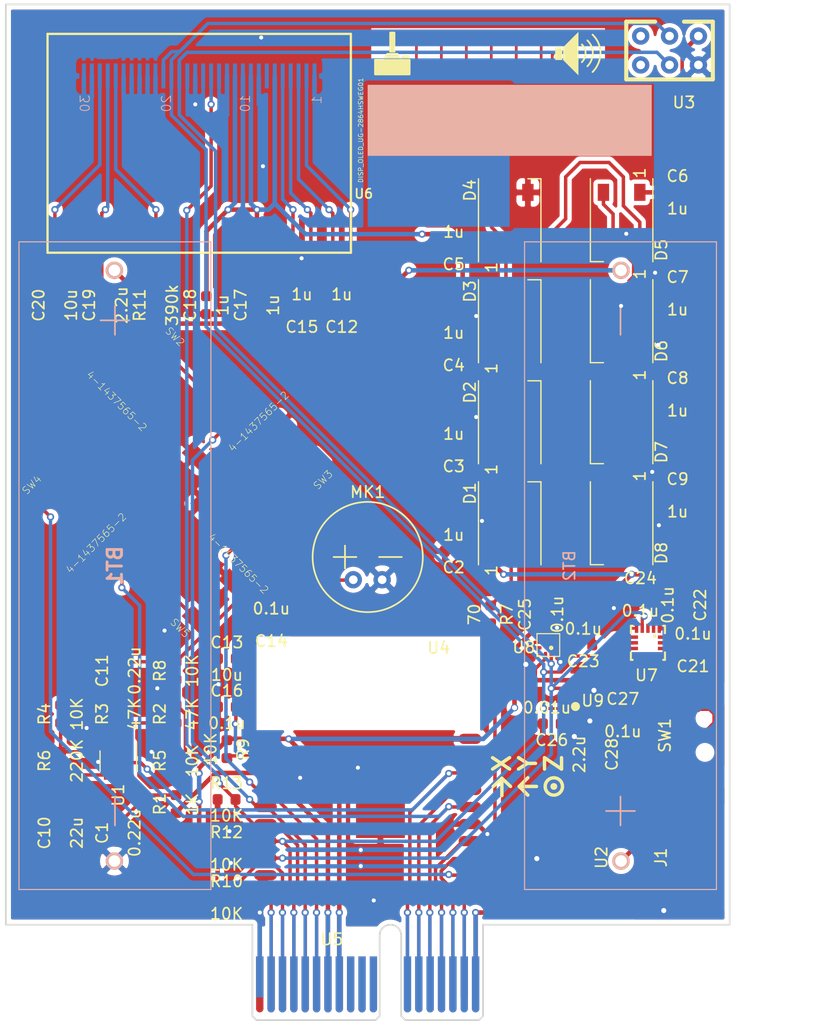
<source format=kicad_pcb>
(kicad_pcb (version 20171130) (host pcbnew "(5.1.2)-2")
  (layers (0 F.Cu signal) (31 B.Cu signal) (34 B.Paste user) (35 F.Paste user) (36 B.SilkS user) (37 F.SilkS user) (38 B.Mask user) (39 F.Mask user) (44 Edge.Cuts user))
  (net 0 "")
  (net 1 AUD_PWR)
  (net 2 ADC_PIN)
  (net 3 GND)
  (net 4 "Net-(R2-Pad1)")
  (net 5 +3V3)
  (net 6 RX)
  (net 7 "Net-(D1-Pad2)")
  (net 8 "Net-(D2-Pad2)")
  (net 9 "Net-(D3-Pad2)")
  (net 10 "Net-(D4-Pad2)")
  (net 11 "Net-(D5-Pad2)")
  (net 12 "Net-(D6-Pad2)")
  (net 13 "Net-(D7-Pad2)")
  (net 14 TX)
  (net 15 "Net-(D1-Pad4)")
  (net 16 SDA)
  (net 17 SCL)
  (net 18 "Net-(C1-Pad2)")
  (net 19 REST)
  (net 20 +5V)
  (net 21 SW2)
  (net 22 SW3)
  (net 23 SW4)
  (net 24 SW5)
  (net 25 "Net-(U5-PadB11)")
  (net 26 "Net-(U5-PadA11)")
  (net 27 "Net-(SW1-Pad3)")
  (net 28 "Net-(C16-Pad2)")
  (net 29 "Net-(C19-Pad2)")
  (net 30 "Net-(C20-Pad2)")
  (net 31 "Net-(BT1-Pad1)")
  (net 32 "Net-(BT2-Pad1)")
  (net 33 _RES)
  (net 34 "Net-(U5-PadB10)")
  (net 35 "Net-(U5-PadB9)")
  (net 36 "Net-(U5-PadA9)")
  (net 37 "Net-(U5-PadA10)")
  (net 38 "Net-(D8-Pad2)")
  (net 39 "Net-(J1-Pad4)")
  (net 40 "Net-(J1-Pad3)")
  (net 41 "Net-(J1-Pad2)")
  (net 42 "Net-(U6-Pad7)")
  (net 43 "Net-(U8-Pad5)")
  (net 44 "Net-(C11-Pad1)")
  (net 45 "Net-(C11-Pad2)")
  (net 46 "Net-(C12-Pad1)")
  (net 47 "Net-(C12-Pad2)")
  (net 48 "Net-(C15-Pad1)")
  (net 49 "Net-(C15-Pad2)")
  (net 50 "Net-(C24-Pad2)")
  (net 51 "Net-(R4-Pad1)")
  (net 52 "Net-(R11-Pad2)")
  (net 53 "Net-(U3-PadGPIO2)")
  (net 54 "Net-(U3-PadGPIO1)")
  (net 55 "Net-(U7-Pad9)")
  (net 56 "Net-(U7-Pad11)")
  (net 57 "Net-(U8-Pad6)")
  (net 58 "Net-(U8-Pad10)")
  (net 59 "Net-(U9-Pad10)")
  (net 60 "Net-(U9-Pad5)")
  (net 61 "Net-(U9-Pad6)")
  (net 62 "Net-(U9-Pad11)")
  (module Swadge_Parts:microbuilder-UG-2864HSWEG01_0.96IN_WRAPAROUND (layer F.Cu) (at 130.56 65.4146 180)
    (fp_text reference U6 (at -14.478 -9.1694 180) (layer F.SilkS) (effects (font (size 0.8128 0.8128) (thickness 0.1524))))
    (fp_text value DISP_OLED_UG-2864HSWEG01 (at -14.224 -3.5814 270) (layer F.SilkS) (effects (font (size 0.4064 0.4064) (thickness 0.0508))))
    (fp_text user 30 (at 10.04316 -1.22428 270) (layer B.SilkS) (effects (font (size 0.8128 0.8128) (thickness 0.0762)) (justify mirror)))
    (fp_text user 20 (at 2.89306 -1.22428 270) (layer B.SilkS) (effects (font (size 0.8128 0.8128) (thickness 0.0762)) (justify mirror)))
    (fp_text user 10 (at -4.05638 -1.22428 270) (layer B.SilkS) (effects (font (size 0.8128 0.8128) (thickness 0.0762)) (justify mirror)))
    (fp_text user 1 (at -10.35558 -0.91694 270) (layer B.SilkS) (effects (font (size 0.8128 0.8128) (thickness 0.0762)) (justify mirror)))
    (pad 30 smd rect (at 10.14984 1.19888 270) (size 2.19964 0.34798) (layers B.Cu B.Mask) (net 3 GND))
    (pad 29 smd rect (at 9.4488 1.19888 270) (size 2.19964 0.34798) (layers B.Cu B.Mask) (net 3 GND))
    (pad 28 smd rect (at 8.74776 1.19888 270) (size 2.19964 0.34798) (layers B.Cu B.Mask) (net 30 "Net-(C20-Pad2)"))
    (pad 27 smd rect (at 8.04926 1.19888 270) (size 2.19964 0.34798) (layers B.Cu B.Mask) (net 29 "Net-(C19-Pad2)"))
    (pad 26 smd rect (at 7.34822 1.19888 270) (size 2.19964 0.34798) (layers B.Cu B.Mask) (net 52 "Net-(R11-Pad2)"))
    (pad 25 smd rect (at 6.64972 1.19888 270) (size 2.19964 0.34798) (layers B.Cu B.Mask) (net 3 GND))
    (pad 24 smd rect (at 5.94868 1.19888 270) (size 2.19964 0.34798) (layers B.Cu B.Mask) (net 3 GND))
    (pad 23 smd rect (at 5.24764 1.19888 270) (size 2.19964 0.34798) (layers B.Cu B.Mask) (net 3 GND))
    (pad 22 smd rect (at 4.54914 1.19888 270) (size 2.19964 0.34798) (layers B.Cu B.Mask) (net 3 GND))
    (pad 21 smd rect (at 3.8481 1.19888 270) (size 2.19964 0.34798) (layers B.Cu B.Mask) (net 3 GND))
    (pad 20 smd rect (at 3.1496 1.19888 270) (size 2.19964 0.34798) (layers B.Cu B.Mask) (net 16 SDA))
    (pad 19 smd rect (at 2.44856 1.19888 270) (size 2.19964 0.34798) (layers B.Cu B.Mask) (net 16 SDA))
    (pad 18 smd rect (at 1.74752 1.19888 270) (size 2.19964 0.34798) (layers B.Cu B.Mask) (net 17 SCL))
    (pad 17 smd rect (at 1.04902 1.19888 270) (size 2.19964 0.34798) (layers B.Cu B.Mask) (net 3 GND))
    (pad 16 smd rect (at 0.34798 1.19888 270) (size 2.19964 0.34798) (layers B.Cu B.Mask) (net 3 GND))
    (pad 15 smd rect (at -0.34798 1.19888 270) (size 2.19964 0.34798) (layers B.Cu B.Mask) (net 3 GND))
    (pad 14 smd rect (at -1.04902 1.19888 270) (size 2.19964 0.34798) (layers B.Cu B.Mask) (net 33 _RES))
    (pad 13 smd rect (at -1.74752 1.19888 270) (size 2.19964 0.34798) (layers B.Cu B.Mask) (net 3 GND))
    (pad 12 smd rect (at -2.44856 1.19888 270) (size 2.19964 0.34798) (layers B.Cu B.Mask) (net 3 GND))
    (pad 11 smd rect (at -3.1496 1.19888 270) (size 2.19964 0.34798) (layers B.Cu B.Mask) (net 5 +3V3))
    (pad 10 smd rect (at -3.8481 1.19888 270) (size 2.19964 0.34798) (layers B.Cu B.Mask) (net 3 GND))
    (pad 9 smd rect (at -4.54914 1.19888 270) (size 2.19964 0.34798) (layers B.Cu B.Mask) (net 5 +3V3))
    (pad 8 smd rect (at -5.24764 1.19888 270) (size 2.19964 0.34798) (layers B.Cu B.Mask) (net 3 GND))
    (pad 7 smd rect (at -5.94868 1.19888 270) (size 2.19964 0.34798) (layers B.Cu B.Mask) (net 42 "Net-(U6-Pad7)"))
    (pad 6 smd rect (at -6.64972 1.19888 270) (size 2.19964 0.34798) (layers B.Cu B.Mask) (net 5 +3V3))
    (pad 5 smd rect (at -7.34822 1.19888 270) (size 2.19964 0.34798) (layers B.Cu B.Mask) (net 49 "Net-(C15-Pad2)"))
    (pad 4 smd rect (at -8.04926 1.19888 270) (size 2.19964 0.34798) (layers B.Cu B.Mask) (net 48 "Net-(C15-Pad1)"))
    (pad 3 smd rect (at -8.74776 1.19888 270) (size 2.19964 0.34798) (layers B.Cu B.Mask) (net 47 "Net-(C12-Pad2)"))
    (pad 2 smd rect (at -9.4488 1.19888 270) (size 2.19964 0.34798) (layers B.Cu B.Mask) (net 46 "Net-(C12-Pad1)"))
    (pad 1 smd rect (at -10.14984 1.19888 270) (size 2.19964 0.34798) (layers B.Cu B.Mask) (net 3 GND))
  )
  (module Swadge_Parts:QMA6981 (layer F.Cu) (at 164.9476 120.9802)
    (fp_text reference U9 (at 0.254 -1.778) (layer F.SilkS))
    (fp_text value QMA6981)
    (pad 2 smd rect (at -0.75 -0.25) (size 0.275 0.25) (layers F.Cu F.Paste F.Mask) (net 16 SDA))
    (pad 3 smd rect (at -0.75 0.25) (size 0.275 0.25) (layers F.Cu F.Paste F.Mask) (net 5 +3V3))
    (pad 8 smd rect (at 0.75 0.25) (size 0.275 0.25) (layers F.Cu F.Paste F.Mask) (net 3 GND))
    (pad 9 smd rect (at 0.75 -0.25) (size 0.275 0.25) (layers F.Cu F.Paste F.Mask) (net 3 GND))
    (pad 11 smd rect (at 0.25 -0.75 90) (size 0.275 0.25) (layers F.Cu F.Paste F.Mask) (net 62 "Net-(U9-Pad11)"))
    (pad 12 smd rect (at -0.25 -0.75 90) (size 0.275 0.25) (layers F.Cu F.Paste F.Mask) (net 17 SCL))
    (pad 5 smd rect (at -0.25 0.75 90) (size 0.275 0.25) (layers F.Cu F.Paste F.Mask) (net 60 "Net-(U9-Pad5)"))
    (pad 6 smd rect (at 0.25 0.75 90) (size 0.275 0.25) (layers F.Cu F.Paste F.Mask) (net 61 "Net-(U9-Pad6)"))
    (pad 4 smd rect (at -0.75 0.75) (size 0.275 0.25) (layers F.Cu F.Paste F.Mask) (net 3 GND))
    (pad 1 smd rect (at -0.75 -0.75) (size 0.275 0.25) (layers F.Cu F.Paste F.Mask) (net 3 GND))
    (pad 10 smd rect (at 0.75 -0.75) (size 0.275 0.25) (layers F.Cu F.Paste F.Mask) (net 59 "Net-(U9-Pad10)"))
    (pad 7 smd rect (at 0.75 0.75) (size 0.275 0.25) (layers F.Cu F.Paste F.Mask) (net 5 +3V3))
  )
  (module Swadge_Parts:pcb_color_swatches (layer B.Cu) (at 157.8864 71.247 270)
    (fp_text reference svg2mod hide)
    (fp_text value G*** hide)
    (fp_poly (pts (xy -6.250001 12.5) (xy 0 12.5) (xy 0 0) (xy -6.250001 0) (xy -6.250001 12.5)) (layer B.Cu) (width 0))
    (fp_poly (pts (xy 0 12.500001) (xy 6.249998 12.500001) (xy 6.249998 0) (xy 0 0) (xy 0 12.500001)) (layer B.Cu) (width 0))
  )
  (module Swadge_Parts:MAGFEST_logo_centered_final (layer F.Cu) (at 155.956 62.23)
    (fp_text reference svg2mod hide)
    (fp_text value G*** hide)
    (fp_poly (pts (xy 5.558629 -0.059199) (xy 5.558629 -0.056783) (xy 5.558629 -0.049763) (xy 5.558629 -0.038484) (xy 5.558629 -0.02329) (xy 5.558629 -0.004526) (xy 5.558629 0.017466) (xy 5.558629 0.042339) (xy 5.558629 0.069751) (xy 5.558629 0.099357) (xy 5.558629 0.130813) (xy 5.558629 0.163774) (xy 5.558629 0.197897) (xy 5.558629 0.232837) (xy 5.558629 0.26825) (xy 5.558629 0.303792) (xy 5.558629 0.339118) (xy 5.558629 0.373885) (xy 5.558629 0.407749) (xy 5.558629 0.440364) (xy 5.558629 0.471387) (xy 5.558629 0.500475) (xy 5.558629 0.527281) (xy 5.558629 0.551463) (xy 5.558629 0.572676) (xy 5.540707 0.572676) (xy 5.520916 0.572676) (xy 5.499398 0.572676) (xy 5.476298 0.572676) (xy 5.45176 0.572676) (xy 5.425928 0.572676) (xy 5.398944 0.572676) (xy 5.370954 0.572676) (xy 5.3421 0.572676) (xy 5.312527 0.572676) (xy 5.282378 0.572676) (xy 5.251797 0.572676) (xy 5.220928 0.572676) (xy 5.189915 0.572676) (xy 5.158901 0.572676) (xy 5.12803 0.572676) (xy 5.097446 0.572676) (xy 5.067293 0.572676) (xy 5.037714 0.572676) (xy 5.008854 0.572676) (xy 4.980856 0.572676) (xy 4.953863 0.572676) (xy 4.92802 0.572676) (xy 4.903471 0.572676) (xy 4.880359 0.572676) (xy 4.858827 0.572676) (xy 4.839021 0.572676) (xy 4.821083 0.572676) (xy 4.821094 0.564302) (xy 4.821108 0.554456) (xy 4.821123 0.543174) (xy 4.821141 0.530496) (xy 4.82116 0.516459) (xy 4.821181 0.501101) (xy 4.821205 0.484462) (xy 4.821229 0.466578) (xy 4.821256 0.447488) (xy 4.821284 0.42723) (xy 4.821314 0.405842) (xy 4.821345 0.383363) (xy 4.821378 0.35983) (xy 4.821413 0.335282) (xy 4.821448 0.309757) (xy 4.821485 0.283292) (xy 4.821524 0.255927) (xy 4.821563 0.227699) (xy 4.821604 0.198646) (xy 4.821646 0.168807) (xy 4.821689 0.13822) (xy 4.821732 0.106922) (xy 4.821777 0.074952) (xy 4.821823 0.042348) (xy 4.82187 0.009149) (xy 4.821917 -0.024608) (xy 4.821965 -0.058885) (xy 4.822014 -0.093643) (xy 4.822063 -0.128844) (xy 4.822113 -0.16445) (xy 4.822164 -0.200423) (xy 4.822215 -0.236725) (xy 4.822266 -0.273318) (xy 4.822318 -0.310163) (xy 4.82237 -0.347223) (xy 4.822422 -0.384458) (xy 4.822475 -0.421832) (xy 4.822527 -0.459306) (xy 4.82258 -0.496842) (xy 4.822633 -0.534401) (xy 4.822685 -0.571946) (xy 4.822738 -0.609438) (xy 4.822791 -0.646839) (xy 4.822843 -0.684111) (xy 4.822895 -0.721217) (xy 4.822947 -0.758117) (xy 4.822999 -0.794774) (xy 4.82305 -0.831149) (xy 4.8231 -0.867205) (xy 4.823151 -0.902903) (xy 4.8232 -0.938205) (xy 4.823249 -0.973073) (xy 4.823298 -1.007469) (xy 4.823345 -1.041354) (xy 4.823392 -1.074692) (xy 4.823438 -1.107442) (xy 4.823483 -1.139568) (xy 4.823528 -1.171031) (xy 4.823571 -1.201792) (xy 4.823613 -1.231815) (xy 4.823654 -1.26106) (xy 4.823694 -1.28949) (xy 4.823733 -1.317066) (xy 4.823771 -1.343751) (xy 4.823807 -1.369506) (xy 4.823842 -1.394292) (xy 4.823875 -1.418073) (xy 4.823907 -1.440809) (xy 4.823938 -1.462462) (xy 4.823967 -1.482996) (xy 4.823994 -1.50237) (xy 4.824019 -1.520547) (xy 4.824043 -1.53749) (xy 4.824065 -1.553159) (xy 4.824086 -1.567517) (xy 4.824104 -1.580526) (xy 4.82412 -1.592147) (xy 4.824135 -1.602342) (xy 4.824147 -1.611074) (xy 4.824157 -1.618303) (xy 4.824165 -1.623992) (xy 4.824171 -1.628103) (xy 4.824174 -1.630598) (xy 4.824175 -1.631438) (xy 2.391457 -1.631438) (xy 2.391457 -1.630582) (xy 2.391457 -1.628039) (xy 2.391457 -1.62385) (xy 2.391457 -1.618053) (xy 2.391457 -1.610689) (xy 2.391457 -1.601795) (xy 2.391457 -1.591412) (xy 2.391457 -1.579578) (xy 2.391457 -1.566334) (xy 2.391457 -1.551719) (xy 2.391457 -1.535771) (xy 2.391457 -1.518531) (xy 2.391457 -1.500037) (xy 2.391457 -1.480329) (xy 2.391457 -1.459446) (xy 2.391457 -1.437428) (xy 2.391457 -1.414314) (xy 2.391457 -1.390143) (xy 2.391457 -1.364955) (xy 2.391457 -1.338789) (xy 2.391457 -1.311684) (xy 2.391457 -1.28368) (xy 2.391457 -1.254816) (xy 2.391457 -1.225132) (xy 2.391457 -1.194666) (xy 2.391457 -1.163458) (xy 2.391457 -1.131547) (xy 2.391457 -1.098973) (xy 2.391457 -1.065775) (xy 2.391457 -1.031993) (xy 2.391457 -0.997665) (xy 2.391457 -0.962832) (xy 2.391457 -0.927532) (xy 2.391457 -0.891805) (xy 2.391457 -0.855689) (xy 2.391457 -0.819226) (xy 2.391457 -0.782453) (xy 2.391457 -0.74541) (xy 2.391457 -0.708137) (xy 2.391457 -0.670673) (xy 2.391457 -0.633057) (xy 2.391457 -0.595328) (xy 2.391457 -0.557526) (xy 2.391457 -0.519691) (xy 2.391457 -0.481861) (xy 2.391457 -0.444076) (xy 2.391457 -0.406375) (xy 2.391457 -0.368798) (xy 2.391457 -0.331384) (xy 2.391457 -0.294172) (xy 2.391457 -0.257202) (xy 2.391457 -0.220512) (xy 2.391457 -0.184143) (xy 2.391457 -0.148134) (xy 2.391457 -0.112524) (xy 2.391457 -0.077352) (xy 2.391457 -0.042657) (xy 2.391457 -0.00848) (xy 2.391457 0.025141) (xy 2.391457 0.058166) (xy 2.391457 0.090557) (xy 2.391457 0.122272) (xy 2.391457 0.153274) (xy 2.391457 0.183523) (xy 2.391457 0.21298) (xy 2.391457 0.241605) (xy 2.391457 0.269358) (xy 2.391457 0.296202) (xy 2.391457 0.322095) (xy 2.391457 0.346999) (xy 2.391457 0.370875) (xy 2.391457 0.393683) (xy 2.391457 0.415384) (xy 2.391457 0.435938) (xy 2.391457 0.455306) (xy 2.391457 0.47345) (xy 2.391457 0.490328) (xy 2.391457 0.505903) (xy 2.391457 0.520135) (xy 2.391457 0.532983) (xy 2.391457 0.544411) (xy 2.391457 0.554376) (xy 2.391457 0.562842) (xy 2.382702 0.562842) (xy 2.372535 0.562842) (xy 2.360997 0.562842) (xy 2.348125 0.562842) (xy 2.333958 0.562842) (xy 2.318535 0.562842) (xy 2.301894 0.562842) (xy 2.284074 0.562842) (xy 2.265114 0.562842) (xy 2.245053 0.562842) (xy 2.223928 0.562842) (xy 2.201779 0.562842) (xy 2.178645 0.562842) (xy 2.154563 0.562842) (xy 2.129573 0.562842) (xy 2.103714 0.562842) (xy 2.077023 0.562842) (xy 2.04954 0.562842) (xy 2.021303 0.562842) (xy 1.992351 0.562842) (xy 1.962723 0.562842) (xy 1.932456 0.562842) (xy 1.901591 0.562842) (xy 1.870165 0.562842) (xy 1.838218 0.562842) (xy 1.805787 0.562842) (xy 1.772912 0.562842) (xy 1.73963 0.562842) (xy 1.705982 0.562842) (xy 1.672005 0.562842) (xy 1.637738 0.562842) (xy 1.60322 0.562842) (xy 1.56849 0.562842) (xy 1.533585 0.562842) (xy 1.498545 0.562842) (xy 1.463408 0.562842) (xy 1.428214 0.562842) (xy 1.393 0.562842) (xy 1.357806 0.562842) (xy 1.322669 0.562842) (xy 1.287629 0.562842) (xy 1.252725 0.562842) (xy 1.217994 0.562842) (xy 1.183476 0.562842) (xy 1.149209 0.562842) (xy 1.115232 0.562842) (xy 1.081584 0.562842) (xy 1.048303 0.562842) (xy 1.015427 0.562842) (xy 0.982996 0.562842) (xy 0.951049 0.562842) (xy 0.919623 0.562842) (xy 0.888758 0.562842) (xy 0.858492 0.562842) (xy 0.828863 0.562842) (xy 0.799911 0.562842) (xy 0.771674 0.562842) (xy 0.744191 0.562842) (xy 0.717501 0.562842) (xy 0.691641 0.562842) (xy 0.666651 0.562842) (xy 0.642569 0.562842) (xy 0.619435 0.562842) (xy 0.597286 0.562842) (xy 0.576161 0.562842) (xy 0.5561 0.562842) (xy 0.53714 0.562842) (xy 0.51932 0.562842) (xy 0.502679 0.562842) (xy 0.487256 0.562842) (xy 0.473089 0.562842) (xy 0.460217 0.562842) (xy 0.448679 0.562842) (xy 0.438512 0.562842) (xy 0.429757 0.562842) (xy 0.429757 0.554376) (xy 0.429757 0.544411) (xy 0.429757 0.532983) (xy 0.429757 0.520135) (xy 0.429757 0.505903) (xy 0.429757 0.490328) (xy 0.429757 0.47345) (xy 0.429757 0.455306) (xy 0.429757 0.435938) (xy 0.429757 0.415384) (xy 0.429757 0.393683) (xy 0.429757 0.370875) (xy 0.429757 0.346999) (xy 0.429757 0.322095) (xy 0.429757 0.296202) (xy 0.429757 0.269358) (xy 0.429757 0.241605) (xy 0.429757 0.21298) (xy 0.429757 0.183523) (xy 0.429757 0.153274) (xy 0.429757 0.122272) (xy 0.429757 0.090557) (xy 0.429757 0.058166) (xy 0.429757 0.025141) (xy 0.429757 -0.00848) (xy 0.429757 -0.042657) (xy 0.429757 -0.077352) (xy 0.429757 -0.112524) (xy 0.429757 -0.148134) (xy 0.429757 -0.184143) (xy 0.429757 -0.220512) (xy 0.429757 -0.257202) (xy 0.429757 -0.294172) (xy 0.429757 -0.331384) (xy 0.429757 -0.368798) (xy 0.429757 -0.406375) (xy 0.429757 -0.444076) (xy 0.429757 -0.481861) (xy 0.429757 -0.519691) (xy 0.429757 -0.557526) (xy 0.429757 -0.595328) (xy 0.429757 -0.633057) (xy 0.429757 -0.670673) (xy 0.429757 -0.708137) (xy 0.429757 -0.74541) (xy 0.429757 -0.782453) (xy 0.429757 -0.819226) (xy 0.429757 -0.855689) (xy 0.429757 -0.891805) (xy 0.429757 -0.927532) (xy 0.429757 -0.962832) (xy 0.429757 -0.997665) (xy 0.429757 -1.031993) (xy 0.429757 -1.065775) (xy 0.429757 -1.098973) (xy 0.429757 -1.131547) (xy 0.429757 -1.163458) (xy 0.429757 -1.194666) (xy 0.429757 -1.225132) (xy 0.429757 -1.254816) (xy 0.429757 -1.28368) (xy 0.429757 -1.311684) (xy 0.429757 -1.338789) (xy 0.429757 -1.364955) (xy 0.429757 -1.390143) (xy 0.429757 -1.414314) (xy 0.429757 -1.437428) (xy 0.429757 -1.459446) (xy 0.429757 -1.480329) (xy 0.429757 -1.500037) (xy 0.429757 -1.518531) (xy 0.429757 -1.535771) (xy 0.429757 -1.551719) (xy 0.429757 -1.566334) (xy 0.429757 -1.579578) (xy 0.429757 -1.591412) (xy 0.429757 -1.601795) (xy 0.429757 -1.610689) (xy 0.429757 -1.618053) (xy 0.429757 -1.62385) (xy 0.429757 -1.628039) (xy 0.429757 -1.630582) (xy 0.429757 -1.631438) (xy -2.002837 -1.631438) (xy -2.002837 -1.630582) (xy -2.002837 -1.628039) (xy -2.002837 -1.62385) (xy -2.002837 -1.618053) (xy -2.002837 -1.610689) (xy -2.002837 -1.601795) (xy -2.002837 -1.591412) (xy -2.002837 -1.579578) (xy -2.002837 -1.566334) (xy -2.002837 -1.551719) (xy -2.002837 -1.535771) (xy -2.002837 -1.518531) (xy -2.002837 -1.500037) (xy -2.002837 -1.480329) (xy -2.002837 -1.459446) (xy -2.002837 -1.437428) (xy -2.002837 -1.414314) (xy -2.002837 -1.390143) (xy -2.002837 -1.364955) (xy -2.002837 -1.338789) (xy -2.002837 -1.311684) (xy -2.002837 -1.28368) (xy -2.002837 -1.254816) (xy -2.002837 -1.225132) (xy -2.002837 -1.194666) (xy -2.002837 -1.163458) (xy -2.002837 -1.131547) (xy -2.002837 -1.098973) (xy -2.002837 -1.065775) (xy -2.002837 -1.031993) (xy -2.002837 -0.997665) (xy -2.002837 -0.962832) (xy -2.002837 -0.927532) (xy -2.002837 -0.891805) (xy -2.002837 -0.855689) (xy -2.002837 -0.819226) (xy -2.002837 -0.782453) (xy -2.002837 -0.74541) (xy -2.002837 -0.708137) (xy -2.002837 -0.670673) (xy -2.002837 -0.633057) (xy -2.002837 -0.595328) (xy -2.002837 -0.557526) (xy -2.002837 -0.519691) (xy -2.002837 -0.481861) (xy -2.002837 -0.444076) (xy -2.002837 -0.406375) (xy -2.002837 -0.368798) (xy -2.002837 -0.331384) (xy -2.002837 -0.294172) (xy -2.002837 -0.257202) (xy -2.002837 -0.220512) (xy -2.002837 -0.184143) (xy -2.002837 -0.148134) (xy -2.002837 -0.112524) (xy -2.002837 -0.077352) (xy -2.002837 -0.042657) (xy -2.002837 -0.00848) (xy -2.002837 0.025141) (xy -2.002837 0.058166) (xy -2.002837 0.090557) (xy -2.002837 0.122272) (xy -2.002837 0.153274) (xy -2.002837 0.183523) (xy -2.002837 0.21298) (xy -2.002837 0.241605) (xy -2.002837 0.269358) (xy -2.002837 0.296202) (xy -2.002837 0.322095) (xy -2.002837 0.346999) (xy -2.002837 0.370875) (xy -2.002837 0.393683) (xy -2.002837 0.415384) (xy -2.002837 0.435938) (xy -2.002837 0.455306) (xy -2.002837 0.47345) (xy -2.002837 0.490328) (xy -2.002837 0.505903) (xy -2.002837 0.520135) (xy -2.002837 0.532983) (xy -2.002837 0.544411) (xy -2.002837 0.554376) (xy -2.002837 0.562842) (xy -2.011592 0.562842) (xy -2.021758 0.562842) (xy -2.033297 0.562842) (xy -2.046169 0.562842) (xy -2.060336 0.562842) (xy -2.075759 0.562842) (xy -2.0924 0.562842) (xy -2.11022 0.562842) (xy -2.12918 0.562842) (xy -2.149241 0.562842) (xy -2.170366 0.562842) (xy -2.192515 0.562842) (xy -2.21565 0.562842) (xy -2.239731 0.562842) (xy -2.264721 0.562842) (xy -2.290581 0.562842) (xy -2.317272 0.562842) (xy -2.344755 0.562842) (xy -2.372992 0.562842) (xy -2.401944 0.562842) (xy -2.431573 0.562842) (xy -2.461839 0.562842) (xy -2.492705 0.562842) (xy -2.524131 0.562842) (xy -2.556079 0.562842) (xy -2.58851 0.562842) (xy -2.621385 0.562842) (xy -2.654667 0.562842) (xy -2.688316 0.562842) (xy -2.722293 0.562842) (xy -2.75656 0.562842) (xy -2.791079 0.562842) (xy -2.82581 0.562842) (xy -2.860715 0.562842) (xy -2.895755 0.562842) (xy -2.930892 0.562842) (xy -2.966088 0.562842) (xy -3.001302 0.562842) (xy -3.036497 0.562842) (xy -3.071634 0.562842) (xy -3.106675 0.562842) (xy -3.14158 0.562842) (xy -3.176312 0.562842) (xy -3.210831 0.562842) (xy -3.245099 0.562842) (xy -3.279076 0.562842) (xy -3.312726 0.562842) (xy -3.346008 0.562842) (xy -3.378884 0.562842) (xy -3.411316 0.562842) (xy -3.443265 0.562842) (xy -3.474692 0.562842) (xy -3.505558 0.562842) (xy -3.535826 0.562842) (xy -3.565455 0.562842) (xy -3.594409 0.562842) (xy -3.622647 0.562842) (xy -3.650132 0.562842) (xy -3.676824 0.562842) (xy -3.702685 0.562842) (xy -3.727677 0.562842) (xy -3.75176 0.562842) (xy -3.774896 0.562842) (xy -3.797047 0.562842) (xy -3.818173 0.562842) (xy -3.838237 0.562842) (xy -3.857199 0.562842) (xy -3.875021 0.562842) (xy -3.891664 0.562842) (xy -3.907089 0.562842) (xy -3.921258 0.562842) (xy -3.934132 0.562842) (xy -3.945673 0.562842) (xy -3.955842 0.562842) (xy -3.9646 0.562842) (xy -3.9646 0.554376) (xy -3.9646 0.544411) (xy -3.9646 0.532983) (xy -3.9646 0.520135) (xy -3.9646 0.505903) (xy -3.9646 0.490328) (xy -3.9646 0.47345) (xy -3.9646 0.455306) (xy -3.9646 0.435938) (xy -3.9646 0.415384) (xy -3.9646 0.393683) (xy -3.9646 0.370875) (xy -3.9646 0.346999) (xy -3.9646 0.322095) (xy -3.9646 0.296202) (xy -3.9646 0.269358) (xy -3.9646 0.241605) (xy -3.9646 0.21298) (xy -3.9646 0.183523) (xy -3.9646 0.153274) (xy -3.9646 0.122272) (xy -3.9646 0.090557) (xy -3.9646 0.058166) (xy -3.9646 0.025141) (xy -3.9646 -0.00848) (xy -3.9646 -0.042657) (xy -3.9646 -0.077352) (xy -3.9646 -0.112524) (xy -3.9646 -0.148134) (xy -3.9646 -0.184143) (xy -3.9646 -0.220512) (xy -3.9646 -0.257202) (xy -3.9646 -0.294172) (xy -3.9646 -0.331384) (xy -3.9646 -0.368798) (xy -3.9646 -0.406375) (xy -3.9646 -0.444076) (xy -3.9646 -0.481861) (xy -3.9646 -0.519691) (xy -3.9646 -0.557526) (xy -3.9646 -0.595328) (xy -3.9646 -0.633057) (xy -3.9646 -0.670673) (xy -3.9646 -0.708137) (xy -3.9646 -0.74541) (xy -3.9646 -0.782453) (xy -3.9646 -0.819226) (xy -3.9646 -0.855689) (xy -3.9646 -0.891805) (xy -3.9646 -0.927532) (xy -3.9646 -0.962832) (xy -3.9646 -0.997665) (xy -3.9646 -1.031993) (xy -3.9646 -1.065775) (xy -3.9646 -1.098973) (xy -3.9646 -1.131547) (xy -3.9646 -1.163458) (xy -3.9646 -1.194666) (xy -3.9646 -1.225132) (xy -3.9646 -1.254816) (xy -3.9646 -1.28368) (xy -3.9646 -1.311684) (xy -3.9646 -1.338789) (xy -3.9646 -1.364955) (xy -3.9646 -1.390143) (xy -3.9646 -1.414314) (xy -3.9646 -1.437428) (xy -3.9646 -1.459446) (xy -3.9646 -1.480329) (xy -3.9646 -1.500037) (xy -3.9646 -1.518531) (xy -3.9646 -1.535771) (xy -3.9646 -1.551719) (xy -3.9646 -1.566334) (xy -3.9646 -1.579578) (xy -3.9646 -1.591412) (xy -3.9646 -1.601795) (xy -3.9646 -1.610689) (xy -3.9646 -1.618053) (xy -3.9646 -1.62385) (xy -3.9646 -1.628039) (xy -3.9646 -1.630582) (xy -3.9646 -1.631438) (xy -6.3971 -1.631438) (xy -6.3971 -1.630582) (xy -6.3971 -1.628039) (xy -6.3971 -1.62385) (xy -6.3971 -1.618053) (xy -6.3971 -1.610689) (xy -6.3971 -1.601795) (xy -6.3971 -1.591412) (xy -6.3971 -1.579578) (xy -6.3971 -1.566334) (xy -6.3971 -1.551719) (xy -6.3971 -1.535771) (xy -6.3971 -1.518531) (xy -6.3971 -1.500037) (xy -6.3971 -1.480329) (xy -6.3971 -1.459446) (xy -6.3971 -1.437428) (xy -6.3971 -1.414314) (xy -6.3971 -1.390143) (xy -6.3971 -1.364955) (xy -6.3971 -1.338789) (xy -6.3971 -1.311684) (xy -6.3971 -1.28368) (xy -6.3971 -1.254816) (xy -6.3971 -1.225132) (xy -6.3971 -1.194666) (xy -6.3971 -1.163458) (xy -6.3971 -1.131547) (xy -6.3971 -1.098973) (xy -6.3971 -1.065775) (xy -6.3971 -1.031993) (xy -6.3971 -0.997665) (xy -6.3971 -0.962832) (xy -6.3971 -0.927532) (xy -6.3971 -0.891805) (xy -6.3971 -0.855689) (xy -6.3971 -0.819226) (xy -6.3971 -0.782453) (xy -6.3971 -0.74541) (xy -6.3971 -0.708137) (xy -6.3971 -0.670673) (xy -6.3971 -0.633057) (xy -6.3971 -0.595328) (xy -6.3971 -0.557526) (xy -6.3971 -0.519691) (xy -6.3971 -0.481861) (xy -6.3971 -0.444076) (xy -6.3971 -0.406375) (xy -6.3971 -0.368798) (xy -6.3971 -0.331384) (xy -6.3971 -0.294172) (xy -6.3971 -0.257202) (xy -6.3971 -0.220512) (xy -6.3971 -0.184143) (xy -6.3971 -0.148134) (xy -6.3971 -0.112524) (xy -6.3971 -0.077352) (xy -6.3971 -0.042657) (xy -6.3971 -0.00848) (xy -6.3971 0.025141) (xy -6.3971 0.058166) (xy -6.3971 0.090557) (xy -6.3971 0.122272) (xy -6.3971 0.153274) (xy -6.3971 0.183523) (xy -6.3971 0.21298) (xy -6.3971 0.241605) (xy -6.3971 0.269358) (xy -6.3971 0.296202) (xy -6.3971 0.322095) (xy -6.3971 0.346999) (xy -6.3971 0.370875) (xy -6.3971 0.393683) (xy -6.3971 0.415384) (xy -6.3971 0.435938) (xy -6.3971 0.455306) (xy -6.3971 0.47345) (xy -6.3971 0.490328) (xy -6.3971 0.505903) (xy -6.3971 0.520135) (xy -6.3971 0.532983) (xy -6.3971 0.544411) (xy -6.3971 0.554376) (xy -6.3971 0.562842) (xy -6.416407 0.562842) (xy -6.437331 0.562842) (xy -6.459671 0.562842) (xy -6.483228 0.562842) (xy -6.507803 0.562842) (xy -6.533195 0.562842) (xy -6.559206 0.562842) (xy -6.585635 0.562842) (xy -6.612284 0.562842) (xy -6.638952 0.562842) (xy -6.66544 0.562842) (xy -6.691549 0.562842) (xy -6.717078 0.562842) (xy -6.717078 0.801062) (xy -6.158841 0.801062) (xy -6.158841 0.800206) (xy -6.158841 0.797663) (xy -6.158841 0.793474) (xy -6.158841 0.787677) (xy -6.158841 0.780313) (xy -6.158841 0.771419) (xy -6.158841 0.761036) (xy -6.158841 0.749203) (xy -6.158841 0.735959) (xy -6.158841 0.721344) (xy -6.158841 0.705397) (xy -6.158841 0.688156) (xy -6.158841 0.669663) (xy -6.158841 0.649955) (xy -6.158841 0.629073) (xy -6.158841 0.607056) (xy -6.158841 0.583942) (xy -6.158841 0.559772) (xy -6.158841 0.534584) (xy -6.158841 0.508418) (xy -6.158841 0.481314) (xy -6.158841 0.453311) (xy -6.158841 0.424447) (xy -6.158841 0.394763) (xy -6.158841 0.364297) (xy -6.158841 0.33309) (xy -6.158841 0.30118) (xy -6.158841 0.268607) (xy -6.158841 0.23541) (xy -6.158841 0.201628) (xy -6.158841 0.167301) (xy -6.158841 0.132468) (xy -6.158841 0.097169) (xy -6.158841 0.061442) (xy -6.158841 0.025328) (xy -6.158841 -0.011135) (xy -6.158841 -0.047908) (xy -6.158841 -0.084949) (xy -6.158841 -0.122222) (xy -6.158841 -0.159686) (xy -6.158841 -0.197301) (xy -6.158841 -0.235029) (xy -6.158841 -0.27283) (xy -6.158841 -0.310665) (xy -6.158841 -0.348494) (xy -6.158841 -0.386278) (xy -6.158841 -0.423978) (xy -6.158841 -0.461555) (xy -6.158841 -0.498968) (xy -6.158841 -0.536179) (xy -6.158841 -0.573149) (xy -6.158841 -0.609838) (xy -6.158841 -0.646206) (xy -6.158841 -0.682215) (xy -6.158841 -0.717825) (xy -6.158841 -0.752996) (xy -6.158841 -0.78769) (xy -6.158841 -0.821866) (xy -6.158841 -0.855487) (xy -6.158841 -0.888511) (xy -6.158841 -0.920901) (xy -6.158841 -0.952616) (xy -6.158841 -0.983618) (xy -6.158841 -1.013866) (xy -6.158841 -1.043322) (xy -6.158841 -1.071947) (xy -6.158841 -1.0997) (xy -6.158841 -1.126543) (xy -6.158841 -1.152435) (xy -6.158841 -1.177339) (xy -6.158841 -1.201215) (xy -6.158841 -1.224022) (xy -6.158841 -1.245723) (xy -6.158841 -1.266277) (xy -6.158841 -1.285645) (xy -6.158841 -1.303788) (xy -6.158841 -1.320666) (xy -6.158841 -1.33624) (xy -6.158841 -1.350472) (xy -6.158841 -1.36332) (xy -6.158841 -1.374747) (xy -6.158841 -1.384713) (xy -6.158841 -1.393178) (xy -6.149965 -1.393178) (xy -6.139645 -1.393178) (xy -6.127922 -1.393178) (xy -6.114837 -1.393178) (xy -6.100429 -1.393178) (xy -6.084738 -1.393178) (xy -6.067805 -1.393178) (xy -6.049669 -1.393178) (xy -6.030371 -1.393178) (xy -6.009951 -1.393178) (xy -5.988449 -1.393178) (xy -5.965904 -1.393178) (xy -5.942357 -1.393178) (xy -5.917848 -1.393178) (xy -5.892418 -1.393178) (xy -5.866105 -1.393178) (xy -5.838951 -1.393178) (xy -5.810996 -1.393178) (xy -5.782278 -1.393178) (xy -5.75284 -1.393178) (xy -5.722719 -1.393178) (xy -5.691958 -1.393178) (xy -5.660595 -1.393178) (xy -5.628671 -1.393178) (xy -5.596226 -1.393178) (xy -5.5633 -1.393178) (xy -5.529934 -1.393178) (xy -5.496166 -1.393178) (xy -5.462038 -1.393178) (xy -5.427589 -1.393178) (xy -5.392859 -1.393178) (xy -5.357889 -1.393178) (xy -5.322719 -1.393178) (xy -5.287388 -1.393178) (xy -5.251937 -1.393178) (xy -5.216405 -1.393178) (xy -5.180834 -1.393178) (xy -5.145263 -1.393178) (xy -5.109732 -1.393178) (xy -5.07428 -1.393178) (xy -5.03895 -1.393178) (xy -5.003779 -1.393178) (xy -4.968809 -1.393178) (xy -4.934079 -1.393178) (xy -4.89963 -1.393178) (xy -4.865502 -1.393178) (xy -4.831734 -1.393178) (xy -4.798368 -1.393178) (xy -4.765442 -1.393178) (xy -4.732997 -1.393178) (xy -4.701073 -1.393178) (xy -4.66971 -1.393178) (xy -4.638949 -1.393178) (xy -4.608829 -1.393178) (xy -4.57939 -1.393178) (xy -4.550673 -1.393178) (xy -4.522717 -1.393178) (xy -4.495563 -1.393178) (xy -4.46925 -1.393178) (xy -4.44382 -1.393178) (xy -4.419311 -1.393178) (xy -4.395764 -1.393178) (xy -4.37322 -1.393178) (xy -4.351717 -1.393178) (xy -4.331297 -1.393178) (xy -4.311999 -1.393178) (xy -4.293863 -1.393178) (xy -4.27693 -1.393178) (xy -4.261239 -1.393178) (xy -4.246831 -1.393178) (xy -4.233746 -1.393178) (xy -4.222023 -1.393178) (xy -4.211703 -1.393178) (xy -4.202827 -1.393178) (xy -4.202827 -1.384713) (xy -4.202827 -1.374747) (xy -4.202827 -1.36332) (xy -4.202827 -1.350472) (xy -4.202827 -1.33624) (xy -4.202827 -1.320666) (xy -4.202827 -1.303788) (xy -4.202827 -1.285645) (xy -4.202827 -1.266277) (xy -4.202827 -1.245723) (xy -4.202827 -1.224022) (xy -4.202827 -1.201215) (xy -4.202827 -1.177339) (xy -4.202827 -1.152435) (xy -4.202827 -1.126543) (xy -4.202827 -1.0997) (xy -4.202827 -1.071947) (xy -4.202827 -1.043322) (xy -4.202827 -1.013866) (xy -4.202827 -0.983618) (xy -4.202827 -0.952616) (xy -4.202827 -0.920901) (xy -4.202827 -0.888511) (xy -4.202827 -0.855487) (xy -4.202827 -0.821866) (xy -4.202827 -0.78769) (xy -4.202827 -0.752996) (xy -4.202827 -0.717825) (xy -4.202827 -0.682215) (xy -4.202827 -0.646206) (xy -4.202827 -0.609838) (xy -4.202827 -0.573149) (xy -4.202827 -0.536179) (xy -4.202827 -0.498968) (xy -4.202827 -0.461555) (xy -4.202827 -0.423978) (xy -4.202827 -0.386278) (xy -4.202827 -0.348494) (xy -4.202827 -0.310665) (xy -4.202827 -0.27283) (xy -4.202827 -0.235029) (xy -4.202827 -0.197301) (xy -4.202827 -0.159686) (xy -4.202827 -0.122222) (xy -4.202827 -0.084949) (xy -4.202827 -0.047908) (xy -4.202827 -0.011135) (xy -4.202827 0.025328) (xy -4.202827 0.061442) (xy -4.202827 0.097169) (xy -4.202827 0.132468) (xy -4.202827 0.167301) (xy -4.202827 0.201628) (xy -4.202827 0.23541) (xy -4.202827 0.268607) (xy -4.202827 0.30118) (xy -4.202827 0.33309) (xy -4.202827 0.364297) (xy -4.202827 0.394763) (xy -4.202827 0.424447) (xy -4.202827 0.453311) (xy -4.202827 0.481314) (xy -4.202827 0.508418) (xy -4.202827 0.534584) (xy -4.202827 0.559772) (xy -4.202827 0.583942) (xy -4.202827 0.607056) (xy -4.202827 0.629073) (xy -4.202827 0.649955) (xy -4.202827 0.669663) (xy -4.202827 0.688156) (xy -4.202827 0.705397) (xy -4.202827 0.721344) (xy -4.202827 0.735959) (xy -4.202827 0.749203) (xy -4.202827 0.761036) (xy -4.202827 0.771419) (xy -4.202827 0.780313) (xy -4.202827 0.787677) (xy -4.202827 0.793474) (xy -4.202827 0.797663) (xy -4.202827 0.800206) (xy -4.202827 0.801062) (xy -1.764579 0.801062) (xy -1.764579 0.800206) (xy -1.764579 0.797663) (xy -1.764579 0.793474) (xy -1.764579 0.787677) (xy -1.764579 0.780313) (xy -1.764579 0.771419) (xy -1.764579 0.761036) (xy -1.764579 0.749203) (xy -1.764579 0.735959) (xy -1.764579 0.721344) (xy -1.764579 0.705397) (xy -1.764579 0.688156) (xy -1.764579 0.669663) (xy -1.764579 0.649955) (xy -1.764579 0.629073) (xy -1.764579 0.607056) (xy -1.764579 0.583942) (xy -1.764579 0.559772) (xy -1.764579 0.534584) (xy -1.764579 0.508418) (xy -1.764579 0.481314) (xy -1.764579 0.453311) (xy -1.764579 0.424447) (xy -1.764579 0.394763) (xy -1.764579 0.364297) (xy -1.764579 0.33309) (xy -1.764579 0.30118) (xy -1.764579 0.268607) (xy -1.764579 0.23541) (xy -1.764579 0.201628) (xy -1.764579 0.167301) (xy -1.764579 0.132468) (xy -1.764579 0.097169) (xy -1.764579 0.061442) (xy -1.764579 0.025328) (xy -1.764579 -0.011135) (xy -1.764579 -0.047908) (xy -1.764579 -0.084949) (xy -1.764579 -0.122222) (xy -1.764579 -0.159686) (xy -1.764579 -0.197301) (xy -1.764579 -0.235029) (xy -1.764579 -0.27283) (xy -1.764579 -0.310665) (xy -1.764579 -0.348494) (xy -1.764579 -0.386278) (xy -1.764579 -0.423978) (xy -1.764579 -0.461555) (xy -1.764579 -0.498968) (xy -1.764579 -0.536179) (xy -1.764579 -0.573149) (xy -1.764579 -0.609838) (xy -1.764579 -0.646206) (xy -1.764579 -0.682215) (xy -1.764579 -0.717825) (xy -1.764579 -0.752996) (xy -1.764579 -0.78769) (xy -1.764579 -0.821866) (xy -1.764579 -0.855487) (xy -1.764579 -0.888511) (xy -1.764579 -0.920901) (xy -1.764579 -0.952616) (xy -1.764579 -0.983618) (xy -1.764579 -1.013866) (xy -1.764579 -1.043322) (xy -1.764579 -1.071947) (xy -1.764579 -1.0997) (xy -1.764579 -1.126543) (xy -1.764579 -1.152435) (xy -1.764579 -1.177339) (xy -1.764579 -1.201215) (xy -1.764579 -1.224022) (xy -1.764579 -1.245723) (xy -1.764579 -1.266277) (xy -1.764579 -1.285645) (xy -1.764579 -1.303788) (xy -1.764579 -1.320666) (xy -1.764579 -1.33624) (xy -1.764579 -1.350472) (xy -1.764579 -1.36332) (xy -1.764579 -1.374747) (xy -1.764579 -1.384713) (xy -1.764579 -1.393178) (xy -1.755701 -1.393178) (xy -1.74538 -1.393178) (xy -1.733657 -1.393178) (xy -1.72057 -1.393178) (xy -1.706161 -1.393178) (xy -1.69047 -1.393178) (xy -1.673536 -1.393178) (xy -1.655399 -1.393178) (xy -1.6361 -1.393178) (xy -1.615679 -1.393178) (xy -1.594176 -1.393178) (xy -1.571631 -1.393178) (xy -1.548083 -1.393178) (xy -1.523574 -1.393178) (xy -1.498143 -1.393178) (xy -1.47183 -1.393178) (xy -1.444676 -1.393178) (xy -1.416719 -1.393178) (xy -1.388002 -1.393178) (xy -1.358563 -1.393178) (xy -1.328442 -1.393178) (xy -1.29768 -1.393178) (xy -1.266317 -1.393178) (xy -1.234393 -1.393178) (xy -1.201948 -1.393178) (xy -1.169022 -1.393178) (xy -1.135655 -1.393178) (xy -1.101887 -1.393178) (xy -1.067758 -1.393178) (xy -1.033309 -1.393178) (xy -0.998579 -1.393178) (xy -0.963609 -1.393178) (xy -0.928438 -1.393178) (xy -0.893107 -1.393178) (xy -0.857655 -1.393178) (xy -0.822124 -1.393178) (xy -0.786552 -1.393178) (xy -0.750981 -1.393178) (xy -0.715449 -1.393178) (xy -0.679998 -1.393178) (xy -0.644666 -1.393178) (xy -0.609496 -1.393178) (xy -0.574525 -1.393178) (xy -0.539795 -1.393178) (xy -0.505345 -1.393178) (xy -0.471216 -1.393178) (xy -0.437448 -1.393178) (xy -0.404081 -1.393178) (xy -0.371154 -1.393178) (xy -0.338709 -1.393178) (xy -0.306784 -1.393178) (xy -0.27542 -1.393178) (xy -0.244658 -1.393178) (xy -0.214537 -1.393178) (xy -0.185097 -1.393178) (xy -0.156379 -1.393178) (xy -0.128422 -1.393178) (xy -0.101267 -1.393178) (xy -0.074953 -1.393178) (xy -0.049521 -1.393178) (xy -0.025011 -1.393178) (xy -0.001463 -1.393178) (xy 0.021083 -1.393178) (xy 0.042587 -1.393178) (xy 0.063009 -1.393178) (xy 0.082309 -1.393178) (xy 0.100446 -1.393178) (xy 0.117382 -1.393178) (xy 0.133074 -1.393178) (xy 0.147484 -1.393178) (xy 0.160572 -1.393178) (xy 0.172297 -1.393178) (xy 0.182619 -1.393178) (xy 0.191498 -1.393178) (xy 0.191498 -1.384713) (xy 0.191498 -1.374747) (xy 0.191498 -1.36332) (xy 0.191498 -1.350472) (xy 0.191498 -1.33624) (xy 0.191498 -1.320666) (xy 0.191498 -1.303788) (xy 0.191498 -1.285645) (xy 0.191498 -1.266277) (xy 0.191498 -1.245723) (xy 0.191498 -1.224022) (xy 0.191498 -1.201215) (xy 0.191498 -1.177339) (xy 0.191498 -1.152435) (xy 0.191498 -1.126543) (xy 0.191498 -1.0997) (xy 0.191498 -1.071947) (xy 0.191498 -1.043322) (xy 0.191498 -1.013866) (xy 0.191498 -0.983618) (xy 0.191498 -0.952616) (xy 0.191498 -0.920901) (xy 0.191498 -0.888511) (xy 0.191498 -0.855487) (xy 0.191498 -0.821866) (xy 0.191498 -0.78769) (xy 0.191498 -0.752996) (xy 0.191498 -0.717825) (xy 0.191498 -0.682215) (xy 0.191498 -0.646206) (xy 0.191498 -0.609838) (xy 0.191498 -0.573149) (xy 0.191498 -0.536179) (xy 0.191498 -0.498968) (xy 0.191498 -0.461555) (xy 0.191498 -0.423978) (xy 0.191498 -0.386278) (xy 0.191498 -0.348494) (xy 0.191498 -0.310665) (xy 0.191498 -0.27283) (xy 0.191498 -0.235029) (xy 0.191498 -0.197301) (xy 0.191498 -0.159686) (xy 0.191498 -0.122222) (xy 0.191498 -0.084949) (xy 0.191498 -0.047908) (xy 0.191498 -0.011135) (xy 0.191498 0.025328) (xy 0.191498 0.061442) (xy 0.191498 0.097169) (xy 0.191498 0.132468) (xy 0.191498 0.167301) (xy 0.191498 0.201628) (xy 0.191498 0.23541) (xy 0.191498 0.268607) (xy 0.191498 0.30118) (xy 0.191498 0.33309) (xy 0.191498 0.364297) (xy 0.191498 0.394763) (xy 0.191498 0.424447) (xy 0.191498 0.453311) (xy 0.191498 0.481314) (xy 0.191498 0.508418) (xy 0.191498 0.534584) (xy 0.191498 0.559772) (xy 0.191498 0.583942) (xy 0.191498 0.607056) (xy 0.191498 0.629073) (xy 0.191498 0.649955) (xy 0.191498 0.669663) (xy 0.191498 0.688156) (xy 0.191498 0.705397) (xy 0.191498 0.721344) (xy 0.191498 0.735959) (xy 0.191498 0.749203) (xy 0.191498 0.761036) (xy 0.191498 0.771419) (xy 0.191498 0.780313) (xy 0.191498 0.787677) (xy 0.191498 0.793474) (xy 0.191498 0.797663) (xy 0.191498 0.800206) (xy 0.191498 0.801062) (xy 2.629746 0.801062) (xy 2.629746 0.800206) (xy 2.629746 0.797663) (xy 2.629746 0.793474) (xy 2.629746 0.787677) (xy 2.629746 0.780313) (xy 2.629746 0.771419) (xy 2.629746 0.761036) (xy 2.629746 0.749203) (xy 2.629746 0.735959) (xy 2.629746 0.721344) (xy 2.629746 0.705397) (xy 2.629746 0.688156) (xy 2.629746 0.669663) (xy 2.629746 0.649955) (xy 2.629746 0.629073) (xy 2.629746 0.607056) (xy 2.629746 0.583942) (xy 2.629746 0.559772) (xy 2.629746 0.534584) (xy 2.629746 0.508418) (xy 2.629746 0.481314) (xy 2.629746 0.453311) (xy 2.629746 0.424447) (xy 2.629746 0.394763) (xy 2.629746 0.364297) (xy 2.629746 0.33309) (xy 2.629746 0.30118) (xy 2.629746 0.268607) (xy 2.629746 0.23541) (xy 2.629746 0.201628) (xy 2.629746 0.167301) (xy 2.629746 0.132468) (xy 2.629746 0.097169) (xy 2.629746 0.061442) (xy 2.629746 0.025328) (xy 2.629746 -0.011135) (xy 2.629746 -0.047908) (xy 2.629746 -0.084949) (xy 2.629746 -0.122222) (xy 2.629746 -0.159686) (xy 2.629746 -0.197301) (xy 2.629746 -0.235029) (xy 2.629746 -0.27283) (xy 2.629746 -0.310665) (xy 2.629746 -0.348494) (xy 2.629746 -0.386278) (xy 2.629746 -0.423978) (xy 2.629746 -0.461555) (xy 2.629746 -0.498968) (xy 2.629746 -0.536179) (xy 2.629746 -0.573149) (xy 2.629746 -0.609838) (xy 2.629746 -0.646206) (xy 2.629746 -0.682215) (xy 2.629746 -0.717825) (xy 2.629746 -0.752996) (xy 2.629746 -0.78769) (xy 2.629746 -0.821866) (xy 2.629746 -0.855487) (xy 2.629746 -0.888511) (xy 2.629746 -0.920901) (xy 2.629746 -0.952616) (xy 2.629746 -0.983618) (xy 2.629746 -1.013866) (xy 2.629746 -1.043322) (xy 2.629746 -1.071947) (xy 2.629746 -1.0997) (xy 2.629746 -1.126543) (xy 2.629746 -1.152435) (xy 2.629746 -1.177339) (xy 2.629746 -1.201215) (xy 2.629746 -1.224022) (xy 2.629746 -1.245723) (xy 2.629746 -1.266277) (xy 2.629746 -1.285645) (xy 2.629746 -1.303788) (xy 2.629746 -1.320666) (xy 2.629746 -1.33624) (xy 2.629746 -1.350472) (xy 2.629746 -1.36332) (xy 2.629746 -1.374747) (xy 2.629746 -1.384713) (xy 2.629746 -1.393178) (xy 2.638621 -1.393178) (xy 2.648939 -1.393178) (xy 2.660659 -1.393178) (xy 2.673742 -1.393178) (xy 2.688148 -1.393178) (xy 2.703835 -1.393178) (xy 2.720765 -1.393178) (xy 2.738897 -1.393178) (xy 2.758191 -1.393178) (xy 2.778607 -1.393178) (xy 2.800105 -1.393178) (xy 2.822645 -1.393178) (xy 2.846187 -1.393178) (xy 2.870691 -1.393178) (xy 2.896116 -1.393178) (xy 2.922423 -1.393178) (xy 2.949572 -1.393178) (xy 2.977522 -1.393178) (xy 3.006233 -1.393178) (xy 3.035666 -1.393178) (xy 3.06578 -1.393178) (xy 3.096535 -1.393178) (xy 3.127892 -1.393178) (xy 3.159809 -1.393178) (xy 3.192248 -1.393178) (xy 3.225167 -1.393178) (xy 3.258528 -1.393178) (xy 3.292289 -1.393178) (xy 3.326411 -1.393178) (xy 3.360854 -1.393178) (xy 3.395577 -1.393178) (xy 3.430541 -1.393178) (xy 3.465705 -1.393178) (xy 3.50103 -1.393178) (xy 3.536475 -1.393178) (xy 3.572 -1.393178) (xy 3.607566 -1.393178) (xy 3.643132 -1.393178) (xy 3.678657 -1.393178) (xy 3.714103 -1.393178) (xy 3.749429 -1.393178) (xy 3.784594 -1.393178) (xy 3.81956 -1.393178) (xy 3.854285 -1.393178) (xy 3.88873 -1.393178) (xy 3.922854 -1.393178) (xy 3.956618 -1.393178) (xy 3.989981 -1.393178) (xy 4.022904 -1.393178) (xy 4.055346 -1.393178) (xy 4.087267 -1.393178) (xy 4.118628 -1.393178) (xy 4.149387 -1.393178) (xy 4.179506 -1.393178) (xy 4.208943 -1.393178) (xy 4.23766 -1.393178) (xy 4.265615 -1.393178) (xy 4.292769 -1.393178) (xy 4.319082 -1.393178) (xy 4.344514 -1.393178) (xy 4.369024 -1.393178) (xy 4.392572 -1.393178) (xy 4.415119 -1.393178) (xy 4.436625 -1.393178) (xy 4.457048 -1.393178) (xy 4.47635 -1.393178) (xy 4.49449 -1.393178) (xy 4.511428 -1.393178) (xy 4.527125 -1.393178) (xy 4.541539 -1.393178) (xy 4.554631 -1.393178) (xy 4.566361 -1.393178) (xy 4.576688 -1.393178) (xy 4.585573 -1.393178) (xy 4.585562 -1.384806) (xy 4.585548 -1.37496) (xy 4.585533 -1.363679) (xy 4.585515 -1.351002) (xy 4.585496 -1.336966) (xy 4.585475 -1.32161) (xy 4.585451 -1.304971) (xy 4.585427 -1.287088) (xy 4.5854 -1.267999) (xy 4.585372 -1.247742) (xy 4.585342 -1.226355) (xy 4.58531 -1.203876) (xy 4.585278 -1.180344) (xy 4.585243 -1.155797) (xy 4.585208 -1.130272) (xy 4.585171 -1.103809) (xy 4.585132 -1.076444) (xy 4.585093 -1.048217) (xy 4.585052 -1.019165) (xy 4.58501 -0.989326) (xy 4.584967 -0.958739) (xy 4.584924 -0.927442) (xy 4.584879 -0.895473) (xy 4.584833 -0.862869) (xy 4.584786 -0.82967) (xy 4.584739 -0.795914) (xy 4.584691 -0.761638) (xy 4.584642 -0.72688) (xy 4.584593 -0.691679) (xy 4.584543 -0.656073) (xy 4.584492 -0.620101) (xy 4.584441 -0.583799) (xy 4.58439 -0.547207) (xy 4.584338 -0.510362) (xy 4.584286 -0.473303) (xy 4.584234 -0.436067) (xy 4.584181 -0.398694) (xy 4.584129 -0.36122) (xy 4.584076 -0.323685) (xy 4.584023 -0.286126) (xy 4.583971 -0.248581) (xy 4.583918 -0.21109) (xy 4.583865 -0.173688) (xy 4.583813 -0.136416) (xy 4.583761 -0.099311) (xy 4.583709 -0.062411) (xy 4.583657 -0.025754) (xy 4.583606 0.010621) (xy 4.583555 0.046677) (xy 4.583505 0.082375) (xy 4.583456 0.117677) (xy 4.583407 0.152545) (xy 4.583358 0.18694) (xy 4.583311 0.220826) (xy 4.583264 0.254163) (xy 4.583218 0.286913) (xy 4.583172 0.319039) (xy 4.583128 0.350502) (xy 4.583085 0.381264) (xy 4.583043 0.411286) (xy 4.583002 0.440532) (xy 4.582962 0.468961) (xy 4.582923 0.496538) (xy 4.582885 0.523222) (xy 4.582849 0.548977) (xy 4.582814 0.573763) (xy 4.582781 0.597544) (xy 4.582749 0.62028) (xy 4.582718 0.641934) (xy 4.582689 0.662467) (xy 4.582662 0.681841) (xy 4.582637 0.700019) (xy 4.582613 0.716961) (xy 4.582591 0.732631) (xy 4.58257 0.746989) (xy 4.582552 0.759997) (xy 4.582536 0.771618) (xy 4.582521 0.781814) (xy 4.582509 0.790545) (xy 4.582499 0.797775) (xy 4.582491 0.803464) (xy 4.582485 0.807575) (xy 4.582482 0.81007) (xy 4.58248 0.81091) (xy 5.796856 0.81091) (xy 5.796856 0.808493) (xy 5.796856 0.801472) (xy 5.796856 0.790192) (xy 5.796856 0.774996) (xy 5.796856 0.756229) (xy 5.796856 0.734236) (xy 5.796856 0.709359) (xy 5.796856 0.681945) (xy 5.796856 0.652336) (xy 5.796856 0.620878) (xy 5.796856 0.587914) (xy 5.796856 0.553789) (xy 5.796856 0.518847) (xy 5.796856 0.483433) (xy 5.796856 0.447889) (xy 5.796856 0.412562) (xy 5.796856 0.377795) (xy 5.796856 0.343933) (xy 5.796856 0.311319) (xy 5.796856 0.280298) (xy 5.796856 0.251214) (xy 5.796856 0.224412) (xy 5.796856 0.200235) (xy 5.796856 0.179029) (xy 5.815928 0.179029) (xy 5.835576 0.179029) (xy 5.855585 0.179029) (xy 5.855585 -0.059199) (xy 5.558629 -0.059199)) (layer F.Cu) (width 0))
    (fp_poly (pts (xy 6.589227 1.25352) (xy 6.300706 1.25352) (xy 6.300706 1.77399) (xy 6.298925 1.795576) (xy 6.293576 1.814563) (xy 6.284655 1.83096) (xy 6.272154 1.844777) (xy 6.251866 1.858674) (xy 6.229017 1.867021) (xy 6.203647 1.869806) (xy 6.179045 1.867021) (xy 6.156671 1.858674) (xy 6.136547 1.844777) (xy 6.124028 1.830965) (xy 6.115097 1.814567) (xy 6.109745 1.795577) (xy 6.107963 1.77399) (xy 6.107963 1.25352) (xy 5.817349 1.25352) (xy 5.79568 1.25173) (xy 5.776539 1.246359) (xy 5.759911 1.237409) (xy 5.745781 1.224882) (xy 5.731436 1.204584) (xy 5.722858 1.181729) (xy 5.720008 1.156305) (xy 5.722855 1.130902) (xy 5.731416 1.108015) (xy 5.745717 1.087711) (xy 5.759842 1.075213) (xy 5.776453 1.066292) (xy 5.795564 1.060942) (xy 5.817192 1.05916) (xy 6.589101 1.05916) (xy 6.610738 1.060942) (xy 6.629868 1.066291) (xy 6.646491 1.075212) (xy 6.660607 1.087711) (xy 6.674858 1.108018) (xy 6.683425 1.130903) (xy 6.686285 1.156305) (xy 6.683432 1.181729) (xy 6.674872 1.204585) (xy 6.660607 1.224882) (xy 6.646511 1.237405) (xy 6.629907 1.246355) (xy 6.610808 1.251728) (xy 6.589226 1.25352) (xy 6.589227 1.25352)) (layer F.Cu) (width 0))
    (fp_poly (pts (xy 4.710966 1.774247) (xy 4.708983 1.800043) (xy 4.703033 1.821872) (xy 4.693118 1.839733) (xy 4.679238 1.853626) (xy 4.661394 1.86355) (xy 4.639585 1.869504) (xy 4.613813 1.871489) (xy 3.842122 1.871489) (xy 3.820563 1.869692) (xy 3.801582 1.864315) (xy 3.785189 1.85538) (xy 3.771398 1.842909) (xy 3.757505 1.822542) (xy 3.749179 1.799669) (xy 3.746408 1.774247) (xy 3.749187 1.748846) (xy 3.757519 1.725973) (xy 3.771398 1.70568) (xy 3.785217 1.693138) (xy 3.801614 1.684198) (xy 3.820599 1.678844) (xy 3.842185 1.677063) (xy 4.518223 1.677063) (xy 4.518223 1.562908) (xy 3.842185 1.562908) (xy 3.816774 1.560923) (xy 3.795273 1.554967) (xy 3.777681 1.545038) (xy 3.763999 1.531135) (xy 3.754225 1.513257) (xy 3.748361 1.491402) (xy 3.746407 1.465568) (xy 3.746407 1.156437) (xy 3.748361 1.13062) (xy 3.754224 1.108779) (xy 3.763994 1.090912) (xy 3.777669 1.077019) (xy 3.79525 1.067096) (xy 3.816735 1.061144) (xy 3.842122 1.05916) (xy 4.613813 1.05916) (xy 4.635401 1.060942) (xy 4.654513 1.066291) (xy 4.671137 1.075212) (xy 4.685256 1.087711) (xy 4.699516 1.108018) (xy 4.708097 1.130903) (xy 4.710966 1.156305) (xy 4.708097 1.181729) (xy 4.699516 1.204585) (xy 4.685256 1.224882) (xy 4.671137 1.237405) (xy 4.654513 1.246355) (xy 4.635401 1.251728) (xy 4.613813 1.25352) (xy 3.93915 1.25352) (xy 3.93915 1.368508) (xy 4.613813 1.368508) (xy 4.639585 1.370489) (xy 4.661394 1.376431) (xy 4.679238 1.386336) (xy 4.693118 1.400208) (xy 4.703033 1.418049) (xy 4.708983 1.439859) (xy 4.710966 1.465642) (xy 4.710966 1.774247)) (layer F.Cu) (width 0))
    (fp_poly (pts (xy 2.567643 1.871489) (xy 1.795733 1.871489) (xy 1.770325 1.869504) (xy 1.748828 1.863548) (xy 1.731242 1.853621) (xy 1.717566 1.839721) (xy 1.707799 1.821849) (xy 1.70194 1.800003) (xy 1.699987 1.774183) (xy 1.699987 1.156379) (xy 1.70194 1.130583) (xy 1.707799 1.108758) (xy 1.717566 1.090902) (xy 1.731242 1.077014) (xy 1.748828 1.067095) (xy 1.770325 1.061144) (xy 1.795733 1.05916) (xy 2.567643 1.05916) (xy 2.589276 1.060942) (xy 2.608398 1.066291) (xy 2.62502 1.075212) (xy 2.639149 1.087711) (xy 2.6534 1.108018) (xy 2.661967 1.130903) (xy 2.664827 1.156305) (xy 2.661967 1.181729) (xy 2.6534 1.204585) (xy 2.639149 1.224882) (xy 2.625025 1.237405) (xy 2.608417 1.246355) (xy 2.589315 1.251728) (xy 2.567706 1.25352) (xy 1.891918 1.25352) (xy 1.891918 1.368508) (xy 2.567706 1.368508) (xy 2.589315 1.370295) (xy 2.608418 1.375654) (xy 2.625025 1.384588) (xy 2.639149 1.397099) (xy 2.6534 1.417429) (xy 2.661967 1.440304) (xy 2.664827 1.4657) (xy 2.661967 1.491112) (xy 2.6534 1.513973) (xy 2.639149 1.534331) (xy 2.625025 1.546821) (xy 2.608417 1.555753) (xy 2.589315 1.561118) (xy 2.567706 1.562908) (xy 1.891918 1.562908) (xy 1.891918 1.677063) (xy 2.567706 1.677063) (xy 2.589315 1.678846) (xy 2.608418 1.684202) (xy 2.625025 1.693143) (xy 2.639149 1.70568) (xy 2.6534 1.725978) (xy 2.661967 1.748848) (xy 2.664827 1.774247) (xy 2.661967 1.799671) (xy 2.6534 1.822545) (xy 2.639149 1.842909) (xy 2.625019 1.855389) (xy 2.608398 1.864323) (xy 2.589276 1.869695) (xy 2.567643 1.871489)) (layer F.Cu) (width 0))
    (fp_poly (pts (xy 0.552712 1.562908) (xy -0.123107 1.562908) (xy -0.123107 1.774149) (xy -0.124899 1.795698) (xy -0.130273 1.814658) (xy -0.139225 1.831029) (xy -0.151753 1.844814) (xy -0.171996 1.858693) (xy -0.194426 1.867033) (xy -0.219041 1.869817) (xy -0.243736 1.867032) (xy -0.266175 1.858685) (xy -0.286392 1.844787) (xy -0.298942 1.830975) (xy -0.307881 1.814577) (xy -0.313229 1.795588) (xy -0.315007 1.774001) (xy -0.315007 1.156315) (xy -0.313054 1.130547) (xy -0.307195 1.108742) (xy -0.29743 1.090898) (xy -0.283757 1.077019) (xy -0.266177 1.067104) (xy -0.244689 1.061154) (xy -0.219292 1.059171) (xy 0.552649 1.059171) (xy 0.574255 1.060953) (xy 0.593381 1.066302) (xy 0.610017 1.075223) (xy 0.624155 1.087722) (xy 0.63842 1.108029) (xy 0.64698 1.130914) (xy 0.649833 1.156315) (xy 0.64698 1.18174) (xy 0.63842 1.204596) (xy 0.624155 1.224892) (xy 0.610026 1.237415) (xy 0.593412 1.246365) (xy 0.574308 1.251739) (xy 0.552712 1.253531) (xy -0.123107 1.253531) (xy -0.123107 1.368519) (xy 0.552712 1.368519) (xy 0.574308 1.370305) (xy 0.593412 1.375665) (xy 0.610027 1.384599) (xy 0.624155 1.39711) (xy 0.63842 1.41744) (xy 0.64698 1.440315) (xy 0.649833 1.465711) (xy 0.64698 1.491122) (xy 0.63842 1.513983) (xy 0.624155 1.534341) (xy 0.610026 1.546832) (xy 0.593412 1.555764) (xy 0.574308 1.561129) (xy 0.552712 1.562919) (xy 0.552712 1.562908)) (layer F.Cu) (width 0))
    (fp_poly (pts (xy -1.417798 1.774247) (xy -1.419751 1.800043) (xy -1.425611 1.821872) (xy -1.43538 1.839733) (xy -1.449059 1.853626) (xy -1.46665 1.86355) (xy -1.488155 1.869504) (xy -1.513576 1.871489) (xy -2.285704 1.871489) (xy -2.311116 1.869504) (xy -2.332622 1.863548) (xy -2.35022 1.853621) (xy -2.363909 1.839721) (xy -2.373689 1.821849) (xy -2.379557 1.800003) (xy -2.381513 1.774183) (xy -2.381513 1.156379) (xy -2.379561 1.130583) (xy -2.373702 1.108758) (xy -2.363939 1.090902) (xy -2.35027 1.077014) (xy -2.332695 1.067095) (xy -2.311215 1.061144) (xy -2.285829 1.05916) (xy -1.514857 1.05916) (xy -1.493266 1.060942) (xy -1.474176 1.066291) (xy -1.457581 1.075212) (xy -1.443476 1.087711) (xy -1.429182 1.108018) (xy -1.420637 1.130903) (xy -1.417798 1.156305) (xy -1.420636 1.181729) (xy -1.429173 1.204585) (xy -1.443444 1.224882) (xy -1.457531 1.237405) (xy -1.474117 1.246355) (xy -1.493203 1.251728) (xy -1.514793 1.25352) (xy -2.189582 1.25352) (xy -2.189582 1.677063) (xy -1.609697 1.677063) (xy -1.609697 1.562908) (xy -1.899811 1.562908) (xy -1.921425 1.561119) (xy -1.940531 1.555754) (xy -1.95713 1.546823) (xy -1.971223 1.534331) (xy -1.985541 1.513969) (xy -1.994132 1.49111) (xy -1.996996 1.4657) (xy -1.994132 1.440307) (xy -1.985541 1.417434) (xy -1.971223 1.397099) (xy -1.95712 1.384595) (xy -1.940496 1.37566) (xy -1.921359 1.370297) (xy -1.899717 1.368508) (xy -1.417797 1.368508) (xy -1.417797 1.774247) (xy -1.417798 1.774247)) (layer F.Cu) (width 0))
    (fp_poly (pts (xy -3.805546 1.655719) (xy -3.805546 1.485187) (xy -3.897014 1.485187) (xy -3.807096 1.339459) (xy -3.805535 1.342052) (xy -3.805535 1.071268) (xy -3.806567 1.070739) (xy -3.824593 1.072896) (xy -3.842738 1.079369) (xy -3.861002 1.090165) (xy -3.879384 1.105288) (xy -3.897885 1.124744) (xy -3.916504 1.148538) (xy -3.935242 1.176676) (xy -4.273722 1.724446) (xy -4.282527 1.741704) (xy -4.287915 1.759245) (xy -4.289743 1.777156) (xy -4.286281 1.802585) (xy -4.276044 1.825374) (xy -4.259254 1.845369) (xy -4.238203 1.860896) (xy -4.214978 1.870186) (xy -4.18949 1.873274) (xy -4.165716 1.870376) (xy -4.144439 1.861714) (xy -4.125663 1.847333) (xy -4.109392 1.827282) (xy -3.996737 1.655716) (xy -3.805546 1.655719)) (layer F.Cu) (width 0))
    (fp_poly (pts (xy -3.805546 1.655719) (xy -3.61641 1.655719) (xy -3.501689 1.828319) (xy -3.485435 1.847918) (xy -3.466665 1.861975) (xy -3.445383 1.870444) (xy -3.42159 1.873277) (xy -3.396779 1.870239) (xy -3.373698 1.861115) (xy -3.352344 1.845889) (xy -3.338935 1.831287) (xy -3.329415 1.815022) (xy -3.323737 1.797137) (xy -3.321855 1.777676) (xy -3.323549 1.759586) (xy -3.328687 1.74188) (xy -3.337357 1.724449) (xy -3.674805 1.176679) (xy -3.690522 1.152272) (xy -3.704792 1.131999) (xy -3.717634 1.11585) (xy -3.729065 1.103815) (xy -3.74659 1.089649) (xy -3.765232 1.079541) (xy -3.784911 1.073431) (xy -3.805546 1.071259) (xy -3.805546 1.342043) (xy -3.717179 1.485187) (xy -3.805546 1.485187) (xy -3.805546 1.655719)) (layer F.Cu) (width 0))
    (fp_poly (pts (xy -5.261102 1.77399) (xy -5.262888 1.795576) (xy -5.268244 1.814563) (xy -5.277167 1.83096) (xy -5.289654 1.844777) (xy -5.309956 1.858674) (xy -5.332799 1.867021) (xy -5.358161 1.869806) (xy -5.382771 1.867021) (xy -5.40513 1.858674) (xy -5.425262 1.844777) (xy -5.43778 1.830999) (xy -5.446711 1.814623) (xy -5.452063 1.795643) (xy -5.453845 1.774051) (xy -5.453845 1.492659) (xy -5.661052 1.825729) (xy -5.676245 1.846951) (xy -5.692132 1.863462) (xy -5.70871 1.875261) (xy -5.725977 1.882344) (xy -5.743929 1.884705) (xy -5.761383 1.882356) (xy -5.778252 1.875311) (xy -5.79454 1.863574) (xy -5.810254 1.847147) (xy -5.825399 1.826034) (xy -6.032918 1.492659) (xy -6.032918 1.774051) (xy -6.034704 1.795643) (xy -6.04006 1.814623) (xy -6.048983 1.830999) (xy -6.061471 1.844777) (xy -6.081779 1.858686) (xy -6.104608 1.867027) (xy -6.129977 1.869806) (xy -6.154588 1.867021) (xy -6.176956 1.858674) (xy -6.197109 1.844777) (xy -6.209596 1.830965) (xy -6.218519 1.814567) (xy -6.223875 1.795577) (xy -6.225661 1.77399) (xy -6.225661 1.156524) (xy -6.224056 1.132151) (xy -6.219238 1.110439) (xy -6.211204 1.091403) (xy -6.199952 1.075059) (xy -6.181711 1.058393) (xy -6.161234 1.048397) (xy -6.138536 1.045066) (xy -6.117517 1.047476) (xy -6.097869 1.054706) (xy -6.07959 1.066757) (xy -6.062678 1.083628) (xy -6.047132 1.105322) (xy -5.743772 1.592219) (xy -5.437945 1.105298) (xy -5.422492 1.083594) (xy -5.405783 1.066726) (xy -5.387813 1.054687) (xy -5.368577 1.04747) (xy -5.348071 1.045066) (xy -5.325426 1.048399) (xy -5.304989 1.058398) (xy -5.28678 1.075059) (xy -5.275546 1.091397) (xy -5.267522 1.110434) (xy -5.262707 1.132149) (xy -5.261102 1.156524) (xy -5.261102 1.77399)) (layer F.Cu) (width 0))
  )
  (module Swadge_Parts:USB_Micro-B_Molex_47346-0001 (layer F.Cu) (at 174.5 133 90)
    (fp_text reference J1 (at 0 -3.3 270) (layer F.SilkS))
    (fp_text value USB_B_Micro)
    (pad 6 smd rect (at 0.84 1.2 90) (size 1.175 1.9) (layers F.Cu F.Paste F.Mask) (net 3 GND))
    (pad 6 smd rect (at -0.84 1.2 90) (size 1.175 1.9) (layers F.Cu F.Paste F.Mask) (net 3 GND))
    (pad 6 smd rect (at 2.91 1.2 90) (size 2.375 1.9) (layers F.Cu F.Paste F.Mask) (net 3 GND))
    (pad 6 smd rect (at -2.91 1.2 90) (size 2.375 1.9) (layers F.Cu F.Paste F.Mask) (net 3 GND))
    (pad 6 smd rect (at 2.4625 -1.1 90) (size 1.475 2.1) (layers F.Cu F.Paste F.Mask) (net 3 GND))
    (pad 6 smd rect (at -2.4625 -1.1 90) (size 1.475 2.1) (layers F.Cu F.Paste F.Mask) (net 3 GND))
    (pad 5 smd rect (at 1.3 -1.46 90) (size 0.45 1.38) (layers F.Cu F.Paste F.Mask) (net 3 GND))
    (pad 4 smd rect (at 0.65 -1.46 90) (size 0.45 1.38) (layers F.Cu F.Paste F.Mask) (net 39 "Net-(J1-Pad4)"))
    (pad 3 smd rect (at 0 -1.46 90) (size 0.45 1.38) (layers F.Cu F.Paste F.Mask) (net 40 "Net-(J1-Pad3)"))
    (pad 2 smd rect (at -0.65 -1.46 90) (size 0.45 1.38) (layers F.Cu F.Paste F.Mask) (net 41 "Net-(J1-Pad2)"))
    (pad 1 smd rect (at -1.3 -1.46 90) (size 0.45 1.38) (layers F.Cu F.Paste F.Mask) (net 20 +5V))
  )
  (module Swadge_Parts:2460 (layer B.Cu) (at 167.64 107.315 270)
    (fp_text reference BT2 (at 0 4.5 270) (layer B.SilkS) (effects (justify mirror)))
    (fp_text value Battery)
    (pad 2 thru_hole circle (at -25.995 -0.045 180) (size 1.53 1.53) (drill 1.02) (layers *.Cu *.Mask B.SilkS) (net 31 "Net-(BT1-Pad1)"))
    (pad 1 thru_hole circle (at 25.995 -0.045 180) (size 1.53 1.53) (drill 1.02) (layers *.Cu *.Mask B.SilkS) (net 32 "Net-(BT2-Pad1)"))
  )
  (module Swadge_Parts:R_0603_1608Metric (layer F.Cu) (at 133 123.4625 270)
    (fp_text reference R9 (at 0 -1.43 270) (layer F.SilkS))
    (fp_text value 10K (at 0 1.43 270) (layer F.SilkS))
    (pad 1 smd roundrect (at -0.7875 0 270) (size 0.875 0.95) (layers F.Cu F.Paste F.Mask) (net 5 +3V3))
    (pad 2 smd roundrect (at 0.7875 0 270) (size 0.875 0.95) (layers F.Cu F.Paste F.Mask) (net 28 "Net-(C16-Pad2)"))
  )
  (module Swadge_Parts:C_0603_1608Metric (layer F.Cu) (at 136.906 112.522 180)
    (fp_text reference C14 (at 0 -1.43 180) (layer F.SilkS))
    (fp_text value 0.1u (at 0 1.43 180) (layer F.SilkS))
    (pad 1 smd roundrect (at -0.7875 0 180) (size 0.875 0.95) (layers F.Cu F.Paste F.Mask) (net 3 GND))
    (pad 2 smd roundrect (at 0.7875 0 180) (size 0.875 0.95) (layers F.Cu F.Paste F.Mask) (net 5 +3V3))
  )
  (module Swadge_Parts:C_0603_1608Metric (layer F.Cu) (at 133 115.5)
    (fp_text reference C13 (at 0 -1.43) (layer F.SilkS))
    (fp_text value 10u (at 0 1.43) (layer F.SilkS))
    (pad 1 smd roundrect (at -0.7875 0) (size 0.875 0.95) (layers F.Cu F.Paste F.Mask) (net 3 GND))
    (pad 2 smd roundrect (at 0.7875 0) (size 0.875 0.95) (layers F.Cu F.Paste F.Mask) (net 5 +3V3))
  )
  (module Swadge_Parts:C_0603_1608Metric (layer F.Cu) (at 133 119.75)
    (fp_text reference C16 (at 0 -1.43) (layer F.SilkS))
    (fp_text value 0.1u (at 0 1.43) (layer F.SilkS))
    (pad 1 smd roundrect (at -0.7875 0) (size 0.875 0.95) (layers F.Cu F.Paste F.Mask) (net 3 GND))
    (pad 2 smd roundrect (at 0.7875 0) (size 0.875 0.95) (layers F.Cu F.Paste F.Mask) (net 28 "Net-(C16-Pad2)"))
  )
  (module Swadge_Parts:BUS_PCIexpress (layer F.Cu) (at 135.89 143.51)
    (fp_text reference U5 (at 6.35 -3.31) (layer F.SilkS))
    (fp_text value BUS_PCIexpress)
    (pad B18 connect circle (at 19 2.8) (size 0.65 0.65) (layers F.Cu F.Mask) (net 20 +5V))
    (pad B1 connect rect (at 0 0.5) (size 0.65 4.6) (layers F.Cu F.Mask) (net 3 GND))
    (pad B2 connect rect (at 1 0.5) (size 0.65 4.6) (layers F.Cu F.Mask) (net 17 SCL))
    (pad B3 connect rect (at 2 0.5) (size 0.65 4.6) (layers F.Cu F.Mask) (net 16 SDA))
    (pad B4 connect rect (at 3 0.5) (size 0.65 4.6) (layers F.Cu F.Mask) (net 33 _RES))
    (pad B5 connect rect (at 4 0.5) (size 0.65 4.6) (layers F.Cu F.Mask) (net 21 SW2))
    (pad B6 connect rect (at 5 0.5) (size 0.65 4.6) (layers F.Cu F.Mask) (net 22 SW3))
    (pad B7 connect rect (at 6 0.5) (size 0.65 4.6) (layers F.Cu F.Mask) (net 1 AUD_PWR))
    (pad B8 connect rect (at 7 0.5) (size 0.65 4.6) (layers F.Cu F.Mask) (net 5 +3V3))
    (pad B9 connect rect (at 8 0.5) (size 0.65 4.6) (layers F.Cu F.Mask) (net 35 "Net-(U5-PadB9)"))
    (pad B10 connect rect (at 9 0.5) (size 0.65 4.6) (layers F.Cu F.Mask) (net 34 "Net-(U5-PadB10)"))
    (pad B11 connect rect (at 10 0.5) (size 0.65 4.6) (layers F.Cu F.Mask) (net 25 "Net-(U5-PadB11)"))
    (pad B14 connect rect (at 15 0.5) (size 0.65 4.6) (layers F.Cu F.Mask) (net 24 SW5))
    (pad B15 connect rect (at 16 0.5) (size 0.65 4.6) (layers F.Cu F.Mask) (net 14 TX))
    (pad B16 connect rect (at 17 0.5) (size 0.65 4.6) (layers F.Cu F.Mask) (net 6 RX))
    (pad B17 connect rect (at 18 0) (size 0.65 3.6) (layers F.Cu F.Mask) (net 23 SW4))
    (pad B18 connect rect (at 19 0.5) (size 0.65 4.6) (layers F.Cu F.Mask) (net 20 +5V))
    (pad B12 connect rect (at 13 0.5) (size 0.65 4.6) (layers F.Cu F.Mask) (net 2 ADC_PIN))
    (pad B13 connect rect (at 14 0.5) (size 0.65 4.6) (layers F.Cu F.Mask) (net 19 REST))
    (pad A1 connect rect (at 0 0) (size 0.65 3.6) (layers B.Cu B.Mask) (net 3 GND))
    (pad A2 connect rect (at 1 0.5) (size 0.65 4.6) (layers B.Cu B.Mask) (net 17 SCL))
    (pad A3 connect rect (at 2 0.5) (size 0.65 4.6) (layers B.Cu B.Mask) (net 16 SDA))
    (pad A4 connect rect (at 3 0.5) (size 0.65 4.6) (layers B.Cu B.Mask) (net 33 _RES))
    (pad A5 connect rect (at 4 0.5) (size 0.65 4.6) (layers B.Cu B.Mask) (net 21 SW2))
    (pad A6 connect rect (at 5 0.5) (size 0.65 4.6) (layers B.Cu B.Mask) (net 22 SW3))
    (pad A7 connect rect (at 6 0.5) (size 0.65 4.6) (layers B.Cu B.Mask) (net 1 AUD_PWR))
    (pad A8 connect rect (at 7 0.5) (size 0.65 4.6) (layers B.Cu B.Mask) (net 5 +3V3))
    (pad A9 connect rect (at 8 0.5) (size 0.65 4.6) (layers B.Cu B.Mask) (net 36 "Net-(U5-PadA9)"))
    (pad A10 connect rect (at 9 0.5) (size 0.65 4.6) (layers B.Cu B.Mask) (net 37 "Net-(U5-PadA10)"))
    (pad A11 connect rect (at 10 0.5) (size 0.65 4.6) (layers B.Cu B.Mask) (net 26 "Net-(U5-PadA11)"))
    (pad A14 connect rect (at 15 0.5) (size 0.65 4.6) (layers B.Cu B.Mask) (net 24 SW5))
    (pad A15 connect rect (at 16 0.5) (size 0.65 4.6) (layers B.Cu B.Mask) (net 14 TX))
    (pad A16 connect rect (at 17 0.5) (size 0.65 4.6) (layers B.Cu B.Mask) (net 6 RX))
    (pad A17 connect rect (at 18 0.5) (size 0.65 4.6) (layers B.Cu B.Mask) (net 23 SW4))
    (pad A18 connect rect (at 19 0.5) (size 0.65 4.6) (layers B.Cu B.Mask) (net 20 +5V))
    (pad A12 connect rect (at 13 0.5) (size 0.65 4.6) (layers B.Cu B.Mask) (net 2 ADC_PIN))
    (pad A13 connect rect (at 14 0.5) (size 0.65 4.6) (layers B.Cu B.Mask) (net 19 REST))
    (pad B3 connect circle (at 2 2.8) (size 0.65 0.65) (layers F.Cu F.Mask) (net 16 SDA))
    (pad B4 connect circle (at 3 2.8) (size 0.65 0.65) (layers F.Cu F.Mask) (net 33 _RES))
    (pad B5 connect circle (at 4 2.8) (size 0.65 0.65) (layers F.Cu F.Mask) (net 21 SW2))
    (pad B6 connect circle (at 5 2.8) (size 0.65 0.65) (layers F.Cu F.Mask) (net 22 SW3))
    (pad B7 connect circle (at 6 2.8 180) (size 0.65 0.65) (layers F.Cu F.Mask) (net 1 AUD_PWR))
    (pad B8 connect circle (at 7 2.8) (size 0.65 0.65) (layers F.Cu F.Mask) (net 5 +3V3))
    (pad B9 connect circle (at 8 2.8) (size 0.65 0.65) (layers F.Cu F.Mask) (net 35 "Net-(U5-PadB9)"))
    (pad B10 connect circle (at 9 2.8) (size 0.65 0.65) (layers F.Cu F.Mask) (net 34 "Net-(U5-PadB10)"))
    (pad B11 connect circle (at 10 2.8 90) (size 0.65 0.65) (layers F.Cu F.Mask) (net 25 "Net-(U5-PadB11)"))
    (pad B1 connect circle (at 0 2.8) (size 0.65 0.65) (layers F.Cu F.Mask) (net 3 GND))
    (pad B12 connect circle (at 13 2.8) (size 0.65 0.65) (layers F.Cu F.Mask) (net 2 ADC_PIN))
    (pad B13 connect circle (at 14 2.8) (size 0.65 0.65) (layers F.Cu F.Mask) (net 19 REST))
    (pad B14 connect circle (at 15 2.8) (size 0.65 0.65) (layers F.Cu F.Mask) (net 24 SW5))
    (pad B15 connect circle (at 16 2.8) (size 0.65 0.65) (layers F.Cu F.Mask) (net 14 TX))
    (pad B16 connect circle (at 17 2.8 90) (size 0.65 0.65) (layers F.Cu F.Mask) (net 6 RX))
    (pad B2 connect circle (at 1 2.8) (size 0.65 0.65) (layers F.Cu F.Mask) (net 17 SCL))
    (pad A4 connect oval (at 3 2.8 90) (size 0.65 0.65) (layers B.Cu B.Mask) (net 33 _RES))
    (pad A5 connect oval (at 4 2.8 90) (size 0.65 0.65) (layers B.Cu B.Mask) (net 21 SW2))
    (pad A6 connect oval (at 5 2.8 90) (size 0.65 0.65) (layers B.Cu B.Mask) (net 22 SW3))
    (pad A7 connect oval (at 6 2.8 90) (size 0.65 0.65) (layers B.Cu B.Mask) (net 1 AUD_PWR))
    (pad A8 connect oval (at 7 2.8 90) (size 0.65 0.65) (layers B.Cu B.Mask) (net 5 +3V3))
    (pad A9 connect oval (at 8 2.8 90) (size 0.65 0.65) (layers B.Cu B.Mask) (net 36 "Net-(U5-PadA9)"))
    (pad A10 connect oval (at 9 2.8 90) (size 0.65 0.65) (layers B.Cu B.Mask) (net 37 "Net-(U5-PadA10)"))
    (pad A14 connect oval (at 15 2.8 90) (size 0.65 0.65) (layers B.Cu B.Mask) (net 24 SW5))
    (pad A15 connect oval (at 16 2.8 90) (size 0.65 0.65) (layers B.Cu B.Mask) (net 14 TX))
    (pad A3 connect oval (at 2 2.8 90) (size 0.65 0.65) (layers B.Cu B.Mask) (net 16 SDA))
    (pad A13 connect oval (at 14 2.8 90) (size 0.65 0.65) (layers B.Cu B.Mask) (net 19 REST))
    (pad A16 connect oval (at 17 2.8 90) (size 0.65 0.65) (layers B.Cu B.Mask) (net 6 RX))
    (pad A11 connect oval (at 10 2.8 90) (size 0.65 0.65) (layers B.Cu B.Mask) (net 26 "Net-(U5-PadA11)"))
    (pad A12 connect oval (at 13 2.8 90) (size 0.65 0.65) (layers B.Cu B.Mask) (net 2 ADC_PIN))
    (pad A17 connect oval (at 18 2.8 90) (size 0.65 0.65) (layers B.Cu B.Mask) (net 23 SW4))
    (pad A18 connect oval (at 19 2.8 90) (size 0.65 0.65) (layers B.Cu B.Mask) (net 20 +5V))
    (pad A2 connect oval (at 1 2.8 90) (size 0.65 0.65) (layers B.Cu B.Mask) (net 17 SCL))
  )
  (module Swadge_Parts:ESP-13-WROOM-02 (layer F.Cu) (at 136.3923 122.555)
    (fp_text reference U4 (at 15.2457 -8.001) (layer F.SilkS))
    (fp_text value ESP-13-WROOM-02D)
    (pad PAD smd rect (at 10.12 6.58) (size 4.3 4.3) (layers F.Cu F.Paste F.Mask) (net 3 GND))
    (pad 18 smd oval (at 18 0) (size 2 0.9) (layers F.Cu F.Paste F.Mask) (net 3 GND))
    (pad 17 smd oval (at 18 1.5) (size 2 0.9) (layers F.Cu F.Paste F.Mask) (net 19 REST))
    (pad 16 smd oval (at 18 3) (size 2 0.9) (layers F.Cu F.Paste F.Mask) (net 2 ADC_PIN))
    (pad 15 smd oval (at 18 4.5) (size 2 0.9) (layers F.Cu F.Paste F.Mask) (net 19 REST))
    (pad 14 smd oval (at 18 6) (size 2 0.9) (layers F.Cu F.Paste F.Mask) (net 24 SW5))
    (pad 13 smd oval (at 18 7.5) (size 2 0.9) (layers F.Cu F.Paste F.Mask) (net 3 GND))
    (pad 12 smd oval (at 18 9) (size 2 0.9) (layers F.Cu F.Paste F.Mask) (net 14 TX))
    (pad 11 smd oval (at 18 10.5) (size 2 0.9) (layers F.Cu F.Paste F.Mask) (net 6 RX))
    (pad 8 smd oval (at 0 10.5) (size 2 0.9) (layers F.Cu F.Paste F.Mask) (net 17 SCL))
    (pad 7 smd oval (at 0 9) (size 2 0.9) (layers F.Cu F.Paste F.Mask) (net 16 SDA))
    (pad 6 smd oval (at 0 7.5) (size 2 0.9) (layers F.Cu F.Paste F.Mask) (net 33 _RES))
    (pad 5 smd oval (at 0 6) (size 2 0.9) (layers F.Cu F.Paste F.Mask) (net 21 SW2))
    (pad 4 smd oval (at 0 4.5) (size 2 0.9) (layers F.Cu F.Paste F.Mask) (net 22 SW3))
    (pad 3 smd oval (at 0 3) (size 2 0.9) (layers F.Cu F.Paste F.Mask) (net 1 AUD_PWR))
    (pad 2 smd oval (at 0 1.5) (size 2 0.9) (layers F.Cu F.Paste F.Mask) (net 28 "Net-(C16-Pad2)"))
    (pad 1 smd rect (at 0 0) (size 2 0.9) (layers F.Cu F.Paste F.Mask) (net 5 +3V3))
    (pad 9 smd oval (at 0 12) (size 2 0.9) (layers F.Cu F.Paste F.Mask) (net 3 GND))
    (pad 10 smd oval (at 18 12) (size 2 0.9) (layers F.Cu F.Paste F.Mask) (net 23 SW4))
  )
  (module Swadge_Parts:SAO (layer F.Cu) (at 171.958 61.976)
    (fp_text reference U3 (at 1.27 4.572) (layer F.SilkS))
    (fp_text value SAO)
    (pad GND thru_hole circle (at 2.54 1.27) (size 1.524 1.524) (drill 0.762) (layers *.Cu *.Mask) (net 3 GND))
    (pad 3V3 thru_hole circle (at 2.54 -1.27) (size 1.524 1.524) (drill 0.762) (layers *.Cu *.Mask) (net 5 +3V3))
    (pad SCL thru_hole circle (at 0 1.27) (size 1.524 1.524) (drill 0.762) (layers *.Cu *.Mask) (net 17 SCL))
    (pad GPIO2 thru_hole circle (at -2.54 1.27) (size 1.524 1.524) (drill 0.762) (layers *.Cu *.Mask) (net 53 "Net-(U3-PadGPIO2)"))
    (pad SDA thru_hole circle (at 0 -1.27) (size 1.524 1.524) (drill 0.762) (layers *.Cu *.Mask) (net 16 SDA))
    (pad GPIO1 thru_hole circle (at -2.54 -1.27) (size 1.524 1.524) (drill 0.762) (layers *.Cu *.Mask) (net 54 "Net-(U3-PadGPIO1)"))
  )
  (module Swadge_Parts:CMA-4544PF-W (layer F.Cu) (at 145.3923 106.553)
    (fp_text reference MK1 (at 0 -5.715) (layer F.SilkS))
    (fp_text value Microphone)
    (pad 1 thru_hole circle (at 1.27 2) (size 1.524 1.524) (drill 0.762) (layers *.Cu *.Mask) (net 3 GND))
    (pad 2 thru_hole circle (at -1.27 2) (size 1.524 1.524) (drill 0.762) (layers *.Cu *.Mask) (net 45 "Net-(C11-Pad2)"))
  )
  (module Swadge_Parts:LED_WS2812B_PLCC4_5.0x5.0mm_P3.2mm (layer F.Cu) (at 157.888738 103.584841 90)
    (fp_text reference D1 (at 2.63 -3.5 90) (layer F.SilkS))
    (fp_text value WS2812B)
    (fp_text user 1 (at -4.15 -1.6 90) (layer F.SilkS))
    (pad 1 smd rect (at -2.45 -1.6 90) (size 1.5 1) (layers F.Cu F.Paste F.Mask) (net 5 +3V3))
    (pad 2 smd rect (at -2.45 1.6 90) (size 1.5 1) (layers F.Cu F.Paste F.Mask) (net 7 "Net-(D1-Pad2)"))
    (pad 4 smd rect (at 2.45 -1.6 90) (size 1.5 1) (layers F.Cu F.Paste F.Mask) (net 15 "Net-(D1-Pad4)"))
    (pad 3 smd rect (at 2.45 1.6 90) (size 1.5 1) (layers F.Cu F.Paste F.Mask) (net 3 GND))
  )
  (module Swadge_Parts:LED_WS2812B_PLCC4_5.0x5.0mm_P3.2mm (layer F.Cu) (at 157.888738 94.694841 90)
    (fp_text reference D2 (at 2.63 -3.5 90) (layer F.SilkS))
    (fp_text value WS2812B)
    (fp_text user 1 (at -4.15 -1.6 90) (layer F.SilkS))
    (pad 1 smd rect (at -2.45 -1.6 90) (size 1.5 1) (layers F.Cu F.Paste F.Mask) (net 5 +3V3))
    (pad 2 smd rect (at -2.45 1.6 90) (size 1.5 1) (layers F.Cu F.Paste F.Mask) (net 8 "Net-(D2-Pad2)"))
    (pad 4 smd rect (at 2.45 -1.6 90) (size 1.5 1) (layers F.Cu F.Paste F.Mask) (net 7 "Net-(D1-Pad2)"))
    (pad 3 smd rect (at 2.45 1.6 90) (size 1.5 1) (layers F.Cu F.Paste F.Mask) (net 3 GND))
  )
  (module Swadge_Parts:LED_WS2812B_PLCC4_5.0x5.0mm_P3.2mm (layer F.Cu) (at 157.888738 85.804841 90)
    (fp_text reference D3 (at 2.63 -3.5 90) (layer F.SilkS))
    (fp_text value WS2812B)
    (fp_text user 1 (at -4.15 -1.6 90) (layer F.SilkS))
    (pad 1 smd rect (at -2.45 -1.6 90) (size 1.5 1) (layers F.Cu F.Paste F.Mask) (net 5 +3V3))
    (pad 2 smd rect (at -2.45 1.6 90) (size 1.5 1) (layers F.Cu F.Paste F.Mask) (net 9 "Net-(D3-Pad2)"))
    (pad 4 smd rect (at 2.45 -1.6 90) (size 1.5 1) (layers F.Cu F.Paste F.Mask) (net 8 "Net-(D2-Pad2)"))
    (pad 3 smd rect (at 2.45 1.6 90) (size 1.5 1) (layers F.Cu F.Paste F.Mask) (net 3 GND))
  )
  (module Swadge_Parts:LED_WS2812B_PLCC4_5.0x5.0mm_P3.2mm (layer F.Cu) (at 157.888738 76.914841 90)
    (fp_text reference D4 (at 2.63 -3.5 90) (layer F.SilkS))
    (fp_text value WS2812B)
    (fp_text user 1 (at -4.15 -1.6 90) (layer F.SilkS))
    (pad 1 smd rect (at -2.45 -1.6 90) (size 1.5 1) (layers F.Cu F.Paste F.Mask) (net 5 +3V3))
    (pad 2 smd rect (at -2.45 1.6 90) (size 1.5 1) (layers F.Cu F.Paste F.Mask) (net 10 "Net-(D4-Pad2)"))
    (pad 4 smd rect (at 2.45 -1.6 90) (size 1.5 1) (layers F.Cu F.Paste F.Mask) (net 9 "Net-(D3-Pad2)"))
    (pad 3 smd rect (at 2.45 1.6 90) (size 1.5 1) (layers F.Cu F.Paste F.Mask) (net 3 GND))
  )
  (module Swadge_Parts:LED_WS2812B_PLCC4_5.0x5.0mm_P3.2mm (layer F.Cu) (at 167.739262 76.909159 270)
    (fp_text reference D5 (at 2.63 -3.5 270) (layer F.SilkS))
    (fp_text value WS2812B)
    (fp_text user 1 (at -4.15 -1.6 270) (layer F.SilkS))
    (pad 1 smd rect (at -2.45 -1.6 270) (size 1.5 1) (layers F.Cu F.Paste F.Mask) (net 5 +3V3))
    (pad 2 smd rect (at -2.45 1.6 270) (size 1.5 1) (layers F.Cu F.Paste F.Mask) (net 11 "Net-(D5-Pad2)"))
    (pad 4 smd rect (at 2.45 -1.6 270) (size 1.5 1) (layers F.Cu F.Paste F.Mask) (net 10 "Net-(D4-Pad2)"))
    (pad 3 smd rect (at 2.45 1.6 270) (size 1.5 1) (layers F.Cu F.Paste F.Mask) (net 3 GND))
  )
  (module Swadge_Parts:LED_WS2812B_PLCC4_5.0x5.0mm_P3.2mm (layer F.Cu) (at 167.739262 85.799159 270)
    (fp_text reference D6 (at 2.63 -3.5 270) (layer F.SilkS))
    (fp_text value WS2812B)
    (fp_text user 1 (at -4.15 -1.6 270) (layer F.SilkS))
    (pad 1 smd rect (at -2.45 -1.6 270) (size 1.5 1) (layers F.Cu F.Paste F.Mask) (net 5 +3V3))
    (pad 2 smd rect (at -2.45 1.6 270) (size 1.5 1) (layers F.Cu F.Paste F.Mask) (net 12 "Net-(D6-Pad2)"))
    (pad 4 smd rect (at 2.45 -1.6 270) (size 1.5 1) (layers F.Cu F.Paste F.Mask) (net 11 "Net-(D5-Pad2)"))
    (pad 3 smd rect (at 2.45 1.6 270) (size 1.5 1) (layers F.Cu F.Paste F.Mask) (net 3 GND))
  )
  (module Swadge_Parts:LED_WS2812B_PLCC4_5.0x5.0mm_P3.2mm (layer F.Cu) (at 167.739262 94.689159 270)
    (fp_text reference D7 (at 2.63 -3.5 270) (layer F.SilkS))
    (fp_text value WS2812B)
    (fp_text user 1 (at -4.15 -1.6 270) (layer F.SilkS))
    (pad 1 smd rect (at -2.45 -1.6 270) (size 1.5 1) (layers F.Cu F.Paste F.Mask) (net 5 +3V3))
    (pad 2 smd rect (at -2.45 1.6 270) (size 1.5 1) (layers F.Cu F.Paste F.Mask) (net 13 "Net-(D7-Pad2)"))
    (pad 4 smd rect (at 2.45 -1.6 270) (size 1.5 1) (layers F.Cu F.Paste F.Mask) (net 12 "Net-(D6-Pad2)"))
    (pad 3 smd rect (at 2.45 1.6 270) (size 1.5 1) (layers F.Cu F.Paste F.Mask) (net 3 GND))
  )
  (module Swadge_Parts:LED_WS2812B_PLCC4_5.0x5.0mm_P3.2mm (layer F.Cu) (at 167.739262 103.579159 270)
    (fp_text reference D8 (at 2.63 -3.5 270) (layer F.SilkS))
    (fp_text value WS2812B)
    (fp_text user 1 (at -4.15 -1.6 270) (layer F.SilkS))
    (pad 1 smd rect (at -2.45 -1.6 270) (size 1.5 1) (layers F.Cu F.Paste F.Mask) (net 5 +3V3))
    (pad 2 smd rect (at -2.45 1.6 270) (size 1.5 1) (layers F.Cu F.Paste F.Mask) (net 38 "Net-(D8-Pad2)"))
    (pad 4 smd rect (at 2.45 -1.6 270) (size 1.5 1) (layers F.Cu F.Paste F.Mask) (net 13 "Net-(D7-Pad2)"))
    (pad 3 smd rect (at 2.45 1.6 270) (size 1.5 1) (layers F.Cu F.Paste F.Mask) (net 3 GND))
  )
  (module Swadge_Parts:SW_SPDT_PCM12 (layer F.Cu) (at 174.75 122.25 90)
    (fp_text reference SW1 (at 0 -3.2 90) (layer F.SilkS))
    (fp_text value SW_SPDT)
    (pad 7 smd rect (at -3.65 -0.78 90) (size 1 0.8) (layers F.Cu F.Paste F.Mask))
    (pad 4 smd rect (at 3.65 -0.78 90) (size 1 0.8) (layers F.Cu F.Paste F.Mask))
    (pad 5 smd rect (at 3.65 1.43 90) (size 1 0.8) (layers F.Cu F.Paste F.Mask))
    (pad 6 smd rect (at -3.65 1.43 90) (size 1 0.8) (layers F.Cu F.Paste F.Mask))
    (pad 3 smd rect (at 2.25 -1.43 90) (size 0.7 1.5) (layers F.Cu F.Paste F.Mask) (net 27 "Net-(SW1-Pad3)"))
    (pad 2 smd rect (at 0.75 -1.43 90) (size 0.7 1.5) (layers F.Cu F.Paste F.Mask) (net 5 +3V3))
    (pad 1 smd rect (at -2.25 -1.43 90) (size 0.7 1.5) (layers F.Cu F.Paste F.Mask) (net 32 "Net-(BT2-Pad1)"))
    (pad "" np_thru_hole circle (at 1.5 0.33 90) (size 0.9 0.9) (drill 0.9) (layers *.Cu *.Mask))
    (pad "" np_thru_hole circle (at -1.5 0.33 90) (size 0.9 0.9) (drill 0.9) (layers *.Cu *.Mask))
  )
  (module Swadge_Parts:SW_4-1437565-2 (layer F.Cu) (at 128.645832 92.801295 315)
    (fp_text reference SW2 (at -4.13865 -3.82856 315) (layer F.SilkS) (effects (font (size 0.640957 0.640957) (thickness 0.05))))
    (fp_text value 4-1437565-2 (at -3.76297 3.80824 315) (layer F.SilkS) (effects (font (size 0.640662 0.640662) (thickness 0.05))))
    (pad 4 smd rect (at 4.55 2.275 315) (size 2.1 1.4) (layers F.Cu F.Paste F.Mask) (net 3 GND))
    (pad 3 smd rect (at -4.55 2.275 315) (size 2.1 1.4) (layers F.Cu F.Paste F.Mask) (net 3 GND))
    (pad 2 smd rect (at 4.55 -2.275 315) (size 2.1 1.4) (layers F.Cu F.Paste F.Mask) (net 21 SW2))
    (pad 1 smd rect (at -4.55 -2.275 315) (size 2.1 1.4) (layers F.Cu F.Paste F.Mask) (net 21 SW2))
  )
  (module Swadge_Parts:SW_4-1437565-2 (layer F.Cu) (at 135.830036 99.9855 225)
    (fp_text reference SW3 (at -4.13865 -3.82856 225) (layer F.SilkS) (effects (font (size 0.640957 0.640957) (thickness 0.05))))
    (fp_text value 4-1437565-2 (at -3.76297 3.80824 225) (layer F.SilkS) (effects (font (size 0.640662 0.640662) (thickness 0.05))))
    (pad 4 smd rect (at 4.55 2.275 225) (size 2.1 1.4) (layers F.Cu F.Paste F.Mask) (net 3 GND))
    (pad 3 smd rect (at -4.55 2.275 225) (size 2.1 1.4) (layers F.Cu F.Paste F.Mask) (net 3 GND))
    (pad 2 smd rect (at 4.55 -2.275 225) (size 2.1 1.4) (layers F.Cu F.Paste F.Mask) (net 22 SW3))
    (pad 1 smd rect (at -4.55 -2.275 225) (size 2.1 1.4) (layers F.Cu F.Paste F.Mask) (net 22 SW3))
  )
  (module Swadge_Parts:SW_4-1437565-2 (layer F.Cu) (at 121.461627 99.9855 45)
    (fp_text reference SW4 (at -4.13865 -3.82856 45) (layer F.SilkS) (effects (font (size 0.640957 0.640957) (thickness 0.05))))
    (fp_text value 4-1437565-2 (at -3.76297 3.80824 45) (layer F.SilkS) (effects (font (size 0.640662 0.640662) (thickness 0.05))))
    (pad 4 smd rect (at 4.55 2.275 45) (size 2.1 1.4) (layers F.Cu F.Paste F.Mask) (net 3 GND))
    (pad 3 smd rect (at -4.55 2.275 45) (size 2.1 1.4) (layers F.Cu F.Paste F.Mask) (net 3 GND))
    (pad 2 smd rect (at 4.55 -2.275 45) (size 2.1 1.4) (layers F.Cu F.Paste F.Mask) (net 23 SW4))
    (pad 1 smd rect (at -4.55 -2.275 45) (size 2.1 1.4) (layers F.Cu F.Paste F.Mask) (net 23 SW4))
  )
  (module Swadge_Parts:SW_4-1437565-2 (layer F.Cu) (at 128.645832 107.169705 135)
    (fp_text reference SW5 (at -4.13865 -3.82856 135) (layer F.SilkS) (effects (font (size 0.640957 0.640957) (thickness 0.05))))
    (fp_text value 4-1437565-2 (at -3.76297 3.80824 135) (layer F.SilkS) (effects (font (size 0.640662 0.640662) (thickness 0.05))))
    (pad 4 smd rect (at 4.55 2.275 135) (size 2.1 1.4) (layers F.Cu F.Paste F.Mask) (net 3 GND))
    (pad 3 smd rect (at -4.55 2.275 135) (size 2.1 1.4) (layers F.Cu F.Paste F.Mask) (net 3 GND))
    (pad 2 smd rect (at 4.55 -2.275 135) (size 2.1 1.4) (layers F.Cu F.Paste F.Mask) (net 24 SW5))
    (pad 1 smd rect (at -4.55 -2.275 135) (size 2.1 1.4) (layers F.Cu F.Paste F.Mask) (net 24 SW5))
  )
  (module Swadge_Parts:MSA300 (layer F.Cu) (at 161.29 114.3 180)
    (fp_text reference U8 (at 2.159 -0.2032 180) (layer F.SilkS))
    (fp_text value MSA300)
    (pad 1 smd custom (at -0.75 -0.75 180) (size 0.1 0.1) (layers F.Cu F.Paste F.Mask) (net 3 GND) (options (clearance outline) (anchor rect)) (primitives (gr_poly (pts (xy 0.08 0.14) (xy -0.14 0.14) (xy -0.14 -0.14) (xy 0.14 -0.14) (xy 0.14 0.08)) (width 0))))
    (pad 11 smd rect (at 0.25 -0.75 180) (size 0.28 0.28) (layers F.Cu F.Paste F.Mask) (net 5 +3V3))
    (pad 12 smd rect (at -0.25 -0.75 180) (size 0.28 0.28) (layers F.Cu F.Paste F.Mask) (net 17 SCL))
    (pad 2 smd rect (at -0.75 -0.25 180) (size 0.28 0.28) (layers F.Cu F.Paste F.Mask) (net 16 SDA))
    (pad 3 smd rect (at -0.75 0.25 180) (size 0.28 0.28) (layers F.Cu F.Paste F.Mask) (net 5 +3V3))
    (pad 4 smd rect (at -0.75 0.75 180) (size 0.28 0.28) (layers F.Cu F.Paste F.Mask) (net 3 GND))
    (pad 5 smd rect (at -0.25 0.75 180) (size 0.28 0.28) (layers F.Cu F.Paste F.Mask) (net 43 "Net-(U8-Pad5)"))
    (pad 6 smd rect (at 0.25 0.75 180) (size 0.28 0.28) (layers F.Cu F.Paste F.Mask) (net 57 "Net-(U8-Pad6)"))
    (pad 7 smd rect (at 0.75 0.75 180) (size 0.28 0.28) (layers F.Cu F.Paste F.Mask) (net 5 +3V3))
    (pad 8 smd rect (at 0.75 0.25 180) (size 0.28 0.28) (layers F.Cu F.Paste F.Mask) (net 3 GND))
    (pad 9 smd rect (at 0.75 -0.25 180) (size 0.28 0.28) (layers F.Cu F.Paste F.Mask) (net 3 GND))
    (pad 10 smd rect (at 0.75 -0.75 180) (size 0.28 0.28) (layers F.Cu F.Paste F.Mask) (net 58 "Net-(U8-Pad10)"))
  )
  (module Swadge_Parts:SOT-223-3_TabPin2 (layer F.Cu) (at 161.4678 132.9944 270)
    (fp_text reference U2 (at 0 -4.5 270) (layer F.SilkS))
    (fp_text value AP1117-33)
    (pad 1 smd rect (at -3.15 -2.3 270) (size 2 1.5) (layers F.Cu F.Paste F.Mask) (net 3 GND))
    (pad 3 smd rect (at -3.15 2.3 270) (size 2 1.5) (layers F.Cu F.Paste F.Mask) (net 20 +5V))
    (pad 2 smd rect (at -3.15 0 270) (size 2 1.5) (layers F.Cu F.Paste F.Mask) (net 27 "Net-(SW1-Pad3)"))
    (pad 2 smd rect (at 3.15 0 270) (size 2 3.8) (layers F.Cu F.Paste F.Mask) (net 27 "Net-(SW1-Pad3)"))
  )
  (module Swadge_Parts:QFN-16_0.5MM (layer F.Cu) (at 170.054915 114.104354 270)
    (fp_text reference U7 (at 2.862646 0.128915) (layer F.SilkS))
    (fp_text value MMA8452Q)
    (fp_text user Z (at -0.300055 -0.400074 90) (layer Edge.Cuts) (effects (font (thickness 0.05))))
    (fp_text user Y (at -0.300472 0.100157 90) (layer Edge.Cuts) (effects (font (thickness 0.05))))
    (fp_text user X (at -0.300395 0.60079 90) (layer Edge.Cuts) (effects (font (thickness 0.05))))
    (pad 5 smd rect (at -1.275 1 180) (size 0.3 0.8) (layers F.Cu F.Paste F.Mask) (net 3 GND))
    (pad 4 smd rect (at -1.275 0.5 180) (size 0.3 0.8) (layers F.Cu F.Paste F.Mask) (net 17 SCL))
    (pad 1 smd rect (at -1.275 -1 180) (size 0.3 0.8) (layers F.Cu F.Paste F.Mask) (net 5 +3V3))
    (pad 2 smd rect (at -1.275 -0.5 180) (size 0.3 0.8) (layers F.Cu F.Paste F.Mask) (net 50 "Net-(C24-Pad2)"))
    (pad 3 smd rect (at -1.275 0 180) (size 0.3 0.8) (layers F.Cu F.Paste F.Mask))
    (pad 8 smd rect (at 0.5 1.275 270) (size 0.3 0.8) (layers F.Cu F.Paste F.Mask))
    (pad 6 smd rect (at -0.5 1.275 270) (size 0.3 0.8) (layers F.Cu F.Paste F.Mask) (net 16 SDA))
    (pad 7 smd rect (at 0 1.275 270) (size 0.3 0.8) (layers F.Cu F.Paste F.Mask) (net 3 GND))
    (pad 16 smd rect (at -0.5 -1.275 90) (size 0.3 0.8) (layers F.Cu F.Paste F.Mask))
    (pad 9 smd rect (at 1.275 1) (size 0.3 0.8) (layers F.Cu F.Paste F.Mask) (net 55 "Net-(U7-Pad9)"))
    (pad 10 smd rect (at 1.275 0.5) (size 0.3 0.8) (layers F.Cu F.Paste F.Mask) (net 3 GND))
    (pad 11 smd rect (at 1.275 0) (size 0.3 0.8) (layers F.Cu F.Paste F.Mask) (net 56 "Net-(U7-Pad11)"))
    (pad 12 smd rect (at 1.275 -0.5) (size 0.3 0.8) (layers F.Cu F.Paste F.Mask) (net 3 GND))
    (pad 13 smd rect (at 1.275 -1) (size 0.3 0.8) (layers F.Cu F.Paste F.Mask))
    (pad 14 smd rect (at 0.5 -1.275 90) (size 0.3 0.8) (layers F.Cu F.Paste F.Mask) (net 5 +3V3))
    (pad 15 smd rect (at 0 -1.275 90) (size 0.3 0.8) (layers F.Cu F.Paste F.Mask))
  )
  (module Swadge_Parts:C_0603_1608Metric (layer F.Cu) (at 118.364 130.8355 90)
    (fp_text reference C10 (at 0 -1.43 90) (layer F.SilkS))
    (fp_text value 22u (at 0 1.43 90) (layer F.SilkS))
    (pad 1 smd roundrect (at -0.7875 0 90) (size 0.875 0.95) (layers F.Cu F.Paste F.Mask) (net 3 GND))
    (pad 2 smd roundrect (at 0.7875 0 90) (size 0.875 0.95) (layers F.Cu F.Paste F.Mask) (net 18 "Net-(C1-Pad2)"))
  )
  (module Swadge_Parts:C_0603_1608Metric (layer F.Cu) (at 123.444 130.8355 90)
    (fp_text reference C1 (at 0 -1.43 90) (layer F.SilkS))
    (fp_text value 0.22u (at 0 1.43 90) (layer F.SilkS))
    (pad 1 smd roundrect (at -0.7875 0 90) (size 0.875 0.95) (layers F.Cu F.Paste F.Mask) (net 3 GND))
    (pad 2 smd roundrect (at 0.7875 0 90) (size 0.875 0.95) (layers F.Cu F.Paste F.Mask) (net 18 "Net-(C1-Pad2)"))
  )
  (module Swadge_Parts:C_0603_1608Metric (layer F.Cu) (at 123.444 116.5605 90)
    (fp_text reference C11 (at 0 -1.43 90) (layer F.SilkS))
    (fp_text value 0.22u (at 0 1.43 90) (layer F.SilkS))
    (pad 1 smd roundrect (at -0.7875 0 90) (size 0.875 0.95) (layers F.Cu F.Paste F.Mask) (net 44 "Net-(C11-Pad1)"))
    (pad 2 smd roundrect (at 0.7875 0 90) (size 0.875 0.95) (layers F.Cu F.Paste F.Mask) (net 45 "Net-(C11-Pad2)"))
  )
  (module Swadge_Parts:C_0603_1608Metric (layer F.Cu) (at 152.961238 106.034841 180)
    (fp_text reference C2 (at 0 -1.43 180) (layer F.SilkS))
    (fp_text value 1u (at 0 1.43 180) (layer F.SilkS))
    (pad 1 smd roundrect (at -0.7875 0 180) (size 0.875 0.95) (layers F.Cu F.Paste F.Mask) (net 5 +3V3))
    (pad 2 smd roundrect (at 0.7875 0 180) (size 0.875 0.95) (layers F.Cu F.Paste F.Mask) (net 3 GND))
  )
  (module Swadge_Parts:C_0603_1608Metric (layer F.Cu) (at 152.961238 97.144841 180)
    (fp_text reference C3 (at 0 -1.43 180) (layer F.SilkS))
    (fp_text value 1u (at 0 1.43 180) (layer F.SilkS))
    (pad 1 smd roundrect (at -0.7875 0 180) (size 0.875 0.95) (layers F.Cu F.Paste F.Mask) (net 5 +3V3))
    (pad 2 smd roundrect (at 0.7875 0 180) (size 0.875 0.95) (layers F.Cu F.Paste F.Mask) (net 3 GND))
  )
  (module Swadge_Parts:C_0603_1608Metric (layer F.Cu) (at 152.961238 88.254841 180)
    (fp_text reference C4 (at 0 -1.43 180) (layer F.SilkS))
    (fp_text value 1u (at 0 1.43 180) (layer F.SilkS))
    (pad 1 smd roundrect (at -0.7875 0 180) (size 0.875 0.95) (layers F.Cu F.Paste F.Mask) (net 5 +3V3))
    (pad 2 smd roundrect (at 0.7875 0 180) (size 0.875 0.95) (layers F.Cu F.Paste F.Mask) (net 3 GND))
  )
  (module Swadge_Parts:C_0603_1608Metric (layer F.Cu) (at 152.961238 79.364841 180)
    (fp_text reference C5 (at 0 -1.43 180) (layer F.SilkS))
    (fp_text value 1u (at 0 1.43 180) (layer F.SilkS))
    (pad 1 smd roundrect (at -0.7875 0 180) (size 0.875 0.95) (layers F.Cu F.Paste F.Mask) (net 5 +3V3))
    (pad 2 smd roundrect (at 0.7875 0 180) (size 0.875 0.95) (layers F.Cu F.Paste F.Mask) (net 3 GND))
  )
  (module Swadge_Parts:C_0603_1608Metric (layer F.Cu) (at 172.666762 74.459159)
    (fp_text reference C6 (at 0 -1.43) (layer F.SilkS))
    (fp_text value 1u (at 0 1.43) (layer F.SilkS))
    (pad 1 smd roundrect (at -0.7875 0) (size 0.875 0.95) (layers F.Cu F.Paste F.Mask) (net 5 +3V3))
    (pad 2 smd roundrect (at 0.7875 0) (size 0.875 0.95) (layers F.Cu F.Paste F.Mask) (net 3 GND))
  )
  (module Swadge_Parts:C_0603_1608Metric (layer F.Cu) (at 172.666762 83.349159)
    (fp_text reference C7 (at 0 -1.43) (layer F.SilkS))
    (fp_text value 1u (at 0 1.43) (layer F.SilkS))
    (pad 1 smd roundrect (at -0.7875 0) (size 0.875 0.95) (layers F.Cu F.Paste F.Mask) (net 5 +3V3))
    (pad 2 smd roundrect (at 0.7875 0) (size 0.875 0.95) (layers F.Cu F.Paste F.Mask) (net 3 GND))
  )
  (module Swadge_Parts:C_0603_1608Metric (layer F.Cu) (at 172.666762 92.239159)
    (fp_text reference C8 (at 0 -1.43) (layer F.SilkS))
    (fp_text value 1u (at 0 1.43) (layer F.SilkS))
    (pad 1 smd roundrect (at -0.7875 0) (size 0.875 0.95) (layers F.Cu F.Paste F.Mask) (net 5 +3V3))
    (pad 2 smd roundrect (at 0.7875 0) (size 0.875 0.95) (layers F.Cu F.Paste F.Mask) (net 3 GND))
  )
  (module Swadge_Parts:C_0603_1608Metric (layer F.Cu) (at 172.666762 101.129159)
    (fp_text reference C9 (at 0 -1.43) (layer F.SilkS))
    (fp_text value 1u (at 0 1.43) (layer F.SilkS))
    (pad 1 smd roundrect (at -0.7875 0) (size 0.875 0.95) (layers F.Cu F.Paste F.Mask) (net 5 +3V3))
    (pad 2 smd roundrect (at 0.7875 0) (size 0.875 0.95) (layers F.Cu F.Paste F.Mask) (net 3 GND))
  )
  (module Swadge_Parts:C_0603_1608Metric (layer F.Cu) (at 160.655 111.6075 90)
    (fp_text reference C25 (at 0 -1.43 90) (layer F.SilkS))
    (fp_text value 0.1u (at 0 1.43 90) (layer F.SilkS))
    (pad 1 smd roundrect (at -0.7875 0 90) (size 0.875 0.95) (layers F.Cu F.Paste F.Mask) (net 5 +3V3))
    (pad 2 smd roundrect (at 0.7875 0 90) (size 0.875 0.95) (layers F.Cu F.Paste F.Mask) (net 3 GND))
  )
  (module Swadge_Parts:C_0603_1608Metric (layer F.Cu) (at 164.3635 114.3 180)
    (fp_text reference C23 (at 0 -1.43 180) (layer F.SilkS))
    (fp_text value 0.1u (at 0 1.43 180) (layer F.SilkS))
    (pad 1 smd roundrect (at -0.7875 0 180) (size 0.875 0.95) (layers F.Cu F.Paste F.Mask) (net 3 GND))
    (pad 2 smd roundrect (at 0.7875 0 180) (size 0.875 0.95) (layers F.Cu F.Paste F.Mask) (net 5 +3V3))
  )
  (module Swadge_Parts:C_0603_1608Metric (layer F.Cu) (at 174.017415 114.739354 180)
    (fp_text reference C21 (at 0 -1.43 180) (layer F.SilkS))
    (fp_text value 0.1u (at 0 1.43 180) (layer F.SilkS))
    (pad 1 smd roundrect (at -0.7875 0 180) (size 0.875 0.95) (layers F.Cu F.Paste F.Mask) (net 3 GND))
    (pad 2 smd roundrect (at 0.7875 0 180) (size 0.875 0.95) (layers F.Cu F.Paste F.Mask) (net 5 +3V3))
  )
  (module Swadge_Parts:C_0603_1608Metric (layer F.Cu) (at 135.64 84.3885 90)
    (fp_text reference C17 (at 0 -1.43 90) (layer F.SilkS))
    (fp_text value 1u (at 0 1.43 90) (layer F.SilkS))
    (pad 1 smd roundrect (at -0.7875 0 90) (size 0.875 0.95) (layers F.Cu F.Paste F.Mask) (net 3 GND))
    (pad 2 smd roundrect (at 0.7875 0 90) (size 0.875 0.95) (layers F.Cu F.Paste F.Mask) (net 5 +3V3))
  )
  (module Swadge_Parts:C_0603_1608Metric (layer F.Cu) (at 139.6025 84.871 180)
    (fp_text reference C15 (at 0 -1.43 180) (layer F.SilkS))
    (fp_text value 1u (at 0 1.43 180) (layer F.SilkS))
    (pad 1 smd roundrect (at -0.7875 0 180) (size 0.875 0.95) (layers F.Cu F.Paste F.Mask) (net 48 "Net-(C15-Pad1)"))
    (pad 2 smd roundrect (at 0.7875 0 180) (size 0.875 0.95) (layers F.Cu F.Paste F.Mask) (net 49 "Net-(C15-Pad2)"))
  )
  (module Swadge_Parts:C_0603_1608Metric (layer F.Cu) (at 131.195 84.3885 90)
    (fp_text reference C18 (at 0 -1.43 90) (layer F.SilkS))
    (fp_text value 1u (at 0 1.43 90) (layer F.SilkS))
    (pad 1 smd roundrect (at -0.7875 0 90) (size 0.875 0.95) (layers F.Cu F.Paste F.Mask) (net 3 GND))
    (pad 2 smd roundrect (at 0.7875 0 90) (size 0.875 0.95) (layers F.Cu F.Paste F.Mask) (net 5 +3V3))
  )
  (module Swadge_Parts:C_0603_1608Metric (layer F.Cu) (at 122.305 84.3885 90)
    (fp_text reference C19 (at 0 -1.43 90) (layer F.SilkS))
    (fp_text value 2.2u (at 0 1.43 90) (layer F.SilkS))
    (pad 1 smd roundrect (at -0.7875 0 90) (size 0.875 0.95) (layers F.Cu F.Paste F.Mask) (net 3 GND))
    (pad 2 smd roundrect (at 0.7875 0 90) (size 0.875 0.95) (layers F.Cu F.Paste F.Mask) (net 29 "Net-(C19-Pad2)"))
  )
  (module Swadge_Parts:C_0603_1608Metric (layer F.Cu) (at 143.1075 84.871 180)
    (fp_text reference C12 (at 0 -1.43 180) (layer F.SilkS))
    (fp_text value 1u (at 0 1.43 180) (layer F.SilkS))
    (pad 1 smd roundrect (at -0.7875 0 180) (size 0.875 0.95) (layers F.Cu F.Paste F.Mask) (net 46 "Net-(C12-Pad1)"))
    (pad 2 smd roundrect (at 0.7875 0 180) (size 0.875 0.95) (layers F.Cu F.Paste F.Mask) (net 47 "Net-(C12-Pad2)"))
  )
  (module Swadge_Parts:C_0603_1608Metric (layer F.Cu) (at 117.86 84.3885 90)
    (fp_text reference C20 (at 0 -1.43 90) (layer F.SilkS))
    (fp_text value 10u (at 0 1.43 90) (layer F.SilkS))
    (pad 1 smd roundrect (at -0.7875 0 90) (size 0.875 0.95) (layers F.Cu F.Paste F.Mask) (net 3 GND))
    (pad 2 smd roundrect (at 0.7875 0 90) (size 0.875 0.95) (layers F.Cu F.Paste F.Mask) (net 30 "Net-(C20-Pad2)"))
  )
  (module Swadge_Parts:C_0603_1608Metric (layer F.Cu) (at 173.229915 110.776854 270)
    (fp_text reference C22 (at 0 -1.43 270) (layer F.SilkS))
    (fp_text value 0.1u (at 0 1.43 270) (layer F.SilkS))
    (pad 1 smd roundrect (at -0.7875 0 270) (size 0.875 0.95) (layers F.Cu F.Paste F.Mask) (net 3 GND))
    (pad 2 smd roundrect (at 0.7875 0 270) (size 0.875 0.95) (layers F.Cu F.Paste F.Mask) (net 5 +3V3))
  )
  (module Swadge_Parts:C_0603_1608Metric (layer F.Cu) (at 169.3925 109.855)
    (fp_text reference C24 (at 0 -1.43) (layer F.SilkS))
    (fp_text value 0.1u (at 0 1.43) (layer F.SilkS))
    (pad 1 smd roundrect (at -0.7875 0) (size 0.875 0.95) (layers F.Cu F.Paste F.Mask) (net 3 GND))
    (pad 2 smd roundrect (at 0.7875 0) (size 0.875 0.95) (layers F.Cu F.Paste F.Mask) (net 50 "Net-(C24-Pad2)"))
  )
  (module Swadge_Parts:R_0603_1608Metric (layer F.Cu) (at 128.524 128.2955 90)
    (fp_text reference R1 (at 0 -1.43 90) (layer F.SilkS))
    (fp_text value 1K (at 0 1.43 90) (layer F.SilkS))
    (pad 1 smd roundrect (at -0.7875 0 90) (size 0.875 0.95) (layers F.Cu F.Paste F.Mask) (net 1 AUD_PWR))
    (pad 2 smd roundrect (at 0.7875 0 90) (size 0.875 0.95) (layers F.Cu F.Paste F.Mask) (net 18 "Net-(C1-Pad2)"))
  )
  (module Swadge_Parts:R_0603_1608Metric (layer F.Cu) (at 128.524 120.3705 90)
    (fp_text reference R2 (at 0 -1.43 90) (layer F.SilkS))
    (fp_text value 47K (at 0 1.43 90) (layer F.SilkS))
    (pad 1 smd roundrect (at -0.7875 0 90) (size 0.875 0.95) (layers F.Cu F.Paste F.Mask) (net 4 "Net-(R2-Pad1)"))
    (pad 2 smd roundrect (at 0.7875 0 90) (size 0.875 0.95) (layers F.Cu F.Paste F.Mask) (net 18 "Net-(C1-Pad2)"))
  )
  (module Swadge_Parts:R_0603_1608Metric (layer F.Cu) (at 128.524 124.4855 90)
    (fp_text reference R5 (at 0 -1.43 90) (layer F.SilkS))
    (fp_text value 10K (at 0 1.43 90) (layer F.SilkS))
    (pad 1 smd roundrect (at -0.7875 0 90) (size 0.875 0.95) (layers F.Cu F.Paste F.Mask) (net 3 GND))
    (pad 2 smd roundrect (at 0.7875 0 90) (size 0.875 0.95) (layers F.Cu F.Paste F.Mask) (net 4 "Net-(R2-Pad1)"))
  )
  (module Swadge_Parts:R_0603_1608Metric (layer F.Cu) (at 123.444 120.3705 90)
    (fp_text reference R3 (at 0 -1.43 90) (layer F.SilkS))
    (fp_text value 47K (at 0 1.43 90) (layer F.SilkS))
    (pad 1 smd roundrect (at -0.7875 0 90) (size 0.875 0.95) (layers F.Cu F.Paste F.Mask) (net 4 "Net-(R2-Pad1)"))
    (pad 2 smd roundrect (at 0.7875 0 90) (size 0.875 0.95) (layers F.Cu F.Paste F.Mask) (net 44 "Net-(C11-Pad1)"))
  )
  (module Swadge_Parts:R_0603_1608Metric (layer F.Cu) (at 128.524 116.5605 90)
    (fp_text reference R8 (at 0 -1.43 90) (layer F.SilkS))
    (fp_text value 10K (at 0 1.43 90) (layer F.SilkS))
    (pad 1 smd roundrect (at -0.7875 0 90) (size 0.875 0.95) (layers F.Cu F.Paste F.Mask) (net 18 "Net-(C1-Pad2)"))
    (pad 2 smd roundrect (at 0.7875 0 90) (size 0.875 0.95) (layers F.Cu F.Paste F.Mask) (net 45 "Net-(C11-Pad2)"))
  )
  (module Swadge_Parts:R_0603_1608Metric (layer F.Cu) (at 118.364 120.3705 90)
    (fp_text reference R4 (at 0 -1.43 90) (layer F.SilkS))
    (fp_text value 10K (at 0 1.43 90) (layer F.SilkS))
    (pad 1 smd roundrect (at -0.7875 0 90) (size 0.875 0.95) (layers F.Cu F.Paste F.Mask) (net 51 "Net-(R4-Pad1)"))
    (pad 2 smd roundrect (at 0.7875 0 90) (size 0.875 0.95) (layers F.Cu F.Paste F.Mask) (net 44 "Net-(C11-Pad1)"))
  )
  (module Swadge_Parts:R_0603_1608Metric (layer F.Cu) (at 118.364 124.4855 90)
    (fp_text reference R6 (at 0 -1.43 90) (layer F.SilkS))
    (fp_text value 220K (at 0 1.43 90) (layer F.SilkS))
    (pad 1 smd roundrect (at -0.7875 0 90) (size 0.875 0.95) (layers F.Cu F.Paste F.Mask) (net 2 ADC_PIN))
    (pad 2 smd roundrect (at 0.7875 0 90) (size 0.875 0.95) (layers F.Cu F.Paste F.Mask) (net 51 "Net-(R4-Pad1)"))
  )
  (module Swadge_Parts:R_0603_1608Metric (layer F.Cu) (at 156.21 111.6075 270)
    (fp_text reference R7 (at 0 -1.43 270) (layer F.SilkS))
    (fp_text value 70 (at 0 1.43 270) (layer F.SilkS))
    (pad 1 smd roundrect (at -0.7875 0 270) (size 0.875 0.95) (layers F.Cu F.Paste F.Mask) (net 15 "Net-(D1-Pad4)"))
    (pad 2 smd roundrect (at 0.7875 0 270) (size 0.875 0.95) (layers F.Cu F.Paste F.Mask) (net 6 RX))
  )
  (module Swadge_Parts:R_0603_1608Metric (layer F.Cu) (at 132.969 136.525)
    (fp_text reference R10 (at 0 -1.43) (layer F.SilkS))
    (fp_text value 10K (at 0 1.43) (layer F.SilkS))
    (pad 1 smd roundrect (at -0.7875 0) (size 0.875 0.95) (layers F.Cu F.Paste F.Mask) (net 5 +3V3))
    (pad 2 smd roundrect (at 0.7875 0) (size 0.875 0.95) (layers F.Cu F.Paste F.Mask) (net 17 SCL))
  )
  (module Swadge_Parts:R_0603_1608Metric (layer F.Cu) (at 132.969 132.207)
    (fp_text reference R12 (at 0 -1.43) (layer F.SilkS))
    (fp_text value 10K (at 0 1.43) (layer F.SilkS))
    (pad 1 smd roundrect (at -0.7875 0) (size 0.875 0.95) (layers F.Cu F.Paste F.Mask) (net 5 +3V3))
    (pad 2 smd roundrect (at 0.7875 0) (size 0.875 0.95) (layers F.Cu F.Paste F.Mask) (net 16 SDA))
  )
  (module Swadge_Parts:R_0603_1608Metric (layer F.Cu) (at 132.969 127.889)
    (fp_text reference R13 (at 0 -1.43) (layer F.SilkS))
    (fp_text value 10K (at 0 1.43) (layer F.SilkS))
    (pad 1 smd roundrect (at -0.7875 0) (size 0.875 0.95) (layers F.Cu F.Paste F.Mask) (net 3 GND))
    (pad 2 smd roundrect (at 0.7875 0) (size 0.875 0.95) (layers F.Cu F.Paste F.Mask) (net 33 _RES))
  )
  (module Swadge_Parts:R_0603_1608Metric (layer F.Cu) (at 126.75 84.3885 90)
    (fp_text reference R11 (at 0 -1.43 90) (layer F.SilkS))
    (fp_text value 390k (at 0 1.43 90) (layer F.SilkS))
    (pad 1 smd roundrect (at -0.7875 0 90) (size 0.875 0.95) (layers F.Cu F.Paste F.Mask) (net 3 GND))
    (pad 2 smd roundrect (at 0.7875 0 90) (size 0.875 0.95) (layers F.Cu F.Paste F.Mask) (net 52 "Net-(R11-Pad2)"))
  )
  (module Swadge_Parts:SOT-23-5 (layer F.Cu) (at 123.444 124.5235 270)
    (fp_text reference U1 (at 2.9845 0 270) (layer F.SilkS))
    (fp_text value GS321-TR hide)
    (pad 5 smd rect (at 1.1 -0.95 270) (size 1.06 0.65) (layers F.Cu F.Paste F.Mask) (net 18 "Net-(C1-Pad2)"))
    (pad 4 smd rect (at 1.1 0.95 270) (size 1.06 0.65) (layers F.Cu F.Paste F.Mask) (net 2 ADC_PIN))
    (pad 3 smd rect (at -1.1 0.95 270) (size 1.06 0.65) (layers F.Cu F.Paste F.Mask) (net 51 "Net-(R4-Pad1)"))
    (pad 2 smd rect (at -1.1 0 270) (size 1.06 0.65) (layers F.Cu F.Paste F.Mask) (net 3 GND))
    (pad 1 smd rect (at -1.1 -0.95 270) (size 1.06 0.65) (layers F.Cu F.Paste F.Mask) (net 4 "Net-(R2-Pad1)"))
  )
  (module Swadge_Parts:2460 (layer B.Cu) (at 123.1446 107.315 90)
    (fp_text reference BT1 (at 0 0 90) (layer B.SilkS) (effects (font (size 1.27 1.27) (thickness 0.254)) (justify mirror)))
    (fp_text value Battery hide)
    (pad 2 thru_hole circle (at -25.995 -0.045) (size 1.53 1.53) (drill 1.02) (layers *.Cu *.Mask B.SilkS) (net 3 GND))
    (pad 1 thru_hole circle (at 25.995 -0.045) (size 1.53 1.53) (drill 1.02) (layers *.Cu *.Mask B.SilkS) (net 31 "Net-(BT1-Pad1)"))
  )
  (module Swadge_Parts:C_0603_1608Metric (layer F.Cu) (at 161.5948 121.2342 180)
    (fp_text reference C26 (at 0 -1.43 180) (layer F.SilkS))
    (fp_text value 0.01u (at 0.4318 1.4224 180) (layer F.SilkS))
    (pad 1 smd roundrect (at -0.7875 0 180) (size 0.875 0.95) (layers F.Cu F.Paste F.Mask) (net 5 +3V3))
    (pad 2 smd roundrect (at 0.7875 0 180) (size 0.875 0.95) (layers F.Cu F.Paste F.Mask) (net 3 GND))
  )
  (module Swadge_Parts:C_0603_1608Metric (layer F.Cu) (at 167.8432 120.4722)
    (fp_text reference C27 (at 0 -1.43) (layer F.SilkS))
    (fp_text value 0.1u (at 0 1.43) (layer F.SilkS))
    (pad 1 smd roundrect (at -0.7875 0) (size 0.875 0.95) (layers F.Cu F.Paste F.Mask) (net 5 +3V3))
    (pad 2 smd roundrect (at 0.7875 0) (size 0.875 0.95) (layers F.Cu F.Paste F.Mask) (net 3 GND))
  )
  (module Swadge_Parts:C_0603_1608Metric (layer F.Cu) (at 165.4556 123.9266 270)
    (fp_text reference C28 (at 0 -1.43 270) (layer F.SilkS))
    (fp_text value 2.2u (at 0 1.43 270) (layer F.SilkS))
    (pad 1 smd roundrect (at -0.7875 0 270) (size 0.875 0.95) (layers F.Cu F.Paste F.Mask) (net 5 +3V3))
    (pad 2 smd roundrect (at 0.7875 0 270) (size 0.875 0.95) (layers F.Cu F.Paste F.Mask) (net 3 GND))
  )
  (gr_arc (start 147.3923 139.860742) (end 146.4423 139.860742) (angle 180) (layer Edge.Cuts) (width 0.15))
  (gr_text "Swadge Devkit 2.0.1" (at 158.115 67.691) (layer F.SilkS) (effects (font (size 1.5 1.5) (thickness 0.3))))
  (gr_line (start 157.20021 127.550372) (end 157.20021 126.026372) (layer F.SilkS) (width 0.3))
  (gr_text Z (at 161.7726 124.714 90) (layer F.SilkS) (effects (font (size 1.5 1.5) (thickness 0.3))))
  (gr_text Y (at 159.4866 124.714 90) (layer F.SilkS) (effects (font (size 1.5 1.5) (thickness 0.3))))
  (gr_text X (at 157.2006 124.714 90) (layer F.SilkS) (effects (font (size 1.5 1.5) (thickness 0.3))))
  (gr_circle (center 161.7726 126.746) (end 162.5346 126.746) (layer F.SilkS) (width 0.3))
  (gr_circle (center 161.7726 126.746) (end 161.9226 126.746) (layer F.SilkS) (width 0.3))
  (gr_line (start 157.20021 126.026372) (end 156.4386 126.746) (layer F.SilkS) (width 0.3))
  (gr_line (start 157.20021 126.026372) (end 157.9626 126.746) (layer F.SilkS) (width 0.3))
  (gr_line (start 158.7246 126.746) (end 159.4866 127.508) (layer F.SilkS) (width 0.3))
  (gr_line (start 158.7246 126.746) (end 159.4866 125.984) (layer F.SilkS) (width 0.3))
  (gr_line (start 158.7246 126.746) (end 160.2486 126.746) (layer F.SilkS) (width 0.3))
  (gr_line (start 155.5423 138.910742) (end 177.2466 138.910742) (layer Edge.Cuts) (width 0.15))
  (gr_line (start 177.2466 57.920742) (end 177.2466 138.910742) (layer Edge.Cuts) (width 0.15))
  (gr_line (start 113.538 138.910742) (end 135.2423 138.910742) (layer Edge.Cuts) (width 0.15))
  (gr_line (start 113.538 57.920742) (end 113.538 138.910742) (layer Edge.Cuts) (width 0.15))
  (gr_line (start 113.538 57.920742) (end 177.2466 57.920742) (layer Edge.Cuts) (width 0.15))
  (gr_line (start 155.5423 146.956742) (end 155.5423 138.910742) (layer Edge.Cuts) (width 0.15))
  (gr_line (start 135.2423 146.956742) (end 135.2423 138.910742) (layer Edge.Cuts) (width 0.15))
  (gr_line (start 148.6963 147.310742) (end 155.1883 147.310742) (layer Edge.Cuts) (width 0.15))
  (gr_line (start 155.1883 147.310742) (end 155.5423 146.956742) (layer Edge.Cuts) (width 0.15))
  (gr_line (start 148.3423 146.956742) (end 148.6963 147.310742) (layer Edge.Cuts) (width 0.15))
  (gr_line (start 148.3423 146.956742) (end 148.3423 139.860742) (layer Edge.Cuts) (width 0.15))
  (gr_line (start 146.4423 146.956742) (end 146.4423 139.860742) (layer Edge.Cuts) (width 0.15))
  (gr_line (start 146.0883 147.310742) (end 146.4423 146.956742) (layer Edge.Cuts) (width 0.15))
  (gr_line (start 135.5963 147.310742) (end 146.0883 147.310742) (layer Edge.Cuts) (width 0.15))
  (gr_line (start 135.2423 146.956742) (end 135.5963 147.310742) (layer Edge.Cuts) (width 0.15))
  (segment (start 136.098456 125.603) (end 136.398 125.603) (width 0.4) (layer F.Cu) (net 1))
  (segment (start 136.3923 125.555) (end 132.001 125.555) (width 0.4) (layer F.Cu) (net 1))
  (segment (start 132.001 125.555) (end 128.524 129.032) (width 0.4) (layer F.Cu) (net 1))
  (segment (start 136.717144 125.476) (end 136.398 125.476) (width 0.4) (layer F.Cu) (net 1))
  (segment (start 141.89 130.806856) (end 136.686144 125.603) (width 0.4) (layer F.Cu) (net 1))
  (segment (start 141.89 144.01) (end 141.89 137.891) (width 0.4) (layer F.Cu) (net 1))
  (segment (start 136.686144 125.603) (end 136.398 125.603) (width 0.4) (layer F.Cu) (net 1))
  (segment (start 136.398 125.603) (end 136.398 125.476) (width 0.4) (layer F.Cu) (net 1))
  (segment (start 141.89 137.891) (end 141.89 130.806856) (width 0.4) (layer F.Cu) (net 1))
  (via (at 141.89 137.845) (size 0.635) (drill 0.3556) (layers F.Cu B.Cu) (net 1))
  (segment (start 141.89 137.845) (end 141.89 143.9728) (width 0.4) (layer B.Cu) (net 1))
  (segment (start 141.89 143.9728) (end 141.9098 143.9926) (width 0.4) (layer B.Cu) (net 1))
  (segment (start 141.9098 143.9926) (end 141.9098 143.9672) (width 0.4) (layer B.Cu) (net 1))
  (via (at 152.527 125.603) (size 0.635) (drill 0.3556) (layers F.Cu B.Cu) (net 2))
  (segment (start 154.3923 125.555) (end 152.575 125.555) (width 0.3048) (layer F.Cu) (net 2))
  (segment (start 152.575 125.555) (end 152.527 125.603) (width 0.3048) (layer F.Cu) (net 2))
  (via (at 125.984 125.222) (size 0.635) (drill 0.3556) (layers F.Cu B.Cu) (net 2))
  (segment (start 129.570481 128.808481) (end 125.984 125.222) (width 0.3048) (layer B.Cu) (net 2))
  (segment (start 152.527 125.603) (end 149.321519 128.808481) (width 0.3048) (layer B.Cu) (net 2))
  (segment (start 149.321519 128.808481) (end 129.570481 128.808481) (width 0.3048) (layer B.Cu) (net 2))
  (segment (start 149.098 129.032) (end 152.527 125.603) (width 0.3048) (layer F.Cu) (net 2))
  (segment (start 149.098 135.382) (end 149.098 129.032) (width 0.3048) (layer F.Cu) (net 2))
  (segment (start 148.89 144.01) (end 148.89 138.13) (width 0.3048) (layer F.Cu) (net 2))
  (segment (start 148.89 135.59) (end 149.098 135.382) (width 0.3048) (layer F.Cu) (net 2))
  (segment (start 148.89 138.13) (end 148.89 135.59) (width 0.3048) (layer F.Cu) (net 2))
  (via (at 148.89 137.845) (size 0.635) (drill 0.3556) (layers F.Cu B.Cu) (net 2))
  (segment (start 148.89 137.845) (end 148.89 144.0132) (width 0.3048) (layer B.Cu) (net 2))
  (segment (start 148.89 144.0132) (end 148.8948 144.018) (width 0.3048) (layer B.Cu) (net 2))
  (segment (start 118.825612 125.734612) (end 122.423388 125.734612) (width 0.3048) (layer F.Cu) (net 2))
  (segment (start 118.364 125.273) (end 118.825612 125.734612) (width 0.3048) (layer F.Cu) (net 2))
  (segment (start 125.4125 124.6505) (end 123.5075 124.6505) (width 0.3048) (layer F.Cu) (net 2))
  (segment (start 125.984 125.222) (end 125.4125 124.6505) (width 0.3048) (layer F.Cu) (net 2))
  (segment (start 123.5075 124.6505) (end 122.4915 125.6665) (width 0.3048) (layer F.Cu) (net 2))
  (via (at 162.052 112.776) (size 0.635) (drill 0.3556) (layers F.Cu B.Cu) (net 3))
  (segment (start 162.04 112.788) (end 162.052 112.776) (width 0.4) (layer F.Cu) (net 3))
  (segment (start 162.04 113.55) (end 162.04 112.788) (width 0.28) (layer F.Cu) (net 3))
  (via (at 155.448 103.378) (size 0.635) (drill 0.3556) (layers F.Cu B.Cu) (net 3))
  (via (at 170.434 99.06) (size 0.635) (drill 0.3556) (layers F.Cu B.Cu) (net 3))
  (via (at 170.942 87.884) (size 0.635) (drill 0.3556) (layers F.Cu B.Cu) (net 3))
  (via (at 154.94 94.234) (size 0.635) (drill 0.3556) (layers F.Cu B.Cu) (net 3))
  (via (at 170.688 81.534) (size 0.635) (drill 0.3556) (layers F.Cu B.Cu) (net 3))
  (via (at 154.94 85.344) (size 0.635) (drill 0.3556) (layers F.Cu B.Cu) (net 3))
  (via (at 133.223 130.683) (size 0.635) (drill 0.3556) (layers F.Cu B.Cu) (net 3))
  (via (at 126.873 118.11) (size 0.635) (drill 0.3556) (layers F.Cu B.Cu) (net 3))
  (via (at 126.365 123.698) (size 0.635) (drill 0.3556) (layers F.Cu B.Cu) (net 3))
  (segment (start 160.54 114.55) (end 159.77 114.55) (width 0.3048) (layer F.Cu) (net 3))
  (segment (start 162.04 115.05) (end 162.057306 115.05) (width 0.28) (layer F.Cu) (net 3))
  (via (at 127.508 113.03) (size 0.635) (drill 0.3556) (layers F.Cu B.Cu) (net 3))
  (via (at 162.358453 115.78811) (size 0.635) (drill 0.3556) (layers F.Cu B.Cu) (net 3))
  (segment (start 162.04 115.05) (end 162.04 115.469657) (width 0.28) (layer F.Cu) (net 3))
  (segment (start 162.04 115.469657) (end 162.358453 115.78811) (width 0.28) (layer F.Cu) (net 3))
  (via (at 167.0558 111.0488) (size 0.635) (drill 0.3556) (layers F.Cu B.Cu) (net 3))
  (segment (start 123.91028 64.21572) (end 123.91028 66.15628) (width 0.4) (layer B.Cu) (net 3))
  (segment (start 123.91028 66.15628) (end 124.337 66.583) (width 0.4) (layer B.Cu) (net 3))
  (segment (start 126.7119 66.1131) (end 126.242 66.583) (width 0.4) (layer B.Cu) (net 3))
  (segment (start 126.7119 64.21572) (end 126.7119 66.1131) (width 0.4) (layer B.Cu) (net 3))
  (segment (start 124.61132 66.43568) (end 124.464 66.583) (width 0.4) (layer B.Cu) (net 3))
  (segment (start 124.61132 64.21572) (end 124.61132 66.43568) (width 0.4) (layer B.Cu) (net 3))
  (segment (start 124.337 66.583) (end 124.464 66.583) (width 0.4) (layer B.Cu) (net 3))
  (segment (start 125.31236 66.54236) (end 125.353 66.583) (width 0.4) (layer B.Cu) (net 3))
  (segment (start 125.31236 64.21572) (end 125.31236 66.54236) (width 0.4) (layer B.Cu) (net 3))
  (segment (start 124.464 66.583) (end 125.353 66.583) (width 0.4) (layer B.Cu) (net 3))
  (segment (start 125.353 66.583) (end 125.734 66.583) (width 0.4) (layer B.Cu) (net 3))
  (segment (start 126.01086 66.56014) (end 125.988 66.583) (width 0.4) (layer B.Cu) (net 3))
  (segment (start 126.01086 64.21572) (end 126.01086 66.56014) (width 0.4) (layer B.Cu) (net 3))
  (segment (start 125.734 66.583) (end 125.988 66.583) (width 0.4) (layer B.Cu) (net 3))
  (segment (start 125.988 66.583) (end 126.242 66.583) (width 0.4) (layer B.Cu) (net 3))
  (segment (start 120.41016 64.21572) (end 120.41016 66.06484) (width 0.4) (layer B.Cu) (net 3))
  (segment (start 121.04516 66.06484) (end 121.1112 65.9988) (width 0.4) (layer B.Cu) (net 3))
  (segment (start 120.41016 66.06484) (end 121.04516 66.06484) (width 0.4) (layer B.Cu) (net 3))
  (segment (start 121.1112 64.21572) (end 121.1112 65.9988) (width 0.4) (layer B.Cu) (net 3))
  (segment (start 140.70984 64.21572) (end 140.70984 66.69984) (width 0.4) (layer B.Cu) (net 3))
  (segment (start 135.80764 64.21572) (end 135.80764 66.75064) (width 0.4) (layer B.Cu) (net 3))
  (segment (start 134.4081 64.21572) (end 134.4081 78.1019) (width 0.4) (layer B.Cu) (net 3))
  (segment (start 135.89 144.01) (end 135.89 137.9474) (width 0.4) (layer F.Cu) (net 3))
  (segment (start 135.89 135.128) (end 136.398 134.62) (width 0.4) (layer F.Cu) (net 3))
  (via (at 144.526 125.095) (size 0.635) (drill 0.3556) (layers F.Cu B.Cu) (net 3))
  (via (at 155.92552 130.937) (size 0.635) (drill 0.3556) (layers F.Cu B.Cu) (net 3))
  (segment (start 154.3923 130.055) (end 155.04352 130.055) (width 0.4) (layer F.Cu) (net 3))
  (segment (start 155.04352 130.055) (end 155.92552 130.937) (width 0.4) (layer F.Cu) (net 3))
  (via (at 145.923 136.779) (size 0.635) (drill 0.3556) (layers F.Cu B.Cu) (net 3))
  (segment (start 135.89 137.9474) (end 135.89 135.128) (width 0.4) (layer F.Cu) (net 3))
  (via (at 135.89 137.845) (size 0.635) (drill 0.3556) (layers F.Cu B.Cu) (net 3))
  (segment (start 135.89 137.845) (end 135.89 143.5354) (width 0.4) (layer B.Cu) (net 3))
  (via (at 132.25 117.75) (size 0.635) (drill 0.3556) (layers F.Cu B.Cu) (net 3))
  (via (at 139.446 125.984) (size 0.635) (drill 0.3556) (layers F.Cu B.Cu) (net 3))
  (via (at 144.78 132.334) (size 0.635) (drill 0.3556) (layers F.Cu B.Cu) (net 3))
  (via (at 144.78 133.7564) (size 0.635) (drill 0.3556) (layers F.Cu B.Cu) (net 3))
  (via (at 171.0182 103.759) (size 0.635) (drill 0.3556) (layers F.Cu B.Cu) (net 3))
  (via (at 168.148 78.105) (size 0.635) (drill 0.3556) (layers F.Cu B.Cu) (net 3))
  (via (at 167.6908 84.455) (size 0.635) (drill 0.3556) (layers F.Cu B.Cu) (net 3))
  (via (at 136.1694 72.1614) (size 0.635) (drill 0.3556) (layers F.Cu B.Cu) (net 3))
  (segment (start 129.51098 64.21572) (end 129.51098 67.633296) (width 0.3048) (layer B.Cu) (net 3))
  (segment (start 133.00856 64.21572) (end 133.00856 67.60356) (width 0.4) (layer B.Cu) (net 3))
  (segment (start 132.30752 67.59048) (end 132.264704 67.633296) (width 0.4) (layer B.Cu) (net 3))
  (segment (start 132.30752 64.21572) (end 132.30752 67.59048) (width 0.3048) (layer B.Cu) (net 3))
  (segment (start 132.264704 67.633296) (end 133.038296 67.633296) (width 0.4) (layer B.Cu) (net 3))
  (segment (start 130.90798 64.21572) (end 130.90798 67.59302) (width 0.3048) (layer B.Cu) (net 3))
  (segment (start 130.90798 67.59302) (end 130.867704 67.633296) (width 0.4) (layer B.Cu) (net 3))
  (segment (start 130.867704 67.633296) (end 132.264704 67.633296) (width 0.4) (layer B.Cu) (net 3))
  (segment (start 130.21202 67.60102) (end 130.244296 67.633296) (width 0.4) (layer B.Cu) (net 3))
  (segment (start 130.21202 64.21572) (end 130.21202 67.01898) (width 0.4) (layer B.Cu) (net 3))
  (segment (start 129.51098 67.633296) (end 130.244296 67.633296) (width 0.3048) (layer B.Cu) (net 3))
  (segment (start 130.244296 67.633296) (end 130.867704 67.633296) (width 0.4) (layer B.Cu) (net 3))
  (segment (start 130.21202 67.01898) (end 130.21202 67.60102) (width 0.4) (layer B.Cu) (net 3))
  (via (at 130.21202 66.71202) (size 0.635) (drill 0.3556) (layers F.Cu B.Cu) (net 3))
  (via (at 136.017 60.833) (size 0.635) (drill 0.3556) (layers F.Cu B.Cu) (net 3))
  (via (at 139.573 80.264) (size 0.635) (drill 0.3556) (layers F.Cu B.Cu) (net 3))
  (via (at 133.35 133.477) (size 0.635) (drill 0.3556) (layers F.Cu B.Cu) (net 3))
  (via (at 120.65 121.6025) (size 0.635) (drill 0.3556) (layers F.Cu B.Cu) (net 3))
  (via (at 121.666 124.587) (size 0.635) (drill 0.3556) (layers F.Cu B.Cu) (net 3))
  (segment (start 173.04 131.7) (end 171.068 131.7) (width 0.4) (layer F.Cu) (net 3))
  (via (at 171.45 137.668) (size 0.635) (drill 0.45) (layers F.Cu B.Cu) (net 3))
  (via (at 160.274 133.096) (size 0.635) (drill 0.45) (layers F.Cu B.Cu) (net 3))
  (via (at 164.9476 120.9802) (size 0.635) (drill 0.45) (layers F.Cu B.Cu) (net 3))
  (via (at 165.3032 118.2878) (size 0.635) (drill 0.45) (layers F.Cu B.Cu) (net 3))
  (segment (start 159.77 114.4) (end 159.77 114.55) (width 0.28) (layer F.Cu) (net 3))
  (segment (start 160.12 114.05) (end 159.77 114.4) (width 0.28) (layer F.Cu) (net 3))
  (segment (start 160.54 114.05) (end 160.12 114.05) (width 0.28) (layer F.Cu) (net 3))
  (via (at 159.3088 116.0018) (size 0.635) (drill 0.45) (layers F.Cu B.Cu) (net 3))
  (segment (start 165.1976 120.7302) (end 164.9476 120.9802) (width 0.24) (layer F.Cu) (net 3))
  (segment (start 165.6976 120.7302) (end 165.1976 120.7302) (width 0.24) (layer F.Cu) (net 3))
  (segment (start 165.1976 121.2302) (end 164.9476 120.9802) (width 0.24) (layer F.Cu) (net 3))
  (segment (start 165.6976 121.2302) (end 165.1976 121.2302) (width 0.24) (layer F.Cu) (net 3))
  (segment (start 164.1976 120.2302) (end 164.1722 120.2302) (width 0.24) (layer F.Cu) (net 3))
  (segment (start 164.1722 120.2302) (end 163.322 119.38) (width 0.24) (layer F.Cu) (net 3))
  (via (at 163.576 122.3518) (size 0.635) (drill 0.45) (layers F.Cu B.Cu) (net 3))
  (segment (start 164.1976 121.7302) (end 163.576 122.3518) (width 0.24) (layer F.Cu) (net 3))
  (segment (start 169.552896 115.404134) (end 169.552896 116.543096) (width 0.3048) (layer F.Cu) (net 3))
  (segment (start 169.554915 115.379354) (end 169.554915 115.402115) (width 0.3048) (layer F.Cu) (net 3))
  (segment (start 169.554915 115.402115) (end 169.552896 115.404134) (width 0.3048) (layer F.Cu) (net 3))
  (segment (start 170.554915 115.379354) (end 170.554915 116.617485) (width 0.3048) (layer F.Cu) (net 3))
  (segment (start 168.075115 114.104354) (end 167.574669 114.6048) (width 0.3048) (layer F.Cu) (net 3))
  (segment (start 168.779915 114.104354) (end 168.075115 114.104354) (width 0.3048) (layer F.Cu) (net 3))
  (segment (start 169.054915 112.829354) (end 167.929354 112.829354) (width 0.24) (layer F.Cu) (net 3))
  (segment (start 128.524 123.698) (end 128.524 121.158) (width 0.3048) (layer F.Cu) (net 4))
  (segment (start 124.394 121.1605) (end 124.3965 121.158) (width 0.3048) (layer F.Cu) (net 4))
  (segment (start 124.394 123.4235) (end 124.394 121.1605) (width 0.3048) (layer F.Cu) (net 4))
  (segment (start 128.524 121.158) (end 124.3965 121.158) (width 0.3048) (layer F.Cu) (net 4))
  (segment (start 124.3965 121.158) (end 123.444 121.158) (width 0.3048) (layer F.Cu) (net 4))
  (segment (start 156.288738 106.034841) (end 153.748738 106.034841) (width 0.4) (layer F.Cu) (net 5))
  (segment (start 153.748738 97.144841) (end 156.288738 97.144841) (width 0.4) (layer F.Cu) (net 5))
  (segment (start 153.748738 88.254841) (end 156.288738 88.254841) (width 0.4) (layer F.Cu) (net 5))
  (segment (start 171.879262 74.459159) (end 171.879262 83.349159) (width 0.4) (layer F.Cu) (net 5))
  (segment (start 171.879262 92.239159) (end 169.339262 92.239159) (width 0.4) (layer F.Cu) (net 5))
  (segment (start 171.879262 92.239159) (end 171.879262 101.129159) (width 0.4) (layer F.Cu) (net 5))
  (segment (start 171.879262 101.129159) (end 169.339262 101.129159) (width 0.4) (layer F.Cu) (net 5))
  (segment (start 169.339262 74.459159) (end 171.879262 74.459159) (width 0.4) (layer F.Cu) (net 5))
  (segment (start 169.339262 83.349159) (end 171.879262 83.349159) (width 0.4) (layer F.Cu) (net 5))
  (segment (start 171.964915 112.829354) (end 173.229915 111.564354) (width 0.4) (layer F.Cu) (net 5))
  (segment (start 153.748738 106.034841) (end 153.748738 97.144841) (width 0.4) (layer F.Cu) (net 5))
  (segment (start 153.748738 97.144841) (end 153.748738 88.254841) (width 0.4) (layer F.Cu) (net 5))
  (segment (start 153.748738 88.254841) (end 153.748738 83.947) (width 0.4) (layer F.Cu) (net 5))
  (segment (start 153.748738 83.947) (end 153.748738 79.364841) (width 0.4) (layer F.Cu) (net 5))
  (segment (start 171.964915 112.829354) (end 171.104916 112.829354) (width 0.4) (layer F.Cu) (net 5))
  (segment (start 161.116612 111.933388) (end 160.655 112.395) (width 0.4) (layer F.Cu) (net 5))
  (segment (start 162.39339 111.933388) (end 161.116612 111.933388) (width 0.4) (layer F.Cu) (net 5))
  (segment (start 163.576 113.115998) (end 162.39339 111.933388) (width 0.4) (layer F.Cu) (net 5))
  (segment (start 163.576 114.3) (end 163.576 113.115998) (width 0.4) (layer F.Cu) (net 5))
  (segment (start 173.094915 114.604354) (end 173.229915 114.739354) (width 0.4) (layer F.Cu) (net 5))
  (segment (start 171.329915 114.604354) (end 173.094915 114.604354) (width 0.3048) (layer F.Cu) (net 5))
  (via (at 157.353 108.077) (size 0.635) (drill 0.3556) (layers F.Cu B.Cu) (net 5))
  (segment (start 156.288738 106.034841) (end 156.288738 107.012738) (width 0.4) (layer F.Cu) (net 5))
  (segment (start 156.288738 107.012738) (end 157.353 108.077) (width 0.4) (layer F.Cu) (net 5))
  (segment (start 171.879262 101.129159) (end 171.879262 108.077) (width 0.4) (layer F.Cu) (net 5))
  (segment (start 163.326 114.05) (end 163.576 114.3) (width 0.4) (layer F.Cu) (net 5))
  (segment (start 162.04 114.05) (end 163.326 114.05) (width 0.28) (layer F.Cu) (net 5))
  (segment (start 160.54 112.51) (end 160.655 112.395) (width 0.4) (layer F.Cu) (net 5))
  (segment (start 160.54 113.55) (end 160.54 112.51) (width 0.28) (layer F.Cu) (net 5))
  (via (at 135.64 75.981) (size 0.635) (drill 0.3556) (layers F.Cu B.Cu) (net 5))
  (segment (start 135.10914 64.21572) (end 135.10914 75.45014) (width 0.4) (layer B.Cu) (net 5))
  (segment (start 135.10914 75.45014) (end 135.64 75.981) (width 0.4) (layer B.Cu) (net 5))
  (via (at 133.1 75.981) (size 0.635) (drill 0.3556) (layers F.Cu B.Cu) (net 5))
  (segment (start 133.7096 64.21572) (end 133.7096 75.3714) (width 0.4) (layer B.Cu) (net 5))
  (segment (start 133.7096 75.3714) (end 133.1 75.981) (width 0.4) (layer B.Cu) (net 5))
  (segment (start 133.1 75.981) (end 131.195 77.886) (width 0.4) (layer F.Cu) (net 5))
  (segment (start 133.1 75.981) (end 135.64 75.981) (width 0.4) (layer F.Cu) (net 5))
  (segment (start 132.1815 132.207) (end 132.1815 136.4995) (width 0.4) (layer F.Cu) (net 5))
  (segment (start 132.1815 136.4995) (end 132.207 136.525) (width 0.4) (layer F.Cu) (net 5))
  (via (at 130.556 125.603) (size 0.635) (drill 0.3556) (layers F.Cu B.Cu) (net 5))
  (segment (start 132.1815 132.207) (end 130.937 130.9625) (width 0.4) (layer F.Cu) (net 5))
  (segment (start 136.3923 122.555) (end 138.176 122.555) (width 0.4) (layer F.Cu) (net 5))
  (via (at 142.89 137.845) (size 0.635) (drill 0.3556) (layers F.Cu B.Cu) (net 5))
  (segment (start 142.89 137.845) (end 142.89 144.0076) (width 0.4) (layer B.Cu) (net 5))
  (segment (start 142.89 144.0076) (end 142.9004 144.018) (width 0.4) (layer B.Cu) (net 5))
  (segment (start 142.89 127.015) (end 138.4375 122.5625) (width 0.4) (layer F.Cu) (net 5))
  (segment (start 142.89 144.01) (end 142.89 127.015) (width 0.4) (layer F.Cu) (net 5))
  (segment (start 138.4375 122.5625) (end 138.43 122.555) (width 0.4) (layer F.Cu) (net 5))
  (via (at 138.4375 122.5625) (size 0.635) (drill 0.3556) (layers F.Cu B.Cu) (net 5))
  (segment (start 136.3923 122.555) (end 133.195 122.555) (width 0.4) (layer F.Cu) (net 5))
  (segment (start 133.195 122.555) (end 133 122.75) (width 0.4) (layer F.Cu) (net 5))
  (segment (start 130.556 125.119) (end 130.556 125.603) (width 0.4) (layer F.Cu) (net 5))
  (segment (start 133 122.675) (end 130.556 125.119) (width 0.4) (layer F.Cu) (net 5))
  (segment (start 130.556 125.603) (end 130.556 128.087001) (width 0.4) (layer B.Cu) (net 5))
  (segment (start 130.556 128.087001) (end 130.556 128.087001) (width 0.4) (layer B.Cu) (net 5))
  (via (at 130.556 128.087001) (size 0.635) (drill 0.3556) (layers F.Cu B.Cu) (net 5))
  (segment (start 130.556 130.5815) (end 130.937 130.9625) (width 0.4) (layer F.Cu) (net 5))
  (segment (start 130.556 128.087001) (end 130.556 130.5815) (width 0.4) (layer F.Cu) (net 5))
  (segment (start 134.62059 121.369668) (end 134.62059 116.37059) (width 0.4) (layer F.Cu) (net 5))
  (segment (start 136.3923 122.555) (end 135.805922 122.555) (width 0.4) (layer F.Cu) (net 5))
  (segment (start 135.805922 122.555) (end 134.62059 121.369668) (width 0.4) (layer F.Cu) (net 5))
  (segment (start 134.62059 116.37059) (end 133.75 115.5) (width 0.4) (layer F.Cu) (net 5))
  (segment (start 173.229915 114.739354) (end 173.229915 113.770085) (width 0.4) (layer F.Cu) (net 5))
  (segment (start 173.229915 113.770085) (end 173.229915 111.564354) (width 0.4) (layer F.Cu) (net 5))
  (segment (start 172.340874 83.810771) (end 171.879262 83.349159) (width 0.4) (layer F.Cu) (net 5))
  (segment (start 172.340874 91.777547) (end 172.340874 83.810771) (width 0.4) (layer F.Cu) (net 5))
  (segment (start 171.879262 92.239159) (end 172.340874 91.777547) (width 0.4) (layer F.Cu) (net 5))
  (segment (start 171.879262 110.213701) (end 171.879262 108.077) (width 0.4) (layer F.Cu) (net 5))
  (segment (start 173.229915 111.564354) (end 171.879262 110.213701) (width 0.4) (layer F.Cu) (net 5))
  (segment (start 168.614998 108.077) (end 171.879262 108.077) (width 0.4) (layer F.Cu) (net 5))
  (segment (start 163.576 113.115998) (end 168.614998 108.077) (width 0.4) (layer F.Cu) (net 5))
  (via (at 168.614998 108.077) (size 0.635) (drill 0.3556) (layers F.Cu B.Cu) (net 5))
  (segment (start 157.353 108.077) (end 168.614998 108.077) (width 0.4) (layer B.Cu) (net 5))
  (segment (start 135.581 112.522) (end 136.1185 112.522) (width 0.4) (layer F.Cu) (net 5))
  (segment (start 133.7875 114.3155) (end 135.581 112.522) (width 0.4) (layer F.Cu) (net 5))
  (segment (start 133.7875 115.5) (end 133.7875 114.3155) (width 0.4) (layer F.Cu) (net 5))
  (segment (start 137.20972 64.21572) (end 137.20972 75.431081) (width 0.4) (layer B.Cu) (net 5))
  (segment (start 153.517548 79.364841) (end 154.364841 79.364841) (width 0.4) (layer F.Cu) (net 5))
  (segment (start 153.748738 79.364841) (end 154.364841 79.364841) (width 0.4) (layer F.Cu) (net 5))
  (segment (start 154.364841 79.364841) (end 156.288738 79.364841) (width 0.4) (layer F.Cu) (net 5))
  (segment (start 136.659801 75.981) (end 137.20972 75.431081) (width 0.4) (layer B.Cu) (net 5))
  (segment (start 135.64 75.981) (end 136.659801 75.981) (width 0.4) (layer B.Cu) (net 5))
  (segment (start 131.195 83.601) (end 131.195 77.886) (width 0.4) (layer F.Cu) (net 5))
  (segment (start 135.64 83.0635) (end 135.64 75.981) (width 0.4) (layer F.Cu) (net 5))
  (segment (start 135.64 83.601) (end 135.64 83.0635) (width 0.4) (layer F.Cu) (net 5))
  (segment (start 173.067981 62.136019) (end 173.736001 61.467999) (width 0.4) (layer F.Cu) (net 5))
  (segment (start 171.879262 74.459159) (end 173.067981 73.27044) (width 0.4) (layer F.Cu) (net 5))
  (segment (start 173.067981 73.27044) (end 173.067981 62.136019) (width 0.3048) (layer F.Cu) (net 5))
  (segment (start 173.736001 61.467999) (end 174.498 60.706) (width 0.4) (layer F.Cu) (net 5))
  (via (at 150.176152 78.139301) (size 0.635) (drill 0.3556) (layers F.Cu B.Cu) (net 5))
  (segment (start 139.91794 78.139301) (end 150.176152 78.139301) (width 0.4) (layer B.Cu) (net 5))
  (segment (start 137.20972 75.431081) (end 139.91794 78.139301) (width 0.4) (layer B.Cu) (net 5))
  (segment (start 150.176152 78.139301) (end 152.561301 78.139301) (width 0.4) (layer F.Cu) (net 5))
  (segment (start 152.561301 78.139301) (end 153.797 79.375) (width 0.4) (layer F.Cu) (net 5))
  (segment (start 172.919954 121.412) (end 173.228 121.412) (width 0.4) (layer F.Cu) (net 5))
  (via (at 158.3125 119.8175) (size 0.635) (drill 0.45) (layers F.Cu B.Cu) (net 5))
  (segment (start 155.5675 122.5625) (end 138.4375 122.5625) (width 0.4) (layer B.Cu) (net 5))
  (segment (start 158.3125 119.8175) (end 155.5675 122.5625) (width 0.4) (layer B.Cu) (net 5))
  (segment (start 162.3782 121.2302) (end 162.306 121.158) (width 0.24) (layer F.Cu) (net 5))
  (segment (start 165.7101 122.8339) (end 165.354 123.19) (width 0.24) (layer F.Cu) (net 5))
  (segment (start 162.3823 122.370254) (end 163.202046 123.19) (width 0.4) (layer F.Cu) (net 5))
  (segment (start 162.3823 121.2342) (end 162.3823 122.370254) (width 0.4) (layer F.Cu) (net 5))
  (segment (start 163.202046 123.19) (end 165.354 123.19) (width 0.4) (layer F.Cu) (net 5))
  (segment (start 166.0751 121.7302) (end 166.878 120.9273) (width 0.24) (layer F.Cu) (net 5))
  (segment (start 165.6976 121.7302) (end 166.0751 121.7302) (width 0.24) (layer F.Cu) (net 5))
  (segment (start 166.878 120.9273) (end 166.878 120.65) (width 0.24) (layer F.Cu) (net 5))
  (segment (start 165.6976 121.7302) (end 165.6976 123.1004) (width 0.24) (layer F.Cu) (net 5))
  (segment (start 165.6976 123.1004) (end 165.608 123.19) (width 0.24) (layer F.Cu) (net 5))
  (segment (start 164.1976 121.2302) (end 162.3782 121.2302) (width 0.24) (layer F.Cu) (net 5))
  (segment (start 160.470865 112.522) (end 160.528 112.522) (width 0.4) (layer F.Cu) (net 5))
  (segment (start 158.3125 114.680365) (end 160.470865 112.522) (width 0.4) (layer F.Cu) (net 5))
  (segment (start 158.3125 119.8175) (end 158.3125 117.3931) (width 0.4) (layer F.Cu) (net 5))
  (segment (start 158.3125 117.3931) (end 158.3125 114.680365) (width 0.4) (layer F.Cu) (net 5))
  (segment (start 158.315001 117.395601) (end 158.3125 117.3931) (width 0.4) (layer F.Cu) (net 5))
  (segment (start 167.027001 117.395601) (end 167.027001 120.418001) (width 0.4) (layer F.Cu) (net 5))
  (segment (start 167.027001 120.418001) (end 167.0558 120.4468) (width 0.4) (layer F.Cu) (net 5))
  (segment (start 167.027001 117.395601) (end 168.754401 117.395601) (width 0.4) (layer F.Cu) (net 5))
  (segment (start 168.754401 117.395601) (end 172.847 121.4882) (width 0.4) (layer F.Cu) (net 5))
  (segment (start 172.847 121.4882) (end 173.101 121.4882) (width 0.4) (layer F.Cu) (net 5))
  (segment (start 160.143801 116.390999) (end 160.143801 117.395601) (width 0.3048) (layer F.Cu) (net 5))
  (segment (start 161.04 115.4948) (end 160.143801 116.390999) (width 0.3048) (layer F.Cu) (net 5))
  (segment (start 161.04 115.05) (end 161.04 115.4948) (width 0.3048) (layer F.Cu) (net 5))
  (segment (start 167.027001 117.395601) (end 160.143801 117.395601) (width 0.4) (layer F.Cu) (net 5))
  (segment (start 160.143801 117.395601) (end 158.315001 117.395601) (width 0.4) (layer F.Cu) (net 5))
  (segment (start 155.6971 133.055) (end 156.591 132.1611) (width 0.3048) (layer F.Cu) (net 6))
  (segment (start 154.3923 133.055) (end 155.6971 133.055) (width 0.3048) (layer F.Cu) (net 6))
  (segment (start 151.861519 134.173568) (end 152.939087 133.096) (width 0.3048) (layer F.Cu) (net 6))
  (segment (start 151.861519 134.812432) (end 151.861519 134.173568) (width 0.3048) (layer F.Cu) (net 6))
  (segment (start 152.89 144.01) (end 152.89 137.94) (width 0.3048) (layer F.Cu) (net 6))
  (segment (start 152.89 135.840913) (end 151.861519 134.812432) (width 0.3048) (layer F.Cu) (net 6))
  (segment (start 152.939087 133.096) (end 154.432 133.096) (width 0.3048) (layer F.Cu) (net 6))
  (segment (start 152.89 137.94) (end 152.89 135.840913) (width 0.3048) (layer F.Cu) (net 6))
  (via (at 152.89 137.845) (size 0.635) (drill 0.3556) (layers F.Cu B.Cu) (net 6))
  (segment (start 152.89 137.845) (end 152.89 143.9852) (width 0.3048) (layer B.Cu) (net 6))
  (segment (start 152.89 143.9852) (end 152.8826 143.9926) (width 0.3048) (layer B.Cu) (net 6))
  (segment (start 156.591 113.3135) (end 156.591 132.1611) (width 0.3048) (layer F.Cu) (net 6))
  (segment (start 156.21 112.9325) (end 156.591 113.3135) (width 0.3048) (layer F.Cu) (net 6))
  (segment (start 156.21 112.395) (end 156.21 112.9325) (width 0.3048) (layer F.Cu) (net 6))
  (segment (start 156.288738 93.274841) (end 156.288738 92.244841) (width 0.28) (layer F.Cu) (net 7))
  (segment (start 156.288738 95.375998) (end 156.288738 93.274841) (width 0.28) (layer F.Cu) (net 7))
  (segment (start 157.124319 96.211579) (end 156.288738 95.375998) (width 0.28) (layer F.Cu) (net 7))
  (segment (start 157.124319 100.624468) (end 157.124319 96.211579) (width 0.28) (layer F.Cu) (net 7))
  (segment (start 159.488738 102.988887) (end 157.124319 100.624468) (width 0.28) (layer F.Cu) (net 7))
  (segment (start 159.488738 106.034841) (end 159.488738 102.988887) (width 0.28) (layer F.Cu) (net 7))
  (segment (start 156.288738 85.714841) (end 156.288738 83.354841) (width 0.3048) (layer F.Cu) (net 8))
  (segment (start 156.288738 86.419839) (end 156.288738 85.714841) (width 0.3048) (layer F.Cu) (net 8))
  (segment (start 157.558738 87.689839) (end 156.288738 86.419839) (width 0.3048) (layer F.Cu) (net 8))
  (segment (start 157.558738 94.214841) (end 157.558738 87.689839) (width 0.3048) (layer F.Cu) (net 8))
  (segment (start 159.488738 97.144841) (end 159.488738 96.144841) (width 0.3048) (layer F.Cu) (net 8))
  (segment (start 159.488738 96.144841) (end 157.558738 94.214841) (width 0.3048) (layer F.Cu) (net 8))
  (segment (start 156.288738 77.529839) (end 156.288738 74.464841) (width 0.3048) (layer F.Cu) (net 9))
  (segment (start 157.558738 78.799839) (end 156.288738 77.529839) (width 0.3048) (layer F.Cu) (net 9))
  (segment (start 157.558738 85.324841) (end 157.558738 78.799839) (width 0.3048) (layer F.Cu) (net 9))
  (segment (start 159.488738 88.254841) (end 159.488738 87.254841) (width 0.3048) (layer F.Cu) (net 9))
  (segment (start 159.488738 87.254841) (end 157.558738 85.324841) (width 0.3048) (layer F.Cu) (net 9))
  (segment (start 159.488738 79.614841) (end 159.488738 79.364841) (width 0.3048) (layer F.Cu) (net 10))
  (segment (start 160.238738 79.364841) (end 162.814 76.789579) (width 0.3048) (layer F.Cu) (net 10))
  (segment (start 159.488738 79.364841) (end 160.238738 79.364841) (width 0.3048) (layer F.Cu) (net 10))
  (segment (start 162.814 76.789579) (end 162.814 73.102) (width 0.3048) (layer F.Cu) (net 10))
  (segment (start 162.814 73.102) (end 164.084 71.832) (width 0.3048) (layer F.Cu) (net 10))
  (segment (start 164.084 71.832) (end 166.624 71.832) (width 0.3048) (layer F.Cu) (net 10))
  (segment (start 166.624 71.832) (end 167.894 73.102) (width 0.3048) (layer F.Cu) (net 10))
  (segment (start 167.894 73.102) (end 167.894 75.642) (width 0.3048) (layer F.Cu) (net 10))
  (segment (start 169.339262 77.087262) (end 169.339262 79.359159) (width 0.3048) (layer F.Cu) (net 10))
  (segment (start 167.894 75.642) (end 169.339262 77.087262) (width 0.3048) (layer F.Cu) (net 10))
  (segment (start 166.139262 75.513959) (end 166.139262 74.459159) (width 0.3048) (layer F.Cu) (net 11))
  (segment (start 166.987243 76.36194) (end 166.139262 75.513959) (width 0.3048) (layer F.Cu) (net 11))
  (segment (start 166.987243 78.883506) (end 166.987243 76.36194) (width 0.3048) (layer F.Cu) (net 11))
  (segment (start 168.797981 80.694244) (end 166.987243 78.883506) (width 0.3048) (layer F.Cu) (net 11))
  (segment (start 168.797981 81.854232) (end 168.797981 80.694244) (width 0.3048) (layer F.Cu) (net 11))
  (segment (start 168.402 82.250213) (end 168.797981 81.854232) (width 0.3048) (layer F.Cu) (net 11))
  (segment (start 168.402 84.279488) (end 168.402 82.250213) (width 0.3048) (layer F.Cu) (net 11))
  (segment (start 169.339262 85.21675) (end 168.402 84.279488) (width 0.3048) (layer F.Cu) (net 11))
  (segment (start 169.339262 88.249159) (end 169.339262 85.21675) (width 0.3048) (layer F.Cu) (net 11))
  (segment (start 169.339262 94.779159) (end 169.339262 97.139159) (width 0.3048) (layer F.Cu) (net 12))
  (segment (start 169.339262 94.074161) (end 169.339262 94.779159) (width 0.3048) (layer F.Cu) (net 12))
  (segment (start 168.069262 92.804161) (end 169.339262 94.074161) (width 0.3048) (layer F.Cu) (net 12))
  (segment (start 168.069262 86.279159) (end 168.069262 92.804161) (width 0.3048) (layer F.Cu) (net 12))
  (segment (start 166.139262 83.349159) (end 166.139262 84.349159) (width 0.3048) (layer F.Cu) (net 12))
  (segment (start 166.139262 84.349159) (end 168.069262 86.279159) (width 0.3048) (layer F.Cu) (net 12))
  (segment (start 166.139262 93.239159) (end 168.069262 95.169159) (width 0.3048) (layer F.Cu) (net 13))
  (segment (start 166.139262 92.239159) (end 166.139262 93.239159) (width 0.3048) (layer F.Cu) (net 13))
  (segment (start 168.069262 101.694161) (end 169.339262 102.964161) (width 0.3048) (layer F.Cu) (net 13))
  (segment (start 168.069262 95.169159) (end 168.069262 101.694161) (width 0.3048) (layer F.Cu) (net 13))
  (segment (start 169.339262 102.964161) (end 169.339262 103.669159) (width 0.3048) (layer F.Cu) (net 13))
  (segment (start 169.339262 103.669159) (end 169.339262 106.029159) (width 0.3048) (layer F.Cu) (net 13))
  (segment (start 154.114501 131.508501) (end 154.178 131.572) (width 0.3048) (layer F.Cu) (net 14))
  (segment (start 151.36113 133.966299) (end 153.755429 131.572) (width 0.3048) (layer F.Cu) (net 14))
  (segment (start 151.361129 135.0197) (end 151.36113 133.966299) (width 0.3048) (layer F.Cu) (net 14))
  (segment (start 151.89 144.01) (end 151.89 137.67) (width 0.3048) (layer F.Cu) (net 14))
  (segment (start 151.89 135.548571) (end 151.361129 135.0197) (width 0.3048) (layer F.Cu) (net 14))
  (segment (start 153.755429 131.572) (end 154.432 131.572) (width 0.3048) (layer F.Cu) (net 14))
  (segment (start 151.89 137.67) (end 151.89 135.548571) (width 0.3048) (layer F.Cu) (net 14))
  (via (at 151.89 137.845) (size 0.635) (drill 0.3556) (layers F.Cu B.Cu) (net 14))
  (segment (start 151.89 137.845) (end 151.89 143.9906) (width 0.3048) (layer B.Cu) (net 14))
  (segment (start 151.89 143.9906) (end 151.892 143.9926) (width 0.3048) (layer B.Cu) (net 14))
  (segment (start 156.671612 110.358388) (end 156.21 110.82) (width 0.3048) (layer F.Cu) (net 15))
  (segment (start 158.018481 109.011519) (end 156.671612 110.358388) (width 0.3048) (layer F.Cu) (net 15))
  (segment (start 158.018481 103.919384) (end 158.018481 109.011519) (width 0.3048) (layer F.Cu) (net 15))
  (segment (start 156.288738 102.189641) (end 158.018481 103.919384) (width 0.3048) (layer F.Cu) (net 15))
  (segment (start 156.288738 101.134841) (end 156.288738 102.189641) (width 0.3048) (layer F.Cu) (net 15))
  (segment (start 128.11144 64.21572) (end 128.11144 62.804482) (width 0.3048) (layer B.Cu) (net 16))
  (segment (start 134.294 132.207) (end 134.929 131.572) (width 0.3048) (layer F.Cu) (net 16))
  (segment (start 133.7565 132.207) (end 134.294 132.207) (width 0.3048) (layer F.Cu) (net 16))
  (segment (start 134.929 131.572) (end 136.271 131.572) (width 0.3048) (layer F.Cu) (net 16))
  (segment (start 160.87852 122.07748) (end 160.87852 117.856) (width 0.3048) (layer B.Cu) (net 16))
  (segment (start 163.011534 115.266936) (end 162.298598 114.554) (width 0.28) (layer F.Cu) (net 16))
  (segment (start 163.011534 116.10159) (end 163.011534 115.266936) (width 0.28) (layer F.Cu) (net 16))
  (segment (start 162.671933 116.441191) (end 163.011534 116.10159) (width 0.28) (layer F.Cu) (net 16))
  (segment (start 162.298598 114.554) (end 162.052 114.554) (width 0.28) (layer F.Cu) (net 16))
  (segment (start 165.443022 115.266936) (end 163.011534 115.266936) (width 0.28) (layer F.Cu) (net 16))
  (segment (start 167.105604 113.604354) (end 165.443022 115.266936) (width 0.28) (layer F.Cu) (net 16))
  (segment (start 168.779915 113.604354) (end 167.105604 113.604354) (width 0.28) (layer F.Cu) (net 16))
  (segment (start 128.149039 62.072461) (end 128.843461 62.072461) (width 0.3048) (layer B.Cu) (net 16))
  (segment (start 127.4104 62.8111) (end 128.149039 62.072461) (width 0.3048) (layer B.Cu) (net 16))
  (segment (start 127.4104 64.21572) (end 127.4104 62.8111) (width 0.3048) (layer B.Cu) (net 16))
  (segment (start 128.11144 62.804482) (end 128.843461 62.072461) (width 0.3048) (layer B.Cu) (net 16))
  (segment (start 137.890913 131.572) (end 136.525 131.572) (width 0.3048) (layer F.Cu) (net 16))
  (via (at 137.890913 131.572) (size 0.635) (drill 0.3556) (layers F.Cu B.Cu) (net 16))
  (segment (start 160.87852 122.07748) (end 151.384 131.572) (width 0.3048) (layer B.Cu) (net 16))
  (segment (start 151.384 131.572) (end 137.890913 131.572) (width 0.3048) (layer B.Cu) (net 16))
  (segment (start 137.89 144.01) (end 137.89 137.8016) (width 0.3048) (layer F.Cu) (net 16))
  (segment (start 138.208412 131.889499) (end 137.890913 131.572) (width 0.3048) (layer F.Cu) (net 16))
  (segment (start 138.556394 132.237481) (end 138.208412 131.889499) (width 0.3048) (layer F.Cu) (net 16))
  (segment (start 138.556394 135.865206) (end 138.556394 132.237481) (width 0.3048) (layer F.Cu) (net 16))
  (segment (start 137.89 136.5316) (end 138.556394 135.865206) (width 0.3048) (layer F.Cu) (net 16))
  (segment (start 137.89 137.8016) (end 137.89 136.5316) (width 0.3048) (layer F.Cu) (net 16))
  (via (at 137.89 137.845) (size 0.635) (drill 0.3556) (layers F.Cu B.Cu) (net 16))
  (segment (start 137.89 137.845) (end 137.89 144.0114) (width 0.3048) (layer B.Cu) (net 16))
  (segment (start 137.89 144.0114) (end 137.8966 144.018) (width 0.3048) (layer B.Cu) (net 16))
  (segment (start 128.11144 67.649072) (end 128.11144 64.21572) (width 0.3048) (layer B.Cu) (net 16))
  (segment (start 131.166581 70.704213) (end 128.11144 67.649072) (width 0.3048) (layer B.Cu) (net 16))
  (segment (start 160.87852 115.993178) (end 131.166581 86.281239) (width 0.3048) (layer B.Cu) (net 16))
  (segment (start 131.166581 86.281239) (end 131.166581 70.704213) (width 0.3048) (layer B.Cu) (net 16))
  (segment (start 131.319903 59.596019) (end 131.017961 59.897961) (width 0.3048) (layer B.Cu) (net 16))
  (segment (start 170.848019 59.596019) (end 131.319903 59.596019) (width 0.3048) (layer B.Cu) (net 16))
  (segment (start 171.958 60.706) (end 170.848019 59.596019) (width 0.3048) (layer B.Cu) (net 16))
  (segment (start 128.843461 62.072461) (end 131.017961 59.897961) (width 0.3048) (layer B.Cu) (net 16))
  (via (at 160.87852 116.68252) (size 0.635) (drill 0.3556) (layers F.Cu B.Cu) (net 16))
  (segment (start 162.430604 116.68252) (end 160.87852 116.68252) (width 0.28) (layer F.Cu) (net 16))
  (segment (start 162.671933 116.441191) (end 162.430604 116.68252) (width 0.28) (layer F.Cu) (net 16))
  (segment (start 160.87852 117.856) (end 160.87852 116.68252) (width 0.3048) (layer B.Cu) (net 16))
  (segment (start 160.87852 116.68252) (end 160.87852 115.993178) (width 0.3048) (layer B.Cu) (net 16))
  (via (at 160.87852 119.888) (size 0.635) (drill 0.3556) (layers F.Cu B.Cu) (net 16))
  (segment (start 161.327532 119.888) (end 160.87852 119.888) (width 0.24) (layer F.Cu) (net 16))
  (segment (start 162.893039 119.888) (end 161.327532 119.888) (width 0.24) (layer F.Cu) (net 16))
  (segment (start 163.735239 120.7302) (end 162.893039 119.888) (width 0.24) (layer F.Cu) (net 16))
  (segment (start 164.1976 120.7302) (end 163.735239 120.7302) (width 0.24) (layer F.Cu) (net 16))
  (segment (start 128.81248 64.21572) (end 128.81248 62.8111) (width 0.3048) (layer B.Cu) (net 17))
  (segment (start 133.7565 135.512272) (end 136.172772 133.096) (width 0.3048) (layer F.Cu) (net 17))
  (segment (start 133.7565 136.525) (end 133.7565 135.512272) (width 0.3048) (layer F.Cu) (net 17))
  (segment (start 136.172772 133.096) (end 136.398 133.096) (width 0.3048) (layer F.Cu) (net 17))
  (via (at 169.720395 111.76) (size 0.635) (drill 0.3556) (layers F.Cu B.Cu) (net 17))
  (segment (start 169.554915 112.829354) (end 169.554915 111.92548) (width 0.28) (layer F.Cu) (net 17))
  (segment (start 169.554915 111.92548) (end 169.720395 111.76) (width 0.28) (layer F.Cu) (net 17))
  (via (at 161.544 115.951) (size 0.635) (drill 0.3556) (layers F.Cu B.Cu) (net 17))
  (segment (start 161.544 115.951) (end 161.544 115.062) (width 0.3048) (layer F.Cu) (net 17))
  (segment (start 161.544 118.11) (end 161.544 118.618) (width 0.28) (layer B.Cu) (net 17))
  (segment (start 168.211499 111.442501) (end 161.544 118.11) (width 0.28) (layer B.Cu) (net 17))
  (segment (start 169.402896 111.442501) (end 168.211499 111.442501) (width 0.28) (layer B.Cu) (net 17))
  (segment (start 169.720395 111.76) (end 169.402896 111.442501) (width 0.28) (layer B.Cu) (net 17))
  (segment (start 161.544 118.618) (end 161.544 115.951) (width 0.3048) (layer B.Cu) (net 17))
  (segment (start 136.611828 133.096) (end 136.525 133.096) (width 0.3048) (layer F.Cu) (net 17))
  (segment (start 161.544 123.920913) (end 152.409913 133.055) (width 0.3048) (layer B.Cu) (net 17))
  (segment (start 161.544 118.618) (end 161.544 123.920913) (width 0.3048) (layer B.Cu) (net 17))
  (via (at 137.890913 133.055) (size 0.635) (drill 0.3556) (layers F.Cu B.Cu) (net 17))
  (segment (start 137.890913 133.055) (end 152.409913 133.055) (width 0.3048) (layer B.Cu) (net 17))
  (segment (start 137.890913 133.055) (end 136.484 133.055) (width 0.3048) (layer F.Cu) (net 17))
  (segment (start 136.484 133.055) (end 136.398 132.969) (width 0.3048) (layer F.Cu) (net 17))
  (segment (start 137.890913 134.375085) (end 136.662628 133.1468) (width 0.3048) (layer F.Cu) (net 17))
  (segment (start 137.890913 135.823029) (end 137.890913 134.375085) (width 0.3048) (layer F.Cu) (net 17))
  (segment (start 136.89 144.01) (end 136.89 137.8872) (width 0.3048) (layer F.Cu) (net 17))
  (segment (start 136.89 136.823942) (end 137.890913 135.823029) (width 0.3048) (layer F.Cu) (net 17))
  (segment (start 136.662628 133.1468) (end 136.5504 133.1468) (width 0.3048) (layer F.Cu) (net 17))
  (segment (start 136.89 137.8872) (end 136.89 136.823942) (width 0.3048) (layer F.Cu) (net 17))
  (via (at 136.89 137.845) (size 0.635) (drill 0.3556) (layers F.Cu B.Cu) (net 17))
  (segment (start 136.89 137.845) (end 136.89 144.034) (width 0.3048) (layer B.Cu) (net 17))
  (segment (start 136.89 144.034) (end 136.8806 144.0434) (width 0.3048) (layer B.Cu) (net 17))
  (segment (start 128.81248 62.8111) (end 129.33979 62.28379) (width 0.3048) (layer B.Cu) (net 17))
  (segment (start 132 86.407) (end 161.544 115.951) (width 0.3048) (layer B.Cu) (net 17))
  (segment (start 132 70.829974) (end 132 86.407) (width 0.3048) (layer B.Cu) (net 17))
  (segment (start 128.81248 64.21572) (end 128.81248 67.642454) (width 0.3048) (layer B.Cu) (net 17))
  (segment (start 128.81248 67.642454) (end 132 70.829974) (width 0.3048) (layer B.Cu) (net 17))
  (segment (start 129.487561 62.136019) (end 129.33979 62.28379) (width 0.3048) (layer B.Cu) (net 17))
  (segment (start 170.848019 62.136019) (end 129.487561 62.136019) (width 0.3048) (layer B.Cu) (net 17))
  (segment (start 171.958 63.246) (end 170.848019 62.136019) (width 0.3048) (layer B.Cu) (net 17))
  (segment (start 164.6976 120.2302) (end 164.6976 119.818639) (width 0.24) (layer F.Cu) (net 17))
  (via (at 161.544 118.11) (size 0.635) (drill 0.3556) (layers F.Cu B.Cu) (net 17))
  (segment (start 164.6976 119.818639) (end 162.988961 118.11) (width 0.3048) (layer F.Cu) (net 17))
  (segment (start 162.988961 118.11) (end 161.544 118.11) (width 0.3048) (layer F.Cu) (net 17))
  (segment (start 128.524 117.348) (end 128.524 119.583) (width 0.3048) (layer F.Cu) (net 18))
  (segment (start 123.444 130.048) (end 118.364 130.048) (width 0.3048) (layer F.Cu) (net 18))
  (segment (start 129.34699 126.68501) (end 128.985612 127.046388) (width 0.3048) (layer F.Cu) (net 18))
  (segment (start 129.34699 120.365597) (end 129.34699 126.68501) (width 0.3048) (layer F.Cu) (net 18))
  (segment (start 128.524 119.583) (end 128.564393 119.583) (width 0.3048) (layer F.Cu) (net 18))
  (segment (start 128.564393 119.583) (end 129.34699 120.365597) (width 0.3048) (layer F.Cu) (net 18))
  (segment (start 128.985612 127.046388) (end 128.524 127.508) (width 0.3048) (layer F.Cu) (net 18))
  (segment (start 123.444 130.048) (end 125.984 127.508) (width 0.3048) (layer F.Cu) (net 18))
  (segment (start 125.984 127.508) (end 128.524 127.508) (width 0.3048) (layer F.Cu) (net 18))
  (segment (start 125.984 127.508) (end 124.46 125.984) (width 0.3048) (layer F.Cu) (net 18))
  (segment (start 155.74029 125.224462) (end 154.594828 124.079) (width 0.3048) (layer F.Cu) (net 19))
  (segment (start 155.74029 125.885538) (end 155.74029 125.224462) (width 0.3048) (layer F.Cu) (net 19))
  (segment (start 154.3923 127.055) (end 154.570828 127.055) (width 0.3048) (layer F.Cu) (net 19))
  (segment (start 154.570828 127.055) (end 155.74029 125.885538) (width 0.3048) (layer F.Cu) (net 19))
  (segment (start 154.594828 124.079) (end 154.432 124.079) (width 0.3048) (layer F.Cu) (net 19))
  (segment (start 149.89 130.176087) (end 153.066087 127) (width 0.3048) (layer F.Cu) (net 19))
  (segment (start 149.89 144.01) (end 149.89 137.765) (width 0.3048) (layer F.Cu) (net 19))
  (segment (start 153.066087 127) (end 154.178 127) (width 0.3048) (layer F.Cu) (net 19))
  (segment (start 149.89 137.765) (end 149.89 130.176087) (width 0.3048) (layer F.Cu) (net 19))
  (via (at 149.89 137.845) (size 0.635) (drill 0.3556) (layers F.Cu B.Cu) (net 19))
  (segment (start 149.89 137.845) (end 149.89 144.0134) (width 0.3048) (layer B.Cu) (net 19))
  (segment (start 149.89 144.0134) (end 149.8854 144.018) (width 0.3048) (layer B.Cu) (net 19))
  (segment (start 154.89 144.01) (end 154.89 137.845) (width 0.4) (layer F.Cu) (net 20))
  (via (at 154.89 137.845) (size 0.635) (drill 0.3556) (layers F.Cu B.Cu) (net 20))
  (segment (start 154.89 137.845) (end 154.89 143.9918) (width 0.4) (layer B.Cu) (net 20))
  (segment (start 154.89 143.9918) (end 154.8892 143.9926) (width 0.4) (layer B.Cu) (net 20))
  (segment (start 155.339012 137.845) (end 154.89 137.845) (width 0.4) (layer F.Cu) (net 20))
  (segment (start 171.95 134.3) (end 168.405 137.845) (width 0.4) (layer F.Cu) (net 20))
  (segment (start 173.04 134.3) (end 171.95 134.3) (width 0.4) (layer F.Cu) (net 20))
  (segment (start 159.1678 137.8318) (end 159.181 137.845) (width 0.4) (layer F.Cu) (net 20))
  (segment (start 159.1678 129.8444) (end 159.1678 137.8318) (width 0.4) (layer F.Cu) (net 20))
  (segment (start 168.405 137.845) (end 159.181 137.845) (width 0.4) (layer F.Cu) (net 20))
  (segment (start 159.181 137.845) (end 155.339012 137.845) (width 0.4) (layer F.Cu) (net 20))
  (segment (start 127.037164 87.975291) (end 133.471836 94.409963) (width 0.3048) (layer F.Cu) (net 21))
  (via (at 135.001 127.889) (size 0.635) (drill 0.3556) (layers F.Cu B.Cu) (net 21))
  (segment (start 136.3923 128.555) (end 135.667 128.555) (width 0.3048) (layer F.Cu) (net 21))
  (segment (start 135.667 128.555) (end 135.001 127.889) (width 0.3048) (layer F.Cu) (net 21))
  (segment (start 135.128 128.016) (end 135.001 127.889) (width 0.3048) (layer B.Cu) (net 21))
  (segment (start 136.539828 128.524) (end 136.398 128.524) (width 0.3048) (layer F.Cu) (net 21))
  (segment (start 139.89 131.874172) (end 136.565228 128.5494) (width 0.3048) (layer F.Cu) (net 21))
  (segment (start 139.89 144.01) (end 139.89 137.986) (width 0.3048) (layer F.Cu) (net 21))
  (segment (start 136.565228 128.5494) (end 136.4488 128.5494) (width 0.3048) (layer F.Cu) (net 21))
  (segment (start 139.89 137.986) (end 139.89 131.874172) (width 0.3048) (layer F.Cu) (net 21))
  (via (at 139.89 137.845) (size 0.635) (drill 0.3556) (layers F.Cu B.Cu) (net 21))
  (segment (start 139.89 137.845) (end 139.89 144.0048) (width 0.3048) (layer B.Cu) (net 21))
  (segment (start 139.89 144.0048) (end 139.9032 144.018) (width 0.3048) (layer B.Cu) (net 21))
  (segment (start 135.001 127.889) (end 129.9718 122.8598) (width 0.3048) (layer B.Cu) (net 21))
  (via (at 131.75 96.25) (size 0.635) (drill 0.3556) (layers F.Cu B.Cu) (net 21))
  (segment (start 129.9718 122.8598) (end 129.9718 98.0282) (width 0.3048) (layer B.Cu) (net 21))
  (segment (start 129.9718 98.0282) (end 131.75 96.25) (width 0.3048) (layer B.Cu) (net 21))
  (segment (start 131.75 96.25) (end 132.067499 95.932501) (width 0.3048) (layer F.Cu) (net 21))
  (segment (start 132.067499 95.932501) (end 133.5 94.5) (width 0.3048) (layer F.Cu) (net 21))
  (via (at 135.001 126.365) (size 0.635) (drill 0.3556) (layers F.Cu B.Cu) (net 22))
  (segment (start 136.3923 127.055) (end 135.691 127.055) (width 0.3048) (layer F.Cu) (net 22))
  (segment (start 135.691 127.055) (end 135.001 126.365) (width 0.3048) (layer F.Cu) (net 22))
  (segment (start 140.89 131.374172) (end 136.515828 127) (width 0.3048) (layer F.Cu) (net 22))
  (segment (start 140.89 144.01) (end 140.89 137.9004) (width 0.3048) (layer F.Cu) (net 22))
  (segment (start 136.515828 127) (end 136.398 127) (width 0.3048) (layer F.Cu) (net 22))
  (segment (start 140.89 137.9004) (end 140.89 131.374172) (width 0.3048) (layer F.Cu) (net 22))
  (via (at 140.89 137.845) (size 0.635) (drill 0.3556) (layers F.Cu B.Cu) (net 22))
  (segment (start 140.89 137.845) (end 140.89 143.9888) (width 0.3048) (layer B.Cu) (net 22))
  (segment (start 140.89 143.9888) (end 140.8938 143.9926) (width 0.3048) (layer B.Cu) (net 22))
  (segment (start 132.915481 124.279481) (end 132.915481 106.415481) (width 0.3048) (layer B.Cu) (net 22))
  (segment (start 135.001 126.365) (end 132.915481 124.279481) (width 0.3048) (layer B.Cu) (net 22))
  (segment (start 132.915481 106.415481) (end 132.915481 106.415481) (width 0.3048) (layer B.Cu) (net 22))
  (via (at 132.915481 106.415481) (size 0.635) (drill 0.3556) (layers F.Cu B.Cu) (net 22))
  (segment (start 132.915481 106.415481) (end 134.25 105.080962) (width 0.3048) (layer F.Cu) (net 22))
  (segment (start 134.25 105.080962) (end 134.25 104.75) (width 0.3048) (layer F.Cu) (net 22))
  (segment (start 140.65604 98.376832) (end 134.25 104.782872) (width 0.3048) (layer F.Cu) (net 22))
  (segment (start 116.635623 101.594168) (end 123.070295 95.159496) (width 0.3048) (layer F.Cu) (net 23))
  (via (at 152.527 134.493) (size 0.635) (drill 0.3556) (layers F.Cu B.Cu) (net 23))
  (segment (start 154.3923 134.555) (end 152.589 134.555) (width 0.3048) (layer F.Cu) (net 23))
  (segment (start 152.589 134.555) (end 152.527 134.493) (width 0.3048) (layer F.Cu) (net 23))
  (segment (start 130.047587 134.493) (end 117.475 121.920413) (width 0.3048) (layer B.Cu) (net 23))
  (segment (start 152.527 134.493) (end 138.049 134.493) (width 0.3048) (layer B.Cu) (net 23))
  (segment (start 138.049 134.493) (end 130.047587 134.493) (width 0.3048) (layer B.Cu) (net 23))
  (segment (start 153.89 143.51) (end 153.89 137.575) (width 0.3048) (layer F.Cu) (net 23))
  (segment (start 153.89 135.162) (end 154.432 134.62) (width 0.3048) (layer F.Cu) (net 23))
  (segment (start 153.89 137.575) (end 153.89 135.162) (width 0.3048) (layer F.Cu) (net 23))
  (via (at 153.89 137.845) (size 0.635) (drill 0.3556) (layers F.Cu B.Cu) (net 23))
  (segment (start 153.89 137.845) (end 153.89 143.9758) (width 0.3048) (layer B.Cu) (net 23))
  (segment (start 153.89 143.9758) (end 153.8732 143.9926) (width 0.3048) (layer B.Cu) (net 23))
  (segment (start 117.475 121.920413) (end 117.475 103.025) (width 0.3048) (layer B.Cu) (net 23))
  (segment (start 117.475 103.025) (end 117.475 103.025) (width 0.3048) (layer B.Cu) (net 23))
  (via (at 117.475 103.025) (size 0.635) (drill 0.3556) (layers F.Cu B.Cu) (net 23))
  (segment (start 117.475 103.025) (end 116.75 102.3) (width 0.3048) (layer F.Cu) (net 23))
  (segment (start 116.75 102.3) (end 116.75 101.5) (width 0.3048) (layer F.Cu) (net 23))
  (segment (start 130.2545 111.995709) (end 123.819828 105.561037) (width 0.3048) (layer F.Cu) (net 24))
  (via (at 152.527 128.524) (size 0.635) (drill 0.3556) (layers F.Cu B.Cu) (net 24))
  (segment (start 154.3923 128.555) (end 152.558 128.555) (width 0.3048) (layer F.Cu) (net 24))
  (segment (start 152.558 128.555) (end 152.527 128.524) (width 0.3048) (layer F.Cu) (net 24))
  (segment (start 129.159606 129.382519) (end 125.318519 125.541432) (width 0.3048) (layer B.Cu) (net 24))
  (segment (start 152.527 128.524) (end 151.668481 129.382519) (width 0.3048) (layer B.Cu) (net 24))
  (segment (start 151.668481 129.382519) (end 129.159606 129.382519) (width 0.3048) (layer B.Cu) (net 24))
  (segment (start 152.209501 128.841499) (end 152.527 128.524) (width 0.3048) (layer F.Cu) (net 24))
  (segment (start 150.86074 130.19026) (end 152.209501 128.841499) (width 0.3048) (layer F.Cu) (net 24))
  (segment (start 150.86074 135.226967) (end 150.86074 130.19026) (width 0.3048) (layer F.Cu) (net 24))
  (segment (start 150.86074 135.226967) (end 150.86074 138.06426) (width 0.3048) (layer F.Cu) (net 24))
  (segment (start 150.86074 144.00274) (end 150.876 144.018) (width 0.3048) (layer F.Cu) (net 24))
  (segment (start 150.86074 138.06426) (end 150.86074 144.00274) (width 0.3048) (layer F.Cu) (net 24))
  (via (at 150.86074 137.845) (size 0.635) (drill 0.3556) (layers F.Cu B.Cu) (net 24))
  (segment (start 150.86074 137.845) (end 150.86074 144.05354) (width 0.3048) (layer B.Cu) (net 24))
  (segment (start 150.86074 144.05354) (end 150.876 144.0688) (width 0.3048) (layer B.Cu) (net 24))
  (segment (start 150.876 144.0688) (end 150.876 144.0434) (width 0.3048) (layer B.Cu) (net 24))
  (via (at 123.75 109.25) (size 0.635) (drill 0.3556) (layers F.Cu B.Cu) (net 24))
  (segment (start 125.318519 125.541432) (end 125.318519 110.818519) (width 0.3048) (layer B.Cu) (net 24))
  (segment (start 125.318519 110.818519) (end 123.75 109.25) (width 0.3048) (layer B.Cu) (net 24))
  (segment (start 123.75 109.25) (end 123.75 105.75) (width 0.3048) (layer F.Cu) (net 24))
  (segment (start 168.25051 131.9022) (end 161.4678 131.9022) (width 0.4) (layer F.Cu) (net 27))
  (segment (start 171.704 128.44871) (end 168.25051 131.9022) (width 0.4) (layer F.Cu) (net 27))
  (segment (start 171.704 124.303954) (end 171.704 128.44871) (width 0.4) (layer F.Cu) (net 27))
  (segment (start 172.253535 123.754419) (end 171.704 124.303954) (width 0.4) (layer F.Cu) (net 27))
  (segment (start 173.327042 123.754419) (end 172.253535 123.754419) (width 0.4) (layer F.Cu) (net 27))
  (segment (start 175.925581 121.15588) (end 173.327042 123.754419) (width 0.4) (layer F.Cu) (net 27))
  (segment (start 175.925581 120.34412) (end 175.925581 121.15588) (width 0.4) (layer F.Cu) (net 27))
  (segment (start 161.4678 131.9022) (end 161.4678 129.8702) (width 0.4) (layer F.Cu) (net 27))
  (segment (start 161.4678 136.1444) (end 161.4678 131.9022) (width 0.4) (layer F.Cu) (net 27))
  (segment (start 173.32 120) (end 174.47 120) (width 0.4) (layer F.Cu) (net 27))
  (segment (start 174.47 120) (end 174.565581 119.904419) (width 0.4) (layer F.Cu) (net 27))
  (segment (start 174.565581 119.904419) (end 175.48588 119.904419) (width 0.4) (layer F.Cu) (net 27))
  (segment (start 175.48588 119.904419) (end 175.925581 120.34412) (width 0.4) (layer F.Cu) (net 27))
  (segment (start 133.195 124.055) (end 133 124.25) (width 0.3048) (layer F.Cu) (net 28))
  (via (at 133.75 121.25) (size 0.635) (drill 0.3556) (layers F.Cu B.Cu) (net 28))
  (segment (start 133.7875 119.75) (end 133.7875 121.2125) (width 0.3048) (layer F.Cu) (net 28))
  (segment (start 133.7875 121.2125) (end 133.75 121.25) (width 0.3048) (layer F.Cu) (net 28))
  (via (at 134.195 124.055) (size 0.635) (drill 0.3556) (layers F.Cu B.Cu) (net 28))
  (segment (start 133.75 123.61) (end 134.195 124.055) (width 0.3048) (layer B.Cu) (net 28))
  (segment (start 133.75 121.25) (end 133.75 123.61) (width 0.3048) (layer B.Cu) (net 28))
  (segment (start 136.3923 124.055) (end 134.195 124.055) (width 0.3048) (layer F.Cu) (net 28))
  (segment (start 134.195 124.055) (end 133.195 124.055) (width 0.3048) (layer F.Cu) (net 28))
  (via (at 122.305 75.981) (size 0.635) (drill 0.3556) (layers F.Cu B.Cu) (net 29))
  (segment (start 122.51074 64.21572) (end 122.51074 75.77526) (width 0.3048) (layer B.Cu) (net 29))
  (segment (start 122.51074 75.77526) (end 122.305 75.981) (width 0.3048) (layer B.Cu) (net 29))
  (segment (start 121.987501 76.298499) (end 122.305 75.981) (width 0.3048) (layer F.Cu) (net 29))
  (segment (start 121.986619 76.299381) (end 121.987501 76.298499) (width 0.3048) (layer F.Cu) (net 29))
  (segment (start 121.986619 82.745119) (end 121.986619 76.299381) (width 0.3048) (layer F.Cu) (net 29))
  (segment (start 122.305 83.0635) (end 121.986619 82.745119) (width 0.3048) (layer F.Cu) (net 29))
  (segment (start 122.305 83.601) (end 122.305 83.0635) (width 0.3048) (layer F.Cu) (net 29))
  (via (at 117.86 75.981) (size 0.635) (drill 0.3556) (layers F.Cu B.Cu) (net 30))
  (segment (start 121.81224 64.21572) (end 121.81224 72.02876) (width 0.3048) (layer B.Cu) (net 30))
  (segment (start 121.81224 72.02876) (end 117.86 75.981) (width 0.3048) (layer B.Cu) (net 30))
  (segment (start 117.86 83.601) (end 117.86 75.981) (width 0.3048) (layer F.Cu) (net 30))
  (via (at 149.011 81.32) (size 0.635) (drill 0.3556) (layers F.Cu B.Cu) (net 31))
  (segment (start 144.32191 86.00909) (end 149.011 81.32) (width 0.4) (layer F.Cu) (net 31))
  (segment (start 125.88709 86.00909) (end 144.32191 86.00909) (width 0.4) (layer F.Cu) (net 31))
  (segment (start 124.968 85.09) (end 125.88709 86.00909) (width 0.4) (layer F.Cu) (net 31))
  (segment (start 124.968 83.1884) (end 124.968 85.09) (width 0.4) (layer F.Cu) (net 31))
  (segment (start 123.0996 81.32) (end 124.968 83.1884) (width 0.4) (layer F.Cu) (net 31))
  (segment (start 167.685 81.32) (end 149.011 81.32) (width 0.4) (layer B.Cu) (net 31))
  (segment (start 167.685 133.31) (end 172.974 128.021) (width 0.4) (layer F.Cu) (net 32))
  (segment (start 172.974 128.021) (end 172.974 124.714) (width 0.4) (layer F.Cu) (net 32))
  (segment (start 133.7565 128.464) (end 135.3405 130.048) (width 0.3048) (layer F.Cu) (net 33))
  (segment (start 133.7565 127.889) (end 133.7565 128.464) (width 0.3048) (layer F.Cu) (net 33))
  (segment (start 135.3405 130.048) (end 136.271 130.048) (width 0.3048) (layer F.Cu) (net 33))
  (via (at 132.334 126.492) (size 0.635) (drill 0.3556) (layers F.Cu B.Cu) (net 33))
  (segment (start 133.7565 127.889) (end 133.731 127.889) (width 0.3048) (layer F.Cu) (net 33))
  (segment (start 133.731 127.889) (end 132.334 126.492) (width 0.3048) (layer F.Cu) (net 33))
  (segment (start 138.89 144.01) (end 138.89 137.9192) (width 0.3048) (layer F.Cu) (net 33))
  (segment (start 138.89 136.6238) (end 139.2174 136.2964) (width 0.3048) (layer F.Cu) (net 33))
  (segment (start 139.2174 131.913574) (end 137.402626 130.0988) (width 0.3048) (layer F.Cu) (net 33))
  (segment (start 139.2174 136.2964) (end 139.2174 131.913574) (width 0.3048) (layer F.Cu) (net 33))
  (segment (start 137.402626 130.0988) (end 136.3472 130.0988) (width 0.3048) (layer F.Cu) (net 33))
  (segment (start 138.89 137.9192) (end 138.89 136.6238) (width 0.3048) (layer F.Cu) (net 33))
  (via (at 138.89 137.845) (size 0.635) (drill 0.3556) (layers F.Cu B.Cu) (net 33))
  (segment (start 138.89 137.845) (end 138.89 144.0152) (width 0.3048) (layer B.Cu) (net 33))
  (segment (start 138.89 144.0152) (end 138.8872 144.018) (width 0.3048) (layer B.Cu) (net 33))
  (via (at 129.467568 76.043568) (size 0.635) (drill 0.3556) (layers F.Cu B.Cu) (net 33))
  (segment (start 132.334 125.929658) (end 132.334 126.492) (width 0.3048) (layer B.Cu) (net 33))
  (segment (start 129.467568 76.043568) (end 129.467568 123.063226) (width 0.3048) (layer B.Cu) (net 33))
  (segment (start 129.467568 123.063226) (end 132.334 125.929658) (width 0.3048) (layer B.Cu) (net 33))
  (segment (start 131.60902 64.21572) (end 131.60902 66.71202) (width 0.3048) (layer B.Cu) (net 33))
  (via (at 131.60902 66.71202) (size 0.635) (drill 0.3556) (layers F.Cu B.Cu) (net 33))
  (segment (start 131.60902 73.902116) (end 129.467568 76.043568) (width 0.3048) (layer F.Cu) (net 33))
  (segment (start 131.60902 66.71202) (end 131.60902 73.902116) (width 0.3048) (layer F.Cu) (net 33))
  (segment (start 123.444 117.348) (end 123.444 119.583) (width 0.3048) (layer F.Cu) (net 44))
  (segment (start 123.444 119.583) (end 118.364 119.583) (width 0.3048) (layer F.Cu) (net 44))
  (segment (start 123.444 115.773) (end 128.524 115.773) (width 0.3048) (layer F.Cu) (net 45))
  (segment (start 128.524 115.773) (end 135.712 108.585) (width 0.3048) (layer F.Cu) (net 45))
  (segment (start 135.712 108.585) (end 144.018 108.585) (width 0.3048) (layer F.Cu) (net 45))
  (via (at 143.895 75.981) (size 0.635) (drill 0.3556) (layers F.Cu B.Cu) (net 46))
  (segment (start 140.0088 64.21572) (end 140.0088 72.0948) (width 0.3048) (layer B.Cu) (net 46))
  (segment (start 140.0088 72.0948) (end 143.895 75.981) (width 0.3048) (layer B.Cu) (net 46))
  (segment (start 143.895 84.871) (end 143.895 75.981) (width 0.3048) (layer F.Cu) (net 46))
  (via (at 141.99 75.981) (size 0.635) (drill 0.3556) (layers F.Cu B.Cu) (net 47))
  (segment (start 139.30776 64.21572) (end 139.30776 73.29876) (width 0.3048) (layer B.Cu) (net 47))
  (segment (start 139.30776 73.29876) (end 141.99 75.981) (width 0.3048) (layer B.Cu) (net 47))
  (segment (start 142.32 76.311) (end 141.99 75.981) (width 0.3048) (layer F.Cu) (net 47))
  (segment (start 142.32 84.871) (end 142.32 76.311) (width 0.3048) (layer F.Cu) (net 47))
  (via (at 140.085 75.981) (size 0.635) (drill 0.3556) (layers F.Cu B.Cu) (net 48))
  (segment (start 138.60926 64.21572) (end 138.60926 74.50526) (width 0.3048) (layer B.Cu) (net 48))
  (segment (start 138.60926 74.50526) (end 140.085 75.981) (width 0.3048) (layer B.Cu) (net 48))
  (segment (start 140.39 76.286) (end 140.085 75.981) (width 0.3048) (layer F.Cu) (net 48))
  (segment (start 140.39 84.871) (end 140.39 76.286) (width 0.3048) (layer F.Cu) (net 48))
  (via (at 138.815 75.981) (size 0.635) (drill 0.3556) (layers F.Cu B.Cu) (net 49))
  (segment (start 137.90822 64.21572) (end 137.90822 75.07422) (width 0.3048) (layer B.Cu) (net 49))
  (segment (start 137.90822 75.07422) (end 138.815 75.981) (width 0.3048) (layer B.Cu) (net 49))
  (segment (start 138.815 84.871) (end 138.815 75.981) (width 0.3048) (layer F.Cu) (net 49))
  (segment (start 170.554915 110.229915) (end 170.18 109.855) (width 0.3048) (layer F.Cu) (net 50))
  (segment (start 170.554915 112.829354) (end 170.554915 110.229915) (width 0.3048) (layer F.Cu) (net 50))
  (segment (start 118.364 121.158) (end 118.364 123.698) (width 0.3048) (layer F.Cu) (net 51))
  (segment (start 118.364 123.698) (end 122.2375 123.698) (width 0.3048) (layer F.Cu) (net 51))
  (via (at 126.75 75.981) (size 0.635) (drill 0.3556) (layers F.Cu B.Cu) (net 52))
  (segment (start 123.21178 64.21572) (end 123.21178 72.44278) (width 0.3048) (layer B.Cu) (net 52))
  (segment (start 123.21178 72.44278) (end 126.75 75.981) (width 0.3048) (layer B.Cu) (net 52))
  (segment (start 126.75 83.0635) (end 126.75 75.981) (width 0.3048) (layer F.Cu) (net 52))
  (segment (start 126.75 83.601) (end 126.75 83.0635) (width 0.3048) (layer F.Cu) (net 52))
  (zone (net 3) (net_name GND) (layer F.Cu) (connect_pads (clearance 0.381)) (min_thickness 0.254) (fill yes (arc_segments 16) (thermal_gap 0.508) (thermal_bridge_width 0.508))
    (polygon (pts (xy 113.02746 57.531) (xy 177.79873 57.531) (xy 177.80127 139.065) (xy 113.03 139.065)))
  )
  (zone (net 0) (net_name "") (layer B.Cu) (connect_pads (clearance 0.05)) (min_thickness 0.254)
    (keepout (tracks not_allowed) (vias not_allowed) (copperpour not_allowed))
    (fill (arc_segments 16) (thermal_gap 0.508) (thermal_bridge_width 0.508))
    (polygon (pts (xy 145.182801 77.597) (xy 145.182801 64.897) (xy 170.582801 64.897) (xy 170.582801 77.597)))
  )
  (zone (net 0) (net_name "") (layer F.Cu) (connect_pads (clearance 0.05)) (min_thickness 0.254)
    (keepout (tracks not_allowed) (vias not_allowed) (copperpour not_allowed))
    (fill (arc_segments 16) (thermal_gap 0.508) (thermal_bridge_width 0.508))
    (polygon (pts (xy 145.7038 60.0155) (xy 166.2778 60.0155) (xy 166.2778 64.5875) (xy 145.7038 64.5875)))
  )
  (zone (net 3) (net_name GND) (layer B.Cu) (connect_pads (clearance 0.381)) (min_thickness 0.254) (fill yes (arc_segments 16) (thermal_gap 0.508) (thermal_bridge_width 0.508))
    (polygon (pts (xy 113.033175 57.531) (xy 177.796825 57.531) (xy 177.79365 139.065) (xy 113.03 139.065)))
  )
  (zone (net 0) (net_name "") (layers F&B.Cu) (connect_pads (clearance 0.508)) (min_thickness 0.254)
    (keepout (tracks not_allowed) (vias not_allowed) (copperpour not_allowed))
    (fill (arc_segments 16) (thermal_gap 0.508) (thermal_bridge_width 0.508))
    (polygon (pts (xy 135.603372 113.538) (xy 155.288372 113.538) (xy 155.288372 121.793) (xy 135.603372 121.793)))
  )
  (zone (net 0) (net_name "") (layer B.Cu) (connect_pads (clearance 0.05)) (min_thickness 0.254)
    (keepout (tracks allowed) (vias allowed) (copperpour not_allowed))
    (fill (arc_segments 32) (thermal_gap 0.508) (thermal_bridge_width 0.508))
    (polygon (pts (xy 120.019 62.9) (xy 120.019 65.567) (xy 141.101 65.567) (xy 141.101 62.9)))
  )
)
</source>
